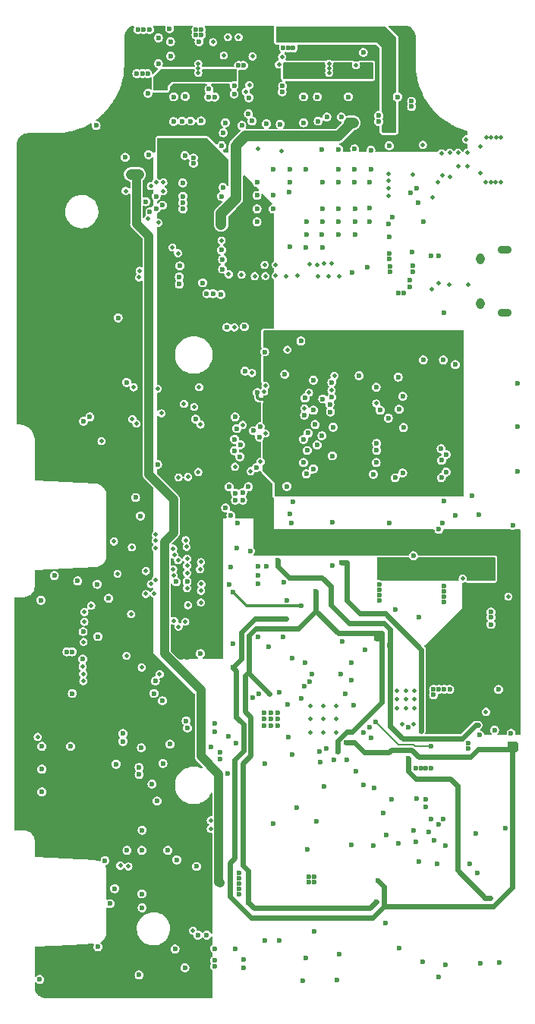
<source format=gbr>
%TF.GenerationSoftware,KiCad,Pcbnew,6.99.0-1.20221101gitf80c150.fc36*%
%TF.CreationDate,2022-11-16T22:40:19+00:00*%
%TF.ProjectId,bugg-main-r4,62756767-2d6d-4616-996e-2d72342e6b69,rev?*%
%TF.SameCoordinates,Original*%
%TF.FileFunction,Copper,L5,Inr*%
%TF.FilePolarity,Positive*%
%FSLAX46Y46*%
G04 Gerber Fmt 4.6, Leading zero omitted, Abs format (unit mm)*
G04 Created by KiCad (PCBNEW 6.99.0-1.20221101gitf80c150.fc36) date 2022-11-16 22:40:19*
%MOMM*%
%LPD*%
G01*
G04 APERTURE LIST*
%TA.AperFunction,ComponentPad*%
%ADD10C,0.500000*%
%TD*%
%TA.AperFunction,ComponentPad*%
%ADD11O,0.950000X1.250000*%
%TD*%
%TA.AperFunction,ComponentPad*%
%ADD12O,1.550000X0.890000*%
%TD*%
%TA.AperFunction,ComponentPad*%
%ADD13C,0.600000*%
%TD*%
%TA.AperFunction,ViaPad*%
%ADD14C,0.600000*%
%TD*%
%TA.AperFunction,ViaPad*%
%ADD15C,0.500000*%
%TD*%
%TA.AperFunction,Conductor*%
%ADD16C,0.600000*%
%TD*%
%TA.AperFunction,Conductor*%
%ADD17C,1.000000*%
%TD*%
%TA.AperFunction,Conductor*%
%ADD18C,1.200000*%
%TD*%
%TA.AperFunction,Conductor*%
%ADD19C,0.300000*%
%TD*%
%TA.AperFunction,Conductor*%
%ADD20C,0.200000*%
%TD*%
G04 APERTURE END LIST*
D10*
%TO.N,-15V*%
%TO.C,U18*%
X4467462Y-18075000D03*
X5917462Y-18075000D03*
X7367462Y-18075000D03*
X4467462Y-16625000D03*
X5917462Y-16625000D03*
X7367462Y-16625000D03*
X4467462Y-15175000D03*
X5917462Y-15175000D03*
X7367462Y-15175000D03*
%TD*%
D11*
%TO.N,GND*%
%TO.C,J15*%
X23499999Y29699999D03*
X23499999Y34699999D03*
D12*
X26199999Y28699999D03*
X26199999Y35699999D03*
%TD*%
D10*
%TO.N,GNDA*%
%TO.C,U28*%
X16125000Y-13425000D03*
X15150000Y-13425000D03*
X14175000Y-13425000D03*
X16125000Y-14400000D03*
X15150000Y-14400000D03*
X14175000Y-14400000D03*
X16125000Y-15375000D03*
X15150000Y-15375000D03*
X14175000Y-15375000D03*
%TD*%
D13*
%TO.N,-15V*%
%TO.C,U23*%
X875000Y-15875000D03*
X125000Y-15875000D03*
X-625000Y-15875000D03*
X875000Y-16625000D03*
X125000Y-16625000D03*
X-625000Y-16625000D03*
X875000Y-17375000D03*
X125000Y-17375000D03*
X-625000Y-17375000D03*
%TD*%
D14*
%TO.N,GNDA*%
X4900000Y-34750000D03*
X4350000Y-34750000D03*
X4350000Y-34200000D03*
X23150000Y-33750000D03*
X5200000Y-28000000D03*
X400000Y-28300000D03*
X3000000Y-26500000D03*
X12900000Y-39400000D03*
X7700000Y-42800000D03*
X4000000Y-43250000D03*
D15*
%TO.N,GND*%
X-1950000Y57300000D03*
X1350000Y57250000D03*
D14*
X-14250000Y-37650000D03*
X-10600000Y-42250000D03*
X-14600000Y-45150000D03*
%TO.N,+1V8*%
X13289077Y-8387876D03*
X24650000Y-6050000D03*
%TO.N,GNDA*%
X24650000Y-5250000D03*
X24650000Y-4650000D03*
X10578849Y-8870138D03*
X9100000Y-10300000D03*
X8100000Y-7950000D03*
%TO.N,+48V*%
X24000000Y-36550000D03*
D15*
%TO.N,/USB-OTG flashing interface/OTG_USB_DP*%
X18050000Y31300000D03*
X18800000Y32050000D03*
D14*
%TO.N,GNDA*%
X7100000Y-21150000D03*
X9600000Y-22400000D03*
%TO.N,/External Microphone Interface/PIP_EN*%
X10400000Y-23950000D03*
%TO.N,/External Microphone Interface/P48_EN*%
X13600000Y-25550000D03*
%TO.N,GNDA*%
X22100000Y-19300000D03*
X22100000Y-19900000D03*
X17350000Y-26400000D03*
%TO.N,/External Microphone Interface/P3V3_EN*%
X17350000Y-25550000D03*
%TO.N,GNDA*%
X20050000Y-13300000D03*
X25050000Y-17850000D03*
%TO.N,Net-(D1-K)*%
X-15950000Y-31250000D03*
X-14300000Y-36100000D03*
%TO.N,GND*%
X-13150000Y-23850000D03*
D15*
%TO.N,Net-(U7-UART1_TX)*%
X-600000Y34050000D03*
%TO.N,Net-(U7-UART1_RX)*%
X650000Y34050000D03*
D14*
%TO.N,GNDA*%
X23432951Y-43845022D03*
%TO.N,+3.3VADC*%
X-1400000Y19800000D03*
X19700000Y9750000D03*
X3650000Y21200000D03*
X14800000Y10050000D03*
X17100000Y19900000D03*
X7800000Y24300000D03*
X11650000Y15750000D03*
X14900000Y17300000D03*
X6950000Y10050000D03*
X11450000Y19250000D03*
X11450000Y17950000D03*
X11400000Y12700000D03*
X-475000Y11375000D03*
X14900000Y18600000D03*
X5050000Y12750000D03*
X153631Y25396369D03*
X7900000Y-11600000D03*
X850000Y8500000D03*
D15*
%TO.N,/SCL*%
X-7700000Y-3600000D03*
X-14550000Y33400000D03*
X-10900000Y36000000D03*
X-14900000Y16350000D03*
%TO.N,/SDA*%
X-15350000Y16850000D03*
X-14600000Y32650000D03*
X-15500000Y-4900000D03*
X-9150000Y-3900000D03*
X-18800000Y14400000D03*
X-10250000Y35350000D03*
%TO.N,/FSYNC*%
X-12750000Y3950000D03*
X11850000Y18600000D03*
X6850000Y20050000D03*
X-650000Y19900000D03*
X-9300000Y2600000D03*
X-12450000Y38750000D03*
X-12100000Y17500000D03*
%TO.N,/BCLK*%
X-13600000Y39200000D03*
X-12550000Y20250000D03*
X-1050000Y12100000D03*
X-500000Y20550000D03*
X-12900000Y-2600000D03*
X7200000Y21700000D03*
X-500000Y15250000D03*
%TO.N,/SDOUT*%
X-12750000Y2500000D03*
D14*
%TO.N,GND*%
X350000Y40300000D03*
X7647207Y46950000D03*
X9500000Y38900000D03*
D15*
X22100000Y31850000D03*
D14*
X-12450000Y59381420D03*
X-6850000Y52775000D03*
X6950000Y12750000D03*
X-13450000Y60300000D03*
X9500000Y40350000D03*
D15*
X19250000Y44050000D03*
X-1300000Y47000000D03*
D14*
X-14200000Y55403621D03*
D15*
X24700000Y48250000D03*
D14*
X4050000Y38900000D03*
X-6350000Y30850000D03*
X-11100000Y58950000D03*
X-10450000Y-1300000D03*
X3750000Y49900000D03*
X19400000Y28700000D03*
X1900000Y9350000D03*
D15*
X19150000Y46500000D03*
D14*
X-9700000Y41700000D03*
D15*
X6600000Y56000000D03*
D14*
X-3150000Y49600000D03*
X9950000Y21700000D03*
X-17850000Y-37200000D03*
X8750000Y52800000D03*
X5800000Y46950000D03*
X2175000Y42150000D03*
X15800000Y52300000D03*
X-7050000Y30850000D03*
X-13650000Y55400000D03*
X15850000Y35500000D03*
D15*
X-5150000Y57400000D03*
D14*
X7950000Y50550000D03*
X14300000Y30900000D03*
X1400000Y54000000D03*
X-8250000Y60300000D03*
D15*
X22050000Y45050000D03*
X24150000Y48250000D03*
X-8000000Y55500000D03*
X-4700000Y59450000D03*
D14*
X-12600000Y-25750000D03*
X-3450000Y-34350000D03*
X3750000Y52800000D03*
X14250000Y52800000D03*
X15800000Y51700000D03*
D15*
X-3500000Y59450000D03*
D14*
X7650000Y40350000D03*
D15*
X18100000Y41600000D03*
D14*
X-9700000Y40300000D03*
X-3450000Y-36150000D03*
X-4000000Y54050000D03*
X-21450000Y-1200000D03*
X-6200000Y-43550000D03*
D15*
X21000000Y45050000D03*
D14*
X8400000Y-13800000D03*
X-14300000Y-31250000D03*
X-3450000Y-35550000D03*
D15*
X20100000Y43850000D03*
D14*
X5850000Y36000000D03*
D15*
X-13850000Y-100000D03*
X21000000Y46550000D03*
D14*
X-10050000Y33950000D03*
X15700000Y42050000D03*
X12100000Y50050000D03*
X23300000Y6150000D03*
X15600000Y31600000D03*
D15*
X25800000Y48250000D03*
D14*
X-1450000Y43250000D03*
X15900000Y34000000D03*
X-5400000Y47350000D03*
X11150000Y38900000D03*
X27600000Y20800000D03*
X-6200000Y-42200000D03*
X-14100000Y60300000D03*
D15*
X-17000000Y-400000D03*
X-8000000Y56500000D03*
D14*
X-400000Y49800000D03*
D15*
X15950000Y44100000D03*
D14*
X-19200000Y-42000000D03*
D15*
X20050000Y46550000D03*
D14*
X5376400Y50086400D03*
X19400000Y7750000D03*
X-11100000Y57350000D03*
X-11200000Y60400000D03*
X-6175000Y52775000D03*
X-8200000Y-33050000D03*
X7650000Y44750000D03*
X15900000Y33300000D03*
X5850000Y38850000D03*
X13300000Y47350000D03*
X5800000Y37400000D03*
D15*
X20000000Y31850000D03*
X17050000Y47450000D03*
D14*
X6350000Y50550000D03*
D15*
X-6350000Y58900000D03*
D14*
X-6200000Y-44200000D03*
X5300000Y52800000D03*
D15*
X23450000Y47250000D03*
D14*
X-13550000Y46350000D03*
X9500000Y37400000D03*
D15*
X-2300000Y54100000D03*
D14*
X-7700000Y50100000D03*
X27600000Y16000000D03*
X5800000Y15000000D03*
X11250000Y46850000D03*
X15600000Y32350000D03*
X9450000Y43300000D03*
X-1450000Y38850000D03*
X-1450000Y41800000D03*
X-5450000Y30750000D03*
X-8250000Y59700000D03*
D15*
X-8000000Y56000000D03*
D14*
X-10750000Y52800000D03*
X-18400000Y-32400000D03*
X13400000Y33900000D03*
X-20100000Y17100000D03*
X-11150000Y-19400000D03*
X-9700000Y41000000D03*
X7650000Y37400000D03*
D15*
X22000000Y46550000D03*
D14*
X2200000Y43250000D03*
D15*
X-2700000Y53350000D03*
D14*
X-9450000Y52850000D03*
D15*
X25200000Y43300000D03*
D14*
X11150000Y43250000D03*
D15*
X21900000Y48050000D03*
D14*
X4000000Y44750000D03*
X11250000Y44750000D03*
X11150000Y40400000D03*
X13350000Y37150000D03*
X1500000Y58250000D03*
D15*
X-15400000Y2550000D03*
D14*
X2050000Y58250000D03*
X-4550000Y9300000D03*
D15*
X6600000Y56500000D03*
D14*
X2200000Y36050000D03*
D15*
X-4600000Y33000000D03*
D14*
X-9800000Y50086400D03*
X-18000000Y-3150000D03*
X-8850000Y50086400D03*
X-20850000Y-6850000D03*
X7650000Y38850000D03*
X-8550000Y45950000D03*
X350000Y44750000D03*
X-16150000Y46050000D03*
X9450000Y47000000D03*
X400000Y41800000D03*
D15*
X25250000Y48250000D03*
X18700000Y43300000D03*
D14*
X-3450000Y-34950000D03*
X-12450000Y56500000D03*
X-14600000Y-22000000D03*
X9450000Y44750000D03*
X13400000Y33250000D03*
X-7650000Y60300000D03*
X-7900000Y58950000D03*
D15*
X23450000Y44300000D03*
D14*
X-4000000Y53100000D03*
X13300000Y34750000D03*
X-19400000Y49600000D03*
X-7650000Y59700000D03*
X-5400000Y35700000D03*
D15*
X6600000Y55500000D03*
D14*
X9100000Y-12300000D03*
X12100000Y50700000D03*
X-4956400Y49900000D03*
X2600000Y58250000D03*
X-25700000Y-45650000D03*
X-25550000Y-3350000D03*
X-3450000Y-33750000D03*
X-4350000Y6100000D03*
X27600000Y11000000D03*
X20650000Y6100000D03*
X-10750000Y50050000D03*
X2250000Y6250000D03*
D15*
X24100000Y43300000D03*
X1250000Y46750000D03*
D14*
X-6800000Y53650000D03*
X5850000Y43300000D03*
X1350000Y53350000D03*
X-2400000Y50900000D03*
X-8550000Y45400000D03*
X7650000Y43300000D03*
D15*
X1000000Y56400000D03*
D14*
X-14750000Y60300000D03*
X2200000Y44750000D03*
X13300000Y35350000D03*
X-13600000Y53200000D03*
X-2000000Y50100000D03*
X-2350000Y52700000D03*
X-19200000Y-7400000D03*
X-1450000Y40300000D03*
D15*
X-16000000Y-9550000D03*
D14*
X10850000Y33800000D03*
X14900000Y30900000D03*
X5850000Y40300000D03*
D15*
X-20900000Y-10750000D03*
X25750000Y43300000D03*
D14*
X-7500000Y32050000D03*
D15*
X24650000Y43300000D03*
D14*
X-14850000Y55400000D03*
X4050000Y37400000D03*
X4000000Y36000000D03*
X-24050000Y-600000D03*
%TO.N,+3V3*%
X-22050000Y-13750000D03*
X-7750000Y-9300000D03*
X-22050000Y-9100000D03*
X-10400000Y-32300000D03*
X-9500000Y46250000D03*
X-14250000Y-29000000D03*
X-20800000Y16625000D03*
X-16950000Y28150000D03*
X-14450000Y6050000D03*
X-22650000Y-9100000D03*
X-2800000Y22200000D03*
X-19275000Y-1575000D03*
X-12000000Y-14550000D03*
%TO.N,/Power and input connector/Vin*%
X13700000Y50650000D03*
X1100000Y59150000D03*
X13350000Y50150000D03*
X1100000Y60250000D03*
X12550000Y60350000D03*
X1100000Y59700000D03*
X13350000Y49150000D03*
X13700000Y49650000D03*
X12550000Y59250000D03*
X12550000Y59800000D03*
D15*
%TO.N,/Modem/UIM_SIM_DET*%
X-5400000Y36750000D03*
X-3975000Y27075000D03*
D14*
%TO.N,/Modem/UIM_VCC*%
X-25450800Y-24739600D03*
X-5550000Y-20300000D03*
D15*
X13206594Y41793406D03*
D14*
X-9200000Y-17600000D03*
X-14600000Y-22800000D03*
%TO.N,/Modem/UIM_RESET_N*%
X-6600000Y-19700000D03*
X-25450800Y-22199600D03*
X-14350000Y-19800000D03*
D15*
X13200000Y44200000D03*
D14*
%TO.N,/Modem/UIM_CLK_R*%
X-16400000Y-19100000D03*
X-25450800Y-19659600D03*
%TO.N,/Power and input connector/IN_VIN*%
X-7300000Y-36250000D03*
X-7300000Y-33850000D03*
X-7300000Y-35050000D03*
X19700000Y48750000D03*
X-7300000Y-34450000D03*
X20300000Y49350000D03*
X20300000Y48750000D03*
X19700000Y49350000D03*
X-7300000Y-35650000D03*
X19100000Y49350000D03*
X19100000Y48750000D03*
%TO.N,/Power and input connector/VIN_DCDC_3V7*%
X10600000Y55100000D03*
X2450000Y56250000D03*
X1800000Y56250000D03*
X11150000Y55100000D03*
X10600000Y55700000D03*
X3100000Y56250000D03*
X11150000Y55700000D03*
D15*
%TO.N,/SD_DAT2*%
X-9400000Y3350000D03*
X-20830000Y-12370000D03*
%TO.N,/SD_DAT3*%
X-9250000Y-2000000D03*
X-20850000Y-11550000D03*
D14*
%TO.N,/SD_CMD*%
X-20900000Y-9900000D03*
D15*
X-13850000Y-2650000D03*
%TO.N,/SD_CLK*%
X-20800000Y-8000000D03*
D14*
X-9250000Y-1250000D03*
D15*
%TO.N,/SD_DAT0*%
X-13300000Y-1550000D03*
X-20700000Y-5750000D03*
%TO.N,/SD_DAT1*%
X-12750000Y-1050000D03*
X-20700000Y-4670000D03*
%TO.N,/SD_nDET*%
X-19950000Y-3950000D03*
X-7700000Y-2300000D03*
D14*
%TO.N,/LED driver\u002C LED board connections/LED3_B*%
X-12700000Y40350000D03*
%TO.N,VBUS*%
X-14950000Y43900000D03*
X18800000Y-45400000D03*
X-15250000Y44400000D03*
X-11050000Y8100000D03*
X-11400000Y-31250000D03*
X-15550000Y43900000D03*
X-5500000Y-34250000D03*
X-14650000Y44400000D03*
X18850000Y4550000D03*
X-5500000Y-33650000D03*
X-5500000Y-34850000D03*
X2550000Y7650000D03*
%TO.N,/USB_OTG_ID*%
X22550000Y8300000D03*
X19350000Y23450000D03*
X17100000Y23450000D03*
%TO.N,/Power and input connector/VIN_DCDC_5*%
X-4050000Y55600000D03*
X-4050000Y55000000D03*
X-11900000Y53850000D03*
X-12500000Y53850000D03*
X-4650000Y55600000D03*
X-4650000Y55000000D03*
X-12500000Y54450000D03*
X-11900000Y54450000D03*
D15*
%TO.N,/RXD*%
X-10200000Y-6300000D03*
X-6600000Y-28850000D03*
%TO.N,/TXD*%
X-10700000Y-5650000D03*
X-6600000Y-27900000D03*
D14*
%TO.N,/LED driver\u002C LED board connections/LED3_G*%
X-12000000Y40700000D03*
%TO.N,/nPWR_LED*%
X-13850000Y41100000D03*
X-17325000Y-35525000D03*
%TO.N,/LED driver\u002C LED board connections/LED2_B*%
X-12700000Y41700000D03*
D15*
%TO.N,/LED driver\u002C LED board connections/LED2_G*%
X-11900000Y42250000D03*
%TO.N,/LED driver\u002C LED board connections/LED2_R*%
X-13300000Y42850000D03*
%TO.N,/LED driver\u002C LED board connections/LED1_B*%
X-16100000Y42300000D03*
X-11900000Y43250000D03*
%TO.N,/LED driver\u002C LED board connections/LED1_G*%
X-12700000Y43250000D03*
D14*
%TO.N,/LED driver\u002C LED board connections/LED1_R*%
X-9750000Y43200000D03*
%TO.N,+5V*%
X17700000Y-16100000D03*
X27350000Y-5800000D03*
X26750000Y-6400000D03*
X2450000Y-9800000D03*
X17700000Y-17300000D03*
X-9100000Y14500000D03*
X10000000Y4000000D03*
X-8750000Y47350000D03*
X-3500000Y56300000D03*
X-9850000Y-8500000D03*
X-2950000Y56300000D03*
X-5200000Y48800000D03*
X26750000Y-5200000D03*
X27050000Y2300000D03*
X-9850000Y-9100000D03*
X-7650000Y47350000D03*
X27500000Y-13850000D03*
X-9250000Y-7900000D03*
X-9850000Y47350000D03*
X-11900000Y36600000D03*
X27650000Y2300000D03*
X-9850000Y-7900000D03*
X-10950000Y47350000D03*
X26750000Y-5800000D03*
X17700000Y-17900000D03*
X26450000Y2300000D03*
X18300000Y-17900000D03*
X27350000Y-6400000D03*
X17700000Y-16700000D03*
X-9850000Y-9700000D03*
X27350000Y-5200000D03*
X27050000Y1700000D03*
X-9250000Y-9100000D03*
X27650000Y1700000D03*
X-9300000Y47350000D03*
X18300000Y-17300000D03*
X26450000Y1700000D03*
X-9250000Y-8500000D03*
X22600000Y-13850000D03*
X-8200000Y47350000D03*
X-9250000Y-9700000D03*
X-10400000Y47350000D03*
%TO.N,/USB_UART_DN*%
X-8050000Y-40700000D03*
%TO.N,/USB_UART_DP*%
X-7050000Y-40700000D03*
D15*
%TO.N,/POWER_ON_N*%
X-7700000Y900000D03*
X-3050000Y16200000D03*
X-7750000Y16250000D03*
%TO.N,/RESET_IN_N*%
X-2150000Y11050000D03*
X-9150000Y10400000D03*
X-9250000Y1250000D03*
%TO.N,/BOOT_MODE*%
X-8000000Y10950000D03*
X-3900000Y11550000D03*
X-9250000Y-300000D03*
%TO.N,/WAKE*%
X-2000000Y22000000D03*
X1950000Y24600000D03*
D14*
%TO.N,GNDA*%
X16300000Y-22100000D03*
X-2950000Y-44350000D03*
X11300000Y-18700000D03*
X11600000Y-24250000D03*
X-3650000Y5250000D03*
X7500000Y-45700000D03*
X-2950000Y-43450000D03*
X19600000Y-30750000D03*
X26250000Y-28750000D03*
X19450000Y-1750000D03*
X23400000Y-18400000D03*
X1450000Y-7450000D03*
X-4550000Y-1600000D03*
X26900000Y-18200000D03*
X27100000Y5000000D03*
X22950000Y-29400000D03*
X9100000Y-30650000D03*
X16850000Y-22100000D03*
X8550000Y-21150000D03*
X3625000Y-45800000D03*
X25600000Y-43800000D03*
X1900000Y-3350000D03*
X12200000Y-1600000D03*
X2400000Y5250000D03*
X3900000Y-10350000D03*
X11550000Y-30700000D03*
X18250000Y-13300000D03*
X25500000Y-13300000D03*
X4900000Y-34200000D03*
X17950000Y-22100000D03*
X19450000Y-3550000D03*
X19450000Y-13300000D03*
X19450000Y-2950000D03*
X19250000Y5250000D03*
X6250000Y-19900000D03*
X18250000Y-13900000D03*
X17400000Y-22100000D03*
X-2200000Y2150000D03*
X1550000Y-1350000D03*
X19450000Y-2350000D03*
X-4650000Y-18550000D03*
X15400000Y-17550000D03*
X12650000Y-27050000D03*
X13300000Y5300000D03*
X-3850000Y-42250000D03*
X12200000Y-2800000D03*
X7000000Y5350000D03*
X-4150000Y-8200000D03*
X-4750000Y-22650000D03*
X18850000Y-13300000D03*
X14450000Y-42150000D03*
X12200000Y-2200000D03*
X6950000Y550000D03*
X16650000Y-5200000D03*
X12200000Y-3400000D03*
X-4400000Y350000D03*
%TO.N,/MIC_IN_P*%
X-550000Y-41300000D03*
D15*
%TO.N,/WAKE_ON_WWAN*%
X3850000Y18050000D03*
X-10650000Y1700000D03*
X-8450000Y18200000D03*
%TO.N,/TX_ON*%
X4350000Y19800000D03*
X-10800000Y2400000D03*
X-9600000Y18550000D03*
D14*
%TO.N,/Modem/1V8_TX_ON*%
X-5400000Y41700000D03*
X4850000Y21200000D03*
%TO.N,/Modem/1V8_WAKE_ON_WWAN*%
X5900000Y19100000D03*
X16336715Y42563286D03*
%TO.N,/Modem/1V8_WAKE*%
X3450000Y25550000D03*
D15*
X4400000Y34100000D03*
D14*
%TO.N,/Modem/1V8_BOOT_MODE*%
X5250000Y13950000D03*
X1150000Y49750000D03*
D15*
%TO.N,/Modem/1V8_RESET_IN_N*%
X5250000Y34050000D03*
D14*
X4850000Y11300000D03*
%TO.N,/Modem/1V8_POWER_ON_N*%
X4850000Y17850000D03*
X-5250000Y42700000D03*
D15*
%TO.N,/MODEM_USB_DN*%
X6050000Y34200000D03*
D14*
X18800000Y35050000D03*
D15*
%TO.N,/MODEM_USB_DP*%
X6850000Y34200000D03*
D14*
X18000000Y35050000D03*
%TO.N,Net-(D3-K)*%
X-9500000Y-44350000D03*
X1650000Y21850000D03*
X-16000000Y20950000D03*
%TO.N,+3V7*%
X9200000Y33200000D03*
X9350000Y49600000D03*
X10400000Y57750000D03*
X8750000Y49600000D03*
X8750000Y50200000D03*
X-5450000Y39100000D03*
X9350000Y50200000D03*
X-5450000Y40200000D03*
X-5450000Y38550000D03*
X-5450000Y39650000D03*
D15*
%TO.N,/Modem/UIM_CLK*%
X13200000Y42600000D03*
D14*
X-6150000Y-17100000D03*
%TO.N,/GLOBAL_EN_o*%
X-12800000Y-12350000D03*
X-15000000Y8100000D03*
D15*
%TO.N,/nRPIBOOT*%
X-14300000Y-10850000D03*
X-15200000Y20400000D03*
D14*
X20681118Y22932069D03*
D15*
%TO.N,/3V7_EN*%
X-10800000Y100000D03*
X9600000Y56300000D03*
%TO.N,/nPWR_LED_BUF*%
X-25900000Y-18600000D03*
X-15800000Y-33050000D03*
X-12300000Y-11600000D03*
D14*
%TO.N,/MIC_IN_N*%
X4900000Y-40300000D03*
X1050000Y-41300000D03*
%TO.N,Net-(Module1A-RUN_PG)*%
X-12950000Y-13750000D03*
%TO.N,Net-(U7-UART1_TX)*%
X-10109200Y32715200D03*
X-5283200Y34645600D03*
%TO.N,Net-(U7-UART1_RX)*%
X-10109200Y31902400D03*
X-5283200Y33578800D03*
%TO.N,Net-(U7-SYS_CLK)*%
X13200000Y38600000D03*
X17100000Y38900000D03*
%TO.N,Net-(U7-SLEEP_CLK)*%
X16500000Y41000000D03*
X13650000Y39400000D03*
%TO.N,/Modem/UIM_DATA*%
X-22250400Y-19659600D03*
D15*
X13200000Y43412246D03*
D14*
X-16400000Y-18200000D03*
X-6150000Y-18000000D03*
%TO.N,Net-(U18A-SOUT2)*%
X4150000Y-31150000D03*
X6050000Y-24150000D03*
%TO.N,Net-(U18A-SOUT1)*%
X5500000Y-20200000D03*
X5600000Y-21450000D03*
%TO.N,+15V*%
X7550000Y-20250000D03*
X-2450000Y-37050000D03*
X550000Y-6500000D03*
X12500000Y-7050000D03*
X5100000Y-2400000D03*
X11900000Y-7050000D03*
X-100000Y-13750000D03*
X11900000Y-7650000D03*
X11850000Y-37000000D03*
X12500000Y-7650000D03*
%TO.N,-15V*%
X-3950000Y-32100000D03*
X8500000Y-19250000D03*
X27400000Y-19350000D03*
X1800000Y-5450000D03*
X12050000Y-34600000D03*
X26800000Y-19950000D03*
X-3300000Y-16850000D03*
X-4150000Y-10850000D03*
X26800000Y-19350000D03*
X27400000Y-19950000D03*
%TO.N,Net-(U27-IN+)*%
X-400000Y400000D03*
X-1350000Y-550000D03*
%TO.N,Net-(U27-IN-)*%
X-3700000Y2500000D03*
X-1300000Y400000D03*
%TO.N,+1V8*%
X900000Y1150000D03*
X23200000Y-17300000D03*
%TO.N,+48V*%
X24600000Y-36550000D03*
X8000000Y850000D03*
X16900000Y-17900000D03*
X8600000Y850000D03*
X15450000Y-21000000D03*
%TO.N,+3.3VA*%
X17750000Y-29200000D03*
X17000000Y-43650000D03*
%TO.N,/Power and input connector/-15_O*%
X18000000Y-19600000D03*
X11750000Y-16900000D03*
%TO.N,Net-(C71-Pad2)*%
X-150000Y-8550000D03*
X-1300000Y-7450000D03*
X-1300000Y-1550000D03*
%TO.N,Net-(D14-A)*%
X-3750000Y-19300000D03*
X1000000Y-13650000D03*
%TO.N,/SDOUT_INT_MIC*%
X-12550000Y11800000D03*
X-13400000Y39950000D03*
%TO.N,+5VA*%
X3450000Y-4000000D03*
X-4150000Y-2450000D03*
%TO.N,/EXT_MIC_EN*%
X-600000Y24350000D03*
D15*
X-10250000Y1100000D03*
D14*
X-4800000Y27100000D03*
D15*
X26600000Y-2950000D03*
D14*
X-3050000Y8650000D03*
D15*
X14750000Y-17150000D03*
X16050000Y-17150000D03*
X-10200000Y10350000D03*
X21500000Y-950000D03*
X24100000Y-15800000D03*
%TO.N,/SPI_SCLK*%
X-7800000Y100000D03*
%TO.N,/SPI_nCS*%
X-10750000Y-600000D03*
%TO.N,/SPI_MOSI*%
X-7650000Y-1550000D03*
D14*
%TO.N,Net-(Q13-D)*%
X22250000Y-32750000D03*
X18650000Y-32750000D03*
%TO.N,Net-(Q14-D)*%
X16600000Y-32500000D03*
X18800000Y-28350000D03*
%TO.N,/External Microphone Interface/PIP_EN*%
X19300000Y-27750000D03*
X16400000Y-25450000D03*
X9300000Y-15050000D03*
%TO.N,/External Microphone Interface/P3V3_EN*%
X11150000Y-17500000D03*
%TO.N,/External Microphone Interface/P48_EN*%
X18000000Y-27800000D03*
X10400000Y-18100000D03*
X19600000Y-44000000D03*
X18350000Y-30100000D03*
%TO.N,Net-(Q20-D)*%
X14300000Y-30500000D03*
X12950000Y-29550000D03*
%TO.N,Net-(Q21-D)*%
X16050000Y-29000000D03*
X16300000Y-30300000D03*
%TO.N,Net-(U18A-IN1)*%
X2450000Y-20600000D03*
X2062500Y-18587500D03*
X-1275000Y-13775000D03*
%TO.N,Net-(U18A-IN2)*%
X1950000Y-14950000D03*
X-600000Y-21600000D03*
X-1950000Y-14250000D03*
%TO.N,/External Microphone Interface/CNV*%
X14300000Y21550000D03*
X13950000Y10300000D03*
X-2400000Y9300000D03*
%TO.N,/External Microphone Interface/SCK*%
X-1500000Y11450000D03*
X-3900000Y17100000D03*
%TO.N,/External Microphone Interface/AMP_MOSI*%
X-3050000Y7800000D03*
X4700000Y-11600000D03*
%TO.N,/External Microphone Interface/AMP_SCLK*%
X4450000Y-12400000D03*
X-3850000Y7800000D03*
%TO.N,/External Microphone Interface/AMP_nCS*%
X-3850000Y8600000D03*
X3850000Y-12950000D03*
%TO.N,/External Microphone Interface/Q0*%
X19116421Y10316421D03*
X-3350000Y12650000D03*
X11550000Y10700000D03*
X4050000Y10750000D03*
%TO.N,/External Microphone Interface/Q1*%
X-3975000Y13325000D03*
X11850000Y12000000D03*
X19650000Y10950000D03*
X3750000Y12000000D03*
%TO.N,/External Microphone Interface/Q2*%
X-3300000Y14000000D03*
X19150000Y12250000D03*
X11900000Y13350000D03*
X4150000Y13350000D03*
%TO.N,/External Microphone Interface/Q3*%
X3750000Y14600000D03*
X19650000Y12900000D03*
X-3950000Y14600000D03*
X11900000Y14150000D03*
%TO.N,/External Microphone Interface/Q4*%
X14900000Y15900000D03*
X7050000Y15950000D03*
X-1200000Y14850000D03*
X4250000Y15300000D03*
X-8300000Y16850000D03*
X5050000Y16250000D03*
%TO.N,/External Microphone Interface/CLK_H*%
X-1100000Y16000000D03*
X19100000Y13550000D03*
%TO.N,/External Microphone Interface/RST*%
X11850000Y20400000D03*
X13200000Y16950000D03*
X-1850000Y15550000D03*
%TO.N,/External Microphone Interface/!Qeq2*%
X6675000Y18475000D03*
X3900000Y19200000D03*
%TO.N,/External Microphone Interface/!Qeq10*%
X14400000Y17950000D03*
X14800000Y10850000D03*
%TO.N,/External Microphone Interface/Qeq2*%
X6900000Y20950000D03*
X6750000Y17650000D03*
X14800000Y19400000D03*
%TO.N,/External Microphone Interface/AMP_RST*%
X-3700000Y15800000D03*
X3467462Y-14282538D03*
X-4950000Y6950000D03*
X3850000Y17300000D03*
%TO.N,Net-(U19A-~{R})*%
X12300000Y17850000D03*
X6900000Y19300000D03*
D15*
%TO.N,/SHDNZ*%
X-9250000Y500000D03*
X-7900000Y20400000D03*
%TO.N,/LED_ACT*%
X-16700000Y-32950000D03*
X-17400000Y3200000D03*
X-12750000Y3300000D03*
%TO.N,/LED_USER*%
X-9450000Y-5750000D03*
X-8600000Y-40200000D03*
D14*
%TO.N,/Power and input connector/LT_VIN*%
X24700000Y-800000D03*
X12350000Y450000D03*
X24100000Y-200000D03*
X12350000Y1050000D03*
X12350000Y-150000D03*
X24700000Y-200000D03*
X12950000Y1050000D03*
X23500000Y-800000D03*
X23500000Y-200000D03*
X12950000Y-150000D03*
X12950000Y450000D03*
X24100000Y-800000D03*
%TO.N,/Power and input connector/LT_VOUT*%
X13950000Y-4400000D03*
X16000000Y1600000D03*
%TO.N,/Modem/UIM_DSW*%
X-5550000Y-21100000D03*
X-17170400Y-21640800D03*
X-11950000Y-21550000D03*
X-9350000Y-16800000D03*
X-2850000Y27150000D03*
D15*
%TO.N,/Modem/J1*%
X-3170000Y32950000D03*
%TO.N,/Modem/J2*%
X-1700000Y32800000D03*
%TO.N,/Modem/J3*%
X-510000Y32810000D03*
%TO.N,/Modem/J4*%
X650000Y32820000D03*
%TO.N,/Modem/J5*%
X1810000Y32800000D03*
%TO.N,/Modem/J6*%
X3100000Y32830000D03*
%TO.N,/Modem/J7*%
X5380000Y32800000D03*
%TO.N,/Modem/J8*%
X6550000Y32800000D03*
%TO.N,/Modem/J9*%
X7700000Y32800000D03*
%TD*%
D16*
%TO.N,+15V*%
X7550000Y-20250000D02*
X7550000Y-19050000D01*
X7550000Y-19050000D02*
X8550000Y-18050000D01*
X8550000Y-18050000D02*
X9150000Y-18050000D01*
X9150000Y-18050000D02*
X12500000Y-14700000D01*
X12500000Y-14700000D02*
X12500000Y-7650000D01*
D17*
%TO.N,VBUS*%
X-14900000Y44150000D02*
X-14900000Y38650000D01*
X-14900000Y38650000D02*
X-13500000Y37250000D01*
X-13500000Y37250000D02*
X-13500000Y10650000D01*
X-13500000Y10650000D02*
X-10750000Y7900000D01*
D16*
%TO.N,+48V*%
X24600000Y-36550000D02*
X24000000Y-36550000D01*
%TO.N,-15V*%
X27400000Y-19950000D02*
X23250000Y-19950000D01*
X10500000Y-20350000D02*
X9400000Y-19250000D01*
X23250000Y-19950000D02*
X22350000Y-20850000D01*
X15800000Y-20050000D02*
X13550000Y-20050000D01*
X22350000Y-20850000D02*
X16600000Y-20850000D01*
X16600000Y-20850000D02*
X15800000Y-20050000D01*
X13550000Y-20050000D02*
X13250000Y-20350000D01*
X13250000Y-20350000D02*
X10500000Y-20350000D01*
X9400000Y-19250000D02*
X8500000Y-19250000D01*
%TO.N,+1V8*%
X900000Y1150000D02*
X900000Y450000D01*
X900000Y450000D02*
X2150000Y-800000D01*
X12750000Y-5900000D02*
X13425000Y-6575000D01*
X2150000Y-800000D02*
X5800000Y-800000D01*
X5800000Y-800000D02*
X6800000Y-1800000D01*
X6800000Y-1800000D02*
X6800000Y-3900000D01*
X6800000Y-3900000D02*
X8800000Y-5900000D01*
X8800000Y-5900000D02*
X12750000Y-5900000D01*
X13425000Y-6575000D02*
X13425000Y-17425000D01*
X13425000Y-17425000D02*
X14800000Y-18800000D01*
X22950000Y-17300000D02*
X23200000Y-17300000D01*
X14800000Y-18800000D02*
X21450000Y-18800000D01*
X21450000Y-18800000D02*
X22950000Y-17300000D01*
D18*
%TO.N,+3V7*%
X8800000Y49900000D02*
X9300000Y49900000D01*
%TO.N,VBUS*%
X-14650000Y44150000D02*
X-15500000Y44150000D01*
%TO.N,+3V7*%
X8950000Y49900000D02*
X9000000Y49850000D01*
X-5450000Y38550000D02*
X-5450000Y39800000D01*
X-5450000Y39800000D02*
X-3800000Y41450000D01*
X-3800000Y41450000D02*
X-3800000Y47350000D01*
X-3800000Y47350000D02*
X-2750000Y48400000D01*
X-2750000Y48400000D02*
X7600000Y48400000D01*
X7600000Y48400000D02*
X8950000Y49750000D01*
D19*
%TO.N,+3.3VADC*%
X-1400000Y19800000D02*
X-1400000Y19250000D01*
X-1400000Y19250000D02*
X-1200000Y19050000D01*
X-1200000Y19050000D02*
X-450000Y19050000D01*
D16*
%TO.N,VBUS*%
X-10850000Y7900000D02*
X-11050000Y8100000D01*
X-10750000Y7900000D02*
X-10850000Y7900000D01*
D17*
X-11778248Y-9321752D02*
X-7700000Y-13400000D01*
X-7700000Y-13400000D02*
X-7700000Y-20750000D01*
X-7700000Y-20750000D02*
X-5700000Y-22750000D01*
X-10750000Y7900000D02*
X-10750000Y4200000D01*
X-10750000Y4200000D02*
X-11778248Y3171752D01*
X-11778248Y3171752D02*
X-11778248Y-9321752D01*
X-5700000Y-34750000D02*
X-5600000Y-34850000D01*
X-5700000Y-22750000D02*
X-5700000Y-34750000D01*
D16*
%TO.N,+15V*%
X-1800000Y-37700000D02*
X11150000Y-37700000D01*
X-2800000Y-15750000D02*
X-2150000Y-16400000D01*
X5100000Y-4550000D02*
X5100000Y-2400000D01*
X3150000Y-6500000D02*
X5100000Y-4550000D01*
X-2350000Y-11500000D02*
X-2350000Y-11350000D01*
X-2800000Y-11800000D02*
X-2800000Y-15750000D01*
X11150000Y-37700000D02*
X11850000Y-37000000D01*
X11900000Y-7650000D02*
X12500000Y-7650000D01*
X550000Y-6500000D02*
X-1600000Y-6500000D01*
X-1600000Y-6500000D02*
X-2350000Y-7250000D01*
X12500000Y-7650000D02*
X12500000Y-7050000D01*
X11900000Y-7050000D02*
X11900000Y-7650000D01*
X11900000Y-7050000D02*
X12500000Y-7050000D01*
X11900000Y-7050000D02*
X7600000Y-7050000D01*
X550000Y-6500000D02*
X3150000Y-6500000D01*
X-2350000Y-7250000D02*
X-2350000Y-11350000D01*
X-2350000Y-11350000D02*
X-2800000Y-11800000D01*
X-2450000Y-33550000D02*
X-2450000Y-37050000D01*
X-100000Y-13750000D02*
X-2350000Y-11500000D01*
X-3050000Y-32950000D02*
X-2450000Y-33550000D01*
X-3050000Y-21550000D02*
X-3050000Y-32950000D01*
X7600000Y-7050000D02*
X5100000Y-4550000D01*
X-2150000Y-20650000D02*
X-3050000Y-21550000D01*
X-2450000Y-37050000D02*
X-1800000Y-37700000D01*
X-2150000Y-16400000D02*
X-2150000Y-20650000D01*
%TO.N,-15V*%
X-1700000Y-5450000D02*
X-3200000Y-6950000D01*
X27050000Y-20100000D02*
X27200000Y-19950000D01*
X-3300000Y-16850000D02*
X-3750000Y-16400000D01*
X11450000Y-38800000D02*
X-2100000Y-38800000D01*
X24950000Y-37500000D02*
X27050000Y-35400000D01*
X-3950000Y-21150000D02*
X-2950000Y-20150000D01*
X-3200000Y-9900000D02*
X-4150000Y-10850000D01*
X1800000Y-5450000D02*
X-1700000Y-5450000D01*
X12750000Y-35300000D02*
X12050000Y-34600000D01*
X12750000Y-37500000D02*
X24950000Y-37500000D01*
X26800000Y-19950000D02*
X27400000Y-19950000D01*
X27400000Y-19350000D02*
X26800000Y-19350000D01*
X27400000Y-19950000D02*
X27400000Y-19350000D01*
X27050000Y-35400000D02*
X27050000Y-20100000D01*
X-4500000Y-36400000D02*
X-4500000Y-32650000D01*
X27200000Y-19950000D02*
X27400000Y-19950000D01*
X12750000Y-37500000D02*
X12750000Y-35300000D01*
X-3200000Y-6950000D02*
X-3200000Y-9900000D01*
X-3950000Y-32100000D02*
X-3950000Y-21150000D01*
X-4500000Y-32650000D02*
X-3950000Y-32100000D01*
X26800000Y-19350000D02*
X26800000Y-19950000D01*
X12750000Y-37500000D02*
X11450000Y-38800000D01*
X-3750000Y-16400000D02*
X-3750000Y-11250000D01*
X-2950000Y-20150000D02*
X-2950000Y-17200000D01*
X-2100000Y-38800000D02*
X-4500000Y-36400000D01*
X-2950000Y-17200000D02*
X-3300000Y-16850000D01*
X-3750000Y-11250000D02*
X-4150000Y-10850000D01*
%TO.N,+48V*%
X16900000Y-17900000D02*
X16900000Y-8850000D01*
X24000000Y-36550000D02*
X20900000Y-33450000D01*
X16250000Y-23250000D02*
X15450000Y-22450000D01*
X10050000Y-4800000D02*
X8600000Y-3350000D01*
X20900000Y-33450000D02*
X20900000Y-24050000D01*
X16900000Y-8850000D02*
X12850000Y-4800000D01*
X15450000Y-22450000D02*
X15450000Y-21000000D01*
X12850000Y-4800000D02*
X10050000Y-4800000D01*
X8000000Y850000D02*
X8600000Y850000D01*
X20900000Y-24050000D02*
X20100000Y-23250000D01*
X20100000Y-23250000D02*
X16250000Y-23250000D01*
X8600000Y-3350000D02*
X8600000Y850000D01*
D20*
%TO.N,/Power and input connector/-15_O*%
X16200000Y-19600000D02*
X16050000Y-19450000D01*
X18000000Y-19600000D02*
X16200000Y-19600000D01*
X16050000Y-19450000D02*
X14300000Y-19450000D01*
X14300000Y-19450000D02*
X11750000Y-16900000D01*
D19*
%TO.N,+5VA*%
X-2600000Y-4000000D02*
X-4150000Y-2450000D01*
X3450000Y-4000000D02*
X-2600000Y-4000000D01*
%TD*%
%TA.AperFunction,Conductor*%
%TO.N,/Power and input connector/Vin*%
G36*
X12865931Y60629998D02*
G01*
X12886905Y60613095D01*
X14063095Y59436905D01*
X14097121Y59374593D01*
X14100000Y59347810D01*
X14100000Y53417915D01*
X14079998Y53349794D01*
X14022219Y53301507D01*
X13972375Y53280861D01*
X13857379Y53192621D01*
X13769139Y53077625D01*
X13713670Y52943709D01*
X13694750Y52800000D01*
X13713670Y52656291D01*
X13769139Y52522375D01*
X13857379Y52407379D01*
X13972375Y52319139D01*
X14022219Y52298493D01*
X14077499Y52253946D01*
X14100000Y52182085D01*
X14100000Y48926000D01*
X14079998Y48857879D01*
X14026342Y48811386D01*
X13974000Y48800000D01*
X12626000Y48800000D01*
X12557879Y48820002D01*
X12511386Y48873658D01*
X12500000Y48926000D01*
X12500000Y49624224D01*
X12520002Y49692345D01*
X12526037Y49700928D01*
X12580861Y49772375D01*
X12636330Y49906291D01*
X12655250Y50050000D01*
X12636330Y50193709D01*
X12581210Y50326783D01*
X12573621Y50397372D01*
X12581210Y50423218D01*
X12604324Y50479021D01*
X12636330Y50556291D01*
X12655250Y50700000D01*
X12636330Y50843709D01*
X12580861Y50977625D01*
X12526036Y51049073D01*
X12500437Y51115293D01*
X12500000Y51125776D01*
X12500000Y58300000D01*
X11950000Y58850000D01*
X826000Y58850000D01*
X757879Y58870002D01*
X711386Y58923658D01*
X700000Y58976000D01*
X700000Y60524000D01*
X720002Y60592121D01*
X773658Y60638614D01*
X826000Y60650000D01*
X12797810Y60650000D01*
X12865931Y60629998D01*
G37*
%TD.AperFunction*%
%TD*%
%TA.AperFunction,Conductor*%
%TO.N,/Power and input connector/VIN_DCDC_5*%
G36*
X-8455019Y55881093D02*
G01*
X-8423158Y55842129D01*
X-8399865Y55791124D01*
X-8392891Y55730340D01*
X-8399866Y55708874D01*
X-8436697Y55628226D01*
X-8455133Y55500000D01*
X-8436697Y55371774D01*
X-8382882Y55253937D01*
X-8298049Y55156033D01*
X-8189069Y55085996D01*
X-8182279Y55084002D01*
X-8182276Y55084001D01*
X-8078839Y55053630D01*
X-8064772Y55049500D01*
X-7935228Y55049500D01*
X-7921161Y55053630D01*
X-7817724Y55084001D01*
X-7817721Y55084002D01*
X-7810931Y55085996D01*
X-7701951Y55156033D01*
X-7617118Y55253937D01*
X-7563303Y55371774D01*
X-7544867Y55500000D01*
X-7563303Y55628226D01*
X-7600134Y55708874D01*
X-7607109Y55769660D01*
X-7600137Y55791120D01*
X-7576842Y55842128D01*
X-7535471Y55887204D01*
X-7486790Y55900000D01*
X-3832410Y55900000D01*
X-3778888Y55884284D01*
X-3745476Y55862812D01*
X-3706746Y55815448D01*
X-3700000Y55779529D01*
X-3700000Y54615791D01*
X-3718907Y54557600D01*
X-3768407Y54521636D01*
X-3826891Y54520801D01*
X-3921248Y54548506D01*
X-3928039Y54550500D01*
X-4071961Y54550500D01*
X-4078752Y54548506D01*
X-4203260Y54511948D01*
X-4203263Y54511947D01*
X-4210053Y54509953D01*
X-4278888Y54465715D01*
X-4332410Y54450000D01*
X-10950000Y54450000D01*
X-11400000Y54000000D01*
X-11400000Y53599000D01*
X-11418907Y53540809D01*
X-11468407Y53504845D01*
X-11499000Y53500000D01*
X-12901000Y53500000D01*
X-12959191Y53518907D01*
X-12995155Y53568407D01*
X-13000000Y53599000D01*
X-13000000Y55008992D01*
X-12981093Y55067183D01*
X-12971004Y55078996D01*
X-12178996Y55871004D01*
X-12124479Y55898781D01*
X-12108992Y55900000D01*
X-8513210Y55900000D01*
X-8455019Y55881093D01*
G37*
%TD.AperFunction*%
%TD*%
%TA.AperFunction,Conductor*%
%TO.N,/Power and input connector/LT_VIN*%
G36*
X15512848Y1431093D02*
G01*
X15544710Y1392128D01*
X15574623Y1326627D01*
X15668872Y1217857D01*
X15729410Y1178952D01*
X15783990Y1143875D01*
X15783992Y1143874D01*
X15789947Y1140047D01*
X15796737Y1138053D01*
X15796740Y1138052D01*
X15919608Y1101975D01*
X15928039Y1099500D01*
X16071961Y1099500D01*
X16080392Y1101975D01*
X16203260Y1138052D01*
X16203263Y1138053D01*
X16210053Y1140047D01*
X16216008Y1143874D01*
X16216010Y1143875D01*
X16270591Y1178952D01*
X16331128Y1217857D01*
X16425377Y1326627D01*
X16455290Y1392127D01*
X16496662Y1437204D01*
X16545343Y1450000D01*
X25051000Y1450000D01*
X25109191Y1431093D01*
X25145155Y1381593D01*
X25150000Y1351000D01*
X25150000Y-1101000D01*
X25131093Y-1159191D01*
X25081593Y-1195155D01*
X25051000Y-1200000D01*
X22032139Y-1200000D01*
X21973948Y-1181093D01*
X21937984Y-1131593D01*
X21937223Y-1078302D01*
X21936697Y-1078226D01*
X21937175Y-1074904D01*
X21937175Y-1074902D01*
X21945137Y-1019528D01*
X21954125Y-957011D01*
X21955133Y-950000D01*
X21936697Y-821774D01*
X21882882Y-703937D01*
X21798049Y-606033D01*
X21689069Y-535996D01*
X21682279Y-534002D01*
X21682276Y-534001D01*
X21571563Y-501494D01*
X21564772Y-499500D01*
X21435228Y-499500D01*
X21428437Y-501494D01*
X21317724Y-534001D01*
X21317721Y-534002D01*
X21310931Y-535996D01*
X21201951Y-606033D01*
X21117118Y-703937D01*
X21063303Y-821774D01*
X21044867Y-950000D01*
X21045875Y-957011D01*
X21054864Y-1019528D01*
X21062804Y-1074755D01*
X21063303Y-1078226D01*
X21062702Y-1078312D01*
X21061103Y-1134270D01*
X21023740Y-1182723D01*
X20967861Y-1200000D01*
X12532410Y-1200000D01*
X12478888Y-1184285D01*
X12410053Y-1140047D01*
X12403263Y-1138053D01*
X12403260Y-1138052D01*
X12278752Y-1101494D01*
X12271961Y-1099500D01*
X12128039Y-1099500D01*
X12121248Y-1101494D01*
X12076891Y-1114518D01*
X12015730Y-1112770D01*
X11967278Y-1075407D01*
X11950000Y-1019528D01*
X11950000Y1351000D01*
X11968907Y1409191D01*
X12018407Y1445155D01*
X12049000Y1450000D01*
X15454657Y1450000D01*
X15512848Y1431093D01*
G37*
%TD.AperFunction*%
%TD*%
%TA.AperFunction,Conductor*%
%TO.N,/Power and input connector/IN_VIN*%
G36*
X-11686467Y60730593D02*
G01*
X-11650503Y60681093D01*
X-11650503Y60619907D01*
X-11654600Y60609384D01*
X-11685165Y60542457D01*
X-11705647Y60400000D01*
X-11685165Y60257543D01*
X-11625377Y60126627D01*
X-11620736Y60121271D01*
X-11538727Y60026627D01*
X-11531128Y60017857D01*
X-11503342Y60000000D01*
X-11416010Y59943875D01*
X-11416008Y59943874D01*
X-11410053Y59940047D01*
X-11403263Y59938053D01*
X-11403260Y59938052D01*
X-11280392Y59901975D01*
X-11271961Y59899500D01*
X-11128039Y59899500D01*
X-11119608Y59901975D01*
X-10996740Y59938052D01*
X-10996737Y59938053D01*
X-10989947Y59940047D01*
X-10983992Y59943874D01*
X-10983990Y59943875D01*
X-10896658Y60000000D01*
X-10868872Y60017857D01*
X-10861272Y60026627D01*
X-10779264Y60121271D01*
X-10774623Y60126627D01*
X-10714835Y60257543D01*
X-10694353Y60400000D01*
X-10714835Y60542457D01*
X-10745396Y60609376D01*
X-10752370Y60670160D01*
X-10722283Y60723437D01*
X-10666627Y60748855D01*
X-10655342Y60749500D01*
X-8739542Y60749500D01*
X-8681351Y60730593D01*
X-8645387Y60681093D01*
X-8645387Y60619907D01*
X-8664721Y60585671D01*
X-8675377Y60573373D01*
X-8735165Y60442457D01*
X-8755647Y60300000D01*
X-8735165Y60157543D01*
X-8681998Y60041124D01*
X-8675024Y59980340D01*
X-8681997Y59958878D01*
X-8735165Y59842457D01*
X-8755647Y59700000D01*
X-8735165Y59557543D01*
X-8675377Y59426627D01*
X-8670736Y59421271D01*
X-8588870Y59326792D01*
X-8581128Y59317857D01*
X-8569176Y59310176D01*
X-8466010Y59243875D01*
X-8466008Y59243874D01*
X-8460053Y59240047D01*
X-8453260Y59238052D01*
X-8453259Y59238052D01*
X-8444213Y59235396D01*
X-8393706Y59200862D01*
X-8373143Y59143235D01*
X-8380721Y59105839D01*
X-8380228Y59105694D01*
X-8381913Y59099954D01*
X-8382050Y59099279D01*
X-8382222Y59098902D01*
X-8385165Y59092457D01*
X-8405647Y58950000D01*
X-8385165Y58807543D01*
X-8325377Y58676627D01*
X-8320736Y58671271D01*
X-8237831Y58575593D01*
X-8231128Y58567857D01*
X-8212729Y58556033D01*
X-8116010Y58493875D01*
X-8116008Y58493874D01*
X-8110053Y58490047D01*
X-8103263Y58488053D01*
X-8103260Y58488052D01*
X-7988557Y58454373D01*
X-7971961Y58449500D01*
X-7828039Y58449500D01*
X-7811443Y58454373D01*
X-7696740Y58488052D01*
X-7696737Y58488053D01*
X-7689947Y58490047D01*
X-7683992Y58493874D01*
X-7683990Y58493875D01*
X-7587271Y58556033D01*
X-7568872Y58567857D01*
X-7562168Y58575593D01*
X-7479264Y58671271D01*
X-7474623Y58676627D01*
X-7414835Y58807543D01*
X-7401542Y58900000D01*
X-6805133Y58900000D01*
X-6786697Y58771774D01*
X-6732882Y58653937D01*
X-6728247Y58648588D01*
X-6654977Y58564029D01*
X-6648049Y58556033D01*
X-6642092Y58552205D01*
X-6545372Y58490047D01*
X-6539069Y58485996D01*
X-6532279Y58484002D01*
X-6532276Y58484001D01*
X-6467245Y58464907D01*
X-6414772Y58449500D01*
X-6285228Y58449500D01*
X-6232755Y58464907D01*
X-6167724Y58484001D01*
X-6167721Y58484002D01*
X-6160931Y58485996D01*
X-6154627Y58490047D01*
X-6057908Y58552205D01*
X-6051951Y58556033D01*
X-6045022Y58564029D01*
X-5971753Y58648588D01*
X-5967118Y58653937D01*
X-5913303Y58771774D01*
X-5894867Y58900000D01*
X-5913303Y59028226D01*
X-5967118Y59146063D01*
X-6051951Y59243967D01*
X-6160931Y59314004D01*
X-6167721Y59315998D01*
X-6167724Y59315999D01*
X-6271602Y59346499D01*
X-6285228Y59350500D01*
X-6414772Y59350500D01*
X-6428398Y59346499D01*
X-6532276Y59315999D01*
X-6532279Y59315998D01*
X-6539069Y59314004D01*
X-6648049Y59243967D01*
X-6732882Y59146063D01*
X-6786697Y59028226D01*
X-6805133Y58900000D01*
X-7401542Y58900000D01*
X-7394353Y58950000D01*
X-7414835Y59092457D01*
X-7437006Y59141005D01*
X-7443981Y59201790D01*
X-7413895Y59255067D01*
X-7400481Y59265410D01*
X-7318872Y59317857D01*
X-7311129Y59326792D01*
X-7229264Y59421271D01*
X-7224623Y59426627D01*
X-7213949Y59450000D01*
X-5155133Y59450000D01*
X-5136697Y59321774D01*
X-5082882Y59203937D01*
X-5078247Y59198588D01*
X-5005380Y59114494D01*
X-4998049Y59106033D01*
X-4889069Y59035996D01*
X-4882279Y59034002D01*
X-4882276Y59034001D01*
X-4782237Y59004628D01*
X-4764772Y58999500D01*
X-4635228Y58999500D01*
X-4617763Y59004628D01*
X-4517724Y59034001D01*
X-4517721Y59034002D01*
X-4510931Y59035996D01*
X-4401951Y59106033D01*
X-4394619Y59114494D01*
X-4321753Y59198588D01*
X-4317118Y59203937D01*
X-4263303Y59321774D01*
X-4244867Y59450000D01*
X-3955133Y59450000D01*
X-3936697Y59321774D01*
X-3882882Y59203937D01*
X-3878247Y59198588D01*
X-3805380Y59114494D01*
X-3798049Y59106033D01*
X-3689069Y59035996D01*
X-3682279Y59034002D01*
X-3682276Y59034001D01*
X-3582237Y59004628D01*
X-3564772Y58999500D01*
X-3435228Y58999500D01*
X-3417763Y59004628D01*
X-3317724Y59034001D01*
X-3317721Y59034002D01*
X-3310931Y59035996D01*
X-3201951Y59106033D01*
X-3194619Y59114494D01*
X-3121753Y59198588D01*
X-3117118Y59203937D01*
X-3063303Y59321774D01*
X-3044867Y59450000D01*
X-3063303Y59578226D01*
X-3117118Y59696063D01*
X-3201951Y59793967D01*
X-3277403Y59842457D01*
X-3304974Y59860176D01*
X-3304976Y59860177D01*
X-3310931Y59864004D01*
X-3317721Y59865998D01*
X-3317724Y59865999D01*
X-3428437Y59898506D01*
X-3435228Y59900500D01*
X-3564772Y59900500D01*
X-3571563Y59898506D01*
X-3682276Y59865999D01*
X-3682279Y59865998D01*
X-3689069Y59864004D01*
X-3695024Y59860177D01*
X-3695026Y59860176D01*
X-3722597Y59842457D01*
X-3798049Y59793967D01*
X-3882882Y59696063D01*
X-3936697Y59578226D01*
X-3955133Y59450000D01*
X-4244867Y59450000D01*
X-4263303Y59578226D01*
X-4317118Y59696063D01*
X-4401951Y59793967D01*
X-4477403Y59842457D01*
X-4504974Y59860176D01*
X-4504976Y59860177D01*
X-4510931Y59864004D01*
X-4517721Y59865998D01*
X-4517724Y59865999D01*
X-4628437Y59898506D01*
X-4635228Y59900500D01*
X-4764772Y59900500D01*
X-4771563Y59898506D01*
X-4882276Y59865999D01*
X-4882279Y59865998D01*
X-4889069Y59864004D01*
X-4895024Y59860177D01*
X-4895026Y59860176D01*
X-4922597Y59842457D01*
X-4998049Y59793967D01*
X-5082882Y59696063D01*
X-5136697Y59578226D01*
X-5155133Y59450000D01*
X-7213949Y59450000D01*
X-7164835Y59557543D01*
X-7144353Y59700000D01*
X-7164835Y59842457D01*
X-7218002Y59958876D01*
X-7224976Y60019660D01*
X-7218003Y60041122D01*
X-7164835Y60157543D01*
X-7144353Y60300000D01*
X-7164835Y60442457D01*
X-7224623Y60573373D01*
X-7235279Y60585671D01*
X-7259095Y60642031D01*
X-7245235Y60701625D01*
X-7198993Y60741692D01*
X-7160458Y60749500D01*
X367677Y60749500D01*
X425868Y60730593D01*
X461832Y60681093D01*
X462667Y60622610D01*
X458781Y60609374D01*
X454849Y60595982D01*
X444500Y60524000D01*
X444500Y58976000D01*
X450339Y58921691D01*
X461725Y58869349D01*
X468961Y58842972D01*
X518292Y58756341D01*
X564785Y58702685D01*
X566377Y58701149D01*
X591791Y58676627D01*
X597561Y58671059D01*
X685897Y58624851D01*
X754018Y58604849D01*
X826000Y58594500D01*
X953059Y58594500D01*
X1011250Y58575593D01*
X1047214Y58526093D01*
X1047214Y58464907D01*
X1043115Y58454382D01*
X1014835Y58392457D01*
X994353Y58250000D01*
X1014835Y58107543D01*
X1074623Y57976627D01*
X1079264Y57971271D01*
X1153634Y57885443D01*
X1168872Y57867857D01*
X1195880Y57850500D01*
X1201740Y57846734D01*
X1240472Y57799368D01*
X1243965Y57738282D01*
X1210885Y57686810D01*
X1176106Y57668460D01*
X1167727Y57666000D01*
X1167724Y57665998D01*
X1160931Y57664004D01*
X1154976Y57660177D01*
X1154974Y57660176D01*
X1106441Y57628986D01*
X1051951Y57593967D01*
X967118Y57496063D01*
X913303Y57378226D01*
X894867Y57250000D01*
X913303Y57121774D01*
X967118Y57003937D01*
X971756Y56998584D01*
X974520Y56994283D01*
X990072Y56935107D01*
X967872Y56878091D01*
X919125Y56845772D01*
X817724Y56815999D01*
X817721Y56815998D01*
X810931Y56814004D01*
X804976Y56810177D01*
X804974Y56810176D01*
X769243Y56787213D01*
X701951Y56743967D01*
X697317Y56738618D01*
X697316Y56738618D01*
X665919Y56702383D01*
X617118Y56646063D01*
X563303Y56528226D01*
X544867Y56400000D01*
X563303Y56271774D01*
X617118Y56153937D01*
X643744Y56123208D01*
X669335Y56093675D01*
X701951Y56056033D01*
X810931Y55985996D01*
X817721Y55984002D01*
X817724Y55984001D01*
X888344Y55963266D01*
X935228Y55949500D01*
X1064772Y55949500D01*
X1117609Y55965014D01*
X1178769Y55963266D01*
X1227222Y55925903D01*
X1244500Y55870024D01*
X1244500Y54849000D01*
X1247030Y54816856D01*
X1251875Y54786263D01*
X1254107Y54780874D01*
X1254108Y54780871D01*
X1286358Y54703010D01*
X1288592Y54697617D01*
X1324556Y54648117D01*
X1326014Y54646448D01*
X1326019Y54646442D01*
X1326105Y54646344D01*
X1326114Y54646324D01*
X1327400Y54644711D01*
X1326955Y54644356D01*
X1350145Y54590079D01*
X1336522Y54530430D01*
X1290439Y54490180D01*
X1279435Y54486229D01*
X1256972Y54479633D01*
X1196740Y54461948D01*
X1196737Y54461947D01*
X1189947Y54459953D01*
X1183992Y54456126D01*
X1183990Y54456125D01*
X1165072Y54443967D01*
X1068872Y54382143D01*
X1064236Y54376793D01*
X1064235Y54376792D01*
X1019078Y54324677D01*
X974623Y54273373D01*
X914835Y54142457D01*
X894353Y54000000D01*
X914835Y53857543D01*
X958751Y53761382D01*
X961816Y53754671D01*
X968790Y53693884D01*
X946581Y53648714D01*
X924623Y53623373D01*
X864835Y53492457D01*
X844353Y53350000D01*
X845361Y53342989D01*
X845500Y53342022D01*
X864835Y53207543D01*
X924623Y53076627D01*
X929264Y53071271D01*
X1003634Y52985443D01*
X1018872Y52967857D01*
X1034921Y52957543D01*
X1133990Y52893875D01*
X1133992Y52893874D01*
X1139947Y52890047D01*
X1146737Y52888053D01*
X1146740Y52888052D01*
X1269608Y52851975D01*
X1278039Y52849500D01*
X1421961Y52849500D01*
X1430392Y52851975D01*
X1553260Y52888052D01*
X1553263Y52888053D01*
X1560053Y52890047D01*
X1566008Y52893874D01*
X1566010Y52893875D01*
X1665079Y52957543D01*
X1681128Y52967857D01*
X1696367Y52985443D01*
X1770736Y53071271D01*
X1775377Y53076627D01*
X1835165Y53207543D01*
X1854500Y53342022D01*
X1854639Y53342989D01*
X1855647Y53350000D01*
X1835165Y53492457D01*
X1788184Y53595330D01*
X1781210Y53656116D01*
X1803419Y53701286D01*
X1820736Y53721271D01*
X1825377Y53726627D01*
X1885165Y53857543D01*
X1905647Y54000000D01*
X1885165Y54142457D01*
X1825377Y54273373D01*
X1732405Y54380669D01*
X1708587Y54437028D01*
X1722446Y54496624D01*
X1768687Y54536691D01*
X1807224Y54544500D01*
X11401000Y54544500D01*
X11433144Y54547030D01*
X11463737Y54551875D01*
X11469126Y54554107D01*
X11469129Y54554108D01*
X11546990Y54586358D01*
X11546992Y54586359D01*
X11552383Y54588592D01*
X11601883Y54624556D01*
X11629628Y54648797D01*
X11676536Y54727307D01*
X11695443Y54785498D01*
X11696478Y54792030D01*
X11704891Y54845152D01*
X11704891Y54845157D01*
X11705500Y54849000D01*
X11705500Y56551000D01*
X11702970Y56583144D01*
X11698125Y56613737D01*
X11689135Y56635443D01*
X11663642Y56696990D01*
X11663641Y56696992D01*
X11661408Y56702383D01*
X11625444Y56751883D01*
X11601203Y56779628D01*
X11522693Y56826536D01*
X11508145Y56831263D01*
X11468205Y56844240D01*
X11468203Y56844240D01*
X11464502Y56845443D01*
X11460658Y56846052D01*
X11460653Y56846053D01*
X11404848Y56854891D01*
X11404843Y56854891D01*
X11401000Y56855500D01*
X10089462Y56855500D01*
X10088812Y56855481D01*
X10088781Y56855481D01*
X10081867Y56855283D01*
X10077737Y56855165D01*
X10066451Y56854520D01*
X10061984Y56853414D01*
X10061985Y56853414D01*
X9997271Y56837389D01*
X9997268Y56837388D01*
X9992806Y56836283D01*
X9988626Y56834374D01*
X9988623Y56834373D01*
X9939168Y56811787D01*
X9939161Y56811783D01*
X9937150Y56810865D01*
X9905144Y56792618D01*
X9892501Y56778729D01*
X9865880Y56749484D01*
X9812726Y56719179D01*
X9764779Y56721136D01*
X9664772Y56750500D01*
X9535228Y56750500D01*
X9437585Y56721830D01*
X9376425Y56723578D01*
X9335824Y56752619D01*
X9334982Y56751883D01*
X9315870Y56773758D01*
X9315869Y56773759D01*
X9310741Y56779628D01*
X9232231Y56826536D01*
X9217683Y56831263D01*
X9177743Y56844240D01*
X9177741Y56844240D01*
X9174040Y56845443D01*
X9170196Y56846052D01*
X9170191Y56846053D01*
X9114386Y56854891D01*
X9114381Y56854891D01*
X9110538Y56855500D01*
X7147818Y56855500D01*
X7145015Y56855178D01*
X7145008Y56855178D01*
X7115601Y56851803D01*
X7101271Y56850159D01*
X7057590Y56840001D01*
X7052696Y56838618D01*
X7045514Y56836589D01*
X7045512Y56836588D01*
X7039042Y56834760D01*
X7033296Y56831263D01*
X7023265Y56825158D01*
X6963727Y56811056D01*
X6906965Y56834907D01*
X6902689Y56838612D01*
X6898049Y56843967D01*
X6892088Y56847798D01*
X6795026Y56910176D01*
X6795024Y56910177D01*
X6789069Y56914004D01*
X6782279Y56915998D01*
X6782276Y56915999D01*
X6671563Y56948506D01*
X6664772Y56950500D01*
X6535228Y56950500D01*
X6528437Y56948506D01*
X6417724Y56915999D01*
X6417721Y56915998D01*
X6410931Y56914004D01*
X6404976Y56910177D01*
X6404974Y56910176D01*
X6307912Y56847798D01*
X6301951Y56843967D01*
X6297313Y56838615D01*
X6292809Y56834712D01*
X6236448Y56810897D01*
X6184391Y56822889D01*
X6183708Y56821386D01*
X6178646Y56823686D01*
X6173875Y56826536D01*
X6159327Y56831263D01*
X6119387Y56844240D01*
X6119385Y56844240D01*
X6115684Y56845443D01*
X6111840Y56846052D01*
X6111835Y56846053D01*
X6056030Y56854891D01*
X6056025Y56854891D01*
X6052182Y56855500D01*
X1817594Y56855500D01*
X1759403Y56874407D01*
X1723439Y56923907D01*
X1723439Y56985093D01*
X1731757Y57002638D01*
X1732882Y57003937D01*
X1786697Y57121774D01*
X1805133Y57250000D01*
X1786697Y57378226D01*
X1732882Y57496063D01*
X1648049Y57593967D01*
X1640438Y57598858D01*
X1639400Y57600128D01*
X1636743Y57602430D01*
X1637141Y57602890D01*
X1601707Y57646222D01*
X1598213Y57707307D01*
X1631291Y57758780D01*
X1666069Y57777132D01*
X1689325Y57783961D01*
X1710053Y57790047D01*
X1716012Y57793877D01*
X1716015Y57793878D01*
X1721477Y57797388D01*
X1780653Y57812943D01*
X1828523Y57797388D01*
X1833985Y57793878D01*
X1833988Y57793877D01*
X1839947Y57790047D01*
X1978039Y57749500D01*
X2121961Y57749500D01*
X2260053Y57790047D01*
X2266012Y57793877D01*
X2266015Y57793878D01*
X2271477Y57797388D01*
X2330653Y57812943D01*
X2378523Y57797388D01*
X2383985Y57793878D01*
X2383988Y57793877D01*
X2389947Y57790047D01*
X2528039Y57749500D01*
X2671961Y57749500D01*
X2673664Y57750000D01*
X9894353Y57750000D01*
X9914835Y57607543D01*
X9974623Y57476627D01*
X10068872Y57367857D01*
X10129410Y57328952D01*
X10183990Y57293875D01*
X10183992Y57293874D01*
X10189947Y57290047D01*
X10196737Y57288053D01*
X10196740Y57288052D01*
X10319608Y57251975D01*
X10328039Y57249500D01*
X10471961Y57249500D01*
X10480392Y57251975D01*
X10603260Y57288052D01*
X10603263Y57288053D01*
X10610053Y57290047D01*
X10616008Y57293874D01*
X10616010Y57293875D01*
X10670590Y57328952D01*
X10731128Y57367857D01*
X10825377Y57476627D01*
X10885165Y57607543D01*
X10905647Y57750000D01*
X10885165Y57892457D01*
X10825377Y58023373D01*
X10813157Y58037476D01*
X10735765Y58126792D01*
X10735764Y58126793D01*
X10731128Y58132143D01*
X10634615Y58194168D01*
X10616010Y58206125D01*
X10616008Y58206126D01*
X10610053Y58209953D01*
X10603263Y58211947D01*
X10603260Y58211948D01*
X10478752Y58248506D01*
X10471961Y58250500D01*
X10328039Y58250500D01*
X10321248Y58248506D01*
X10196740Y58211948D01*
X10196737Y58211947D01*
X10189947Y58209953D01*
X10183992Y58206126D01*
X10183990Y58206125D01*
X10165385Y58194168D01*
X10068872Y58132143D01*
X10064236Y58126793D01*
X10064235Y58126792D01*
X9986843Y58037476D01*
X9974623Y58023373D01*
X9914835Y57892457D01*
X9894353Y57750000D01*
X2673664Y57750000D01*
X2680392Y57751975D01*
X2803260Y57788052D01*
X2803263Y57788053D01*
X2810053Y57790047D01*
X2816008Y57793874D01*
X2816010Y57793875D01*
X2904120Y57850500D01*
X2931128Y57867857D01*
X2946367Y57885443D01*
X3020736Y57971271D01*
X3025377Y57976627D01*
X3085165Y58107543D01*
X3105647Y58250000D01*
X3085165Y58392457D01*
X3056888Y58454375D01*
X3049913Y58515160D01*
X3079999Y58568437D01*
X3135655Y58593855D01*
X3146941Y58594500D01*
X11803160Y58594500D01*
X11861351Y58575593D01*
X11873164Y58565504D01*
X12215504Y58223164D01*
X12243281Y58168647D01*
X12244500Y58153160D01*
X12244500Y51299500D01*
X12225593Y51241309D01*
X12176093Y51205345D01*
X12145500Y51200500D01*
X12028039Y51200500D01*
X12021248Y51198506D01*
X11896740Y51161948D01*
X11896737Y51161947D01*
X11889947Y51159953D01*
X11883992Y51156126D01*
X11883990Y51156125D01*
X11829409Y51121048D01*
X11768872Y51082143D01*
X11764236Y51076793D01*
X11764235Y51076792D01*
X11686843Y50987476D01*
X11674623Y50973373D01*
X11614835Y50842457D01*
X11594353Y50700000D01*
X11595361Y50692989D01*
X11595957Y50688844D01*
X11614835Y50557543D01*
X11674623Y50426627D01*
X11675310Y50425834D01*
X11690156Y50369344D01*
X11675577Y50324474D01*
X11674623Y50323373D01*
X11614835Y50192457D01*
X11594353Y50050000D01*
X11595361Y50042989D01*
X11596093Y50037897D01*
X11614835Y49907543D01*
X11674623Y49776627D01*
X11679264Y49771271D01*
X11723045Y49720745D01*
X11768872Y49667857D01*
X11784921Y49657543D01*
X11883990Y49593875D01*
X11883992Y49593874D01*
X11889947Y49590047D01*
X11896737Y49588053D01*
X11896740Y49588052D01*
X11955500Y49570799D01*
X12028039Y49549500D01*
X12145500Y49549500D01*
X12203691Y49530593D01*
X12239655Y49481093D01*
X12244500Y49450500D01*
X12244500Y48926000D01*
X12250339Y48871691D01*
X12261725Y48819349D01*
X12268961Y48792972D01*
X12318292Y48706341D01*
X12364785Y48652685D01*
X12397561Y48621059D01*
X12403837Y48617776D01*
X12438775Y48599500D01*
X12485897Y48574851D01*
X12554018Y48554849D01*
X12626000Y48544500D01*
X13974000Y48544500D01*
X14028309Y48550339D01*
X14080651Y48561725D01*
X14081907Y48562069D01*
X14081917Y48562072D01*
X14101061Y48567324D01*
X14101062Y48567324D01*
X14107028Y48568961D01*
X14193659Y48618292D01*
X14247315Y48664785D01*
X14267170Y48685362D01*
X14274024Y48692465D01*
X14274025Y48692466D01*
X14278941Y48697561D01*
X14325149Y48785897D01*
X14345151Y48854018D01*
X14355500Y48926000D01*
X14355500Y51700000D01*
X15294353Y51700000D01*
X15314835Y51557543D01*
X15374623Y51426627D01*
X15468872Y51317857D01*
X15497436Y51299500D01*
X15583990Y51243875D01*
X15583992Y51243874D01*
X15589947Y51240047D01*
X15596737Y51238053D01*
X15596740Y51238052D01*
X15719608Y51201975D01*
X15728039Y51199500D01*
X15871961Y51199500D01*
X15880392Y51201975D01*
X16003260Y51238052D01*
X16003263Y51238053D01*
X16010053Y51240047D01*
X16016008Y51243874D01*
X16016010Y51243875D01*
X16102564Y51299500D01*
X16131128Y51317857D01*
X16225377Y51426627D01*
X16285165Y51557543D01*
X16305647Y51700000D01*
X16285165Y51842457D01*
X16231998Y51958876D01*
X16225024Y52019660D01*
X16231997Y52041122D01*
X16285165Y52157543D01*
X16305647Y52300000D01*
X16285165Y52442457D01*
X16225377Y52573373D01*
X16164287Y52643875D01*
X16135765Y52676792D01*
X16135764Y52676793D01*
X16131128Y52682143D01*
X16044132Y52738052D01*
X16016010Y52756125D01*
X16016008Y52756126D01*
X16010053Y52759953D01*
X16003263Y52761947D01*
X16003260Y52761948D01*
X15878752Y52798506D01*
X15871961Y52800500D01*
X15728039Y52800500D01*
X15721248Y52798506D01*
X15596740Y52761948D01*
X15596737Y52761947D01*
X15589947Y52759953D01*
X15583992Y52756126D01*
X15583990Y52756125D01*
X15555868Y52738052D01*
X15468872Y52682143D01*
X15464236Y52676793D01*
X15464235Y52676792D01*
X15435713Y52643875D01*
X15374623Y52573373D01*
X15314835Y52442457D01*
X15294353Y52300000D01*
X15314835Y52157543D01*
X15368002Y52041124D01*
X15374976Y51980340D01*
X15368003Y51958878D01*
X15314835Y51842457D01*
X15294353Y51700000D01*
X14355500Y51700000D01*
X14355500Y52182085D01*
X14352837Y52199500D01*
X14349961Y52218315D01*
X14359857Y52278695D01*
X14403353Y52321727D01*
X14419933Y52328267D01*
X14453260Y52338052D01*
X14453263Y52338053D01*
X14460053Y52340047D01*
X14466008Y52343874D01*
X14466010Y52343875D01*
X14553670Y52400211D01*
X14581128Y52417857D01*
X14588728Y52426627D01*
X14670736Y52521271D01*
X14675377Y52526627D01*
X14735165Y52657543D01*
X14755647Y52800000D01*
X14735165Y52942457D01*
X14675377Y53073373D01*
X14643312Y53110378D01*
X14585765Y53176792D01*
X14585764Y53176793D01*
X14581128Y53182143D01*
X14498954Y53234953D01*
X14466010Y53256125D01*
X14466008Y53256126D01*
X14460053Y53259953D01*
X14453263Y53261947D01*
X14453260Y53261948D01*
X14420253Y53271639D01*
X14369746Y53306174D01*
X14349184Y53363801D01*
X14350152Y53380718D01*
X14352014Y53393668D01*
X14355500Y53417915D01*
X14355500Y59347810D01*
X14354037Y59375117D01*
X14353360Y59381420D01*
X14351678Y59397064D01*
X14351678Y59397066D01*
X14351158Y59401900D01*
X14348637Y59409953D01*
X14322817Y59492410D01*
X14321366Y59497044D01*
X14287340Y59559356D01*
X14243761Y59617571D01*
X13280836Y60580496D01*
X13253059Y60635013D01*
X13262630Y60695445D01*
X13305895Y60738710D01*
X13350840Y60749500D01*
X14996109Y60749500D01*
X15003876Y60749195D01*
X15187696Y60734728D01*
X15203040Y60732298D01*
X15290791Y60711231D01*
X15378547Y60690163D01*
X15393313Y60685364D01*
X15444643Y60664103D01*
X15560066Y60616293D01*
X15573901Y60609244D01*
X15727808Y60514930D01*
X15740352Y60505816D01*
X15877606Y60388590D01*
X15888587Y60377609D01*
X16005816Y60240352D01*
X16014930Y60227808D01*
X16109242Y60073905D01*
X16116293Y60060066D01*
X16133030Y60019660D01*
X16183214Y59898506D01*
X16185363Y59893317D01*
X16190163Y59878547D01*
X16210469Y59793967D01*
X16232298Y59703040D01*
X16234728Y59687696D01*
X16249195Y59503876D01*
X16249500Y59496109D01*
X16249500Y56235235D01*
X16249615Y56233558D01*
X16249615Y56233549D01*
X16280671Y55779529D01*
X16285636Y55706939D01*
X16357741Y55182341D01*
X16358083Y55180693D01*
X16358085Y55180684D01*
X16414456Y54909412D01*
X16465477Y54663887D01*
X16465928Y54662277D01*
X16465932Y54662261D01*
X16607887Y54155615D01*
X16607892Y54155601D01*
X16608342Y54153993D01*
X16645301Y54050000D01*
X16784970Y53657011D01*
X16785671Y53655038D01*
X16996636Y53169347D01*
X17071076Y53025684D01*
X17239059Y52701494D01*
X17240255Y52699185D01*
X17241125Y52697754D01*
X17241128Y52697749D01*
X17482096Y52301494D01*
X17515390Y52246744D01*
X17820760Y51814134D01*
X17821830Y51812819D01*
X18136021Y51426627D01*
X18154940Y51403372D01*
X18516372Y51016372D01*
X18903372Y50654940D01*
X18904678Y50653878D01*
X18904682Y50653874D01*
X19111063Y50485971D01*
X19314134Y50320760D01*
X19746744Y50015390D01*
X19748167Y50014525D01*
X19748168Y50014524D01*
X20171631Y49757011D01*
X20199185Y49740255D01*
X20200666Y49739487D01*
X20200676Y49739482D01*
X20385189Y49643875D01*
X20669347Y49496636D01*
X21155038Y49285671D01*
X21156619Y49285109D01*
X21156632Y49285104D01*
X21468656Y49174211D01*
X21653993Y49108342D01*
X21655601Y49107892D01*
X21655615Y49107887D01*
X21786035Y49071346D01*
X21927712Y49031650D01*
X21978641Y48997745D01*
X22000000Y48936322D01*
X22000000Y48599500D01*
X21981093Y48541309D01*
X21931593Y48505345D01*
X21901000Y48500500D01*
X21835228Y48500500D01*
X21828437Y48498506D01*
X21717724Y48465999D01*
X21717721Y48465998D01*
X21710931Y48464004D01*
X21601951Y48393967D01*
X21597317Y48388618D01*
X21597316Y48388618D01*
X21587773Y48377605D01*
X21517118Y48296063D01*
X21463303Y48178226D01*
X21444867Y48050000D01*
X21463303Y47921774D01*
X21517118Y47803937D01*
X21521753Y47798588D01*
X21591661Y47717909D01*
X21601951Y47706033D01*
X21646866Y47677168D01*
X21701505Y47642054D01*
X21710931Y47635996D01*
X21717721Y47634002D01*
X21717724Y47634001D01*
X21797308Y47610634D01*
X21835228Y47599500D01*
X21901000Y47599500D01*
X21959191Y47580593D01*
X21995155Y47531093D01*
X22000000Y47500500D01*
X22000000Y47093629D01*
X21981093Y47035438D01*
X21928892Y46998640D01*
X21898180Y46989622D01*
X21817724Y46965999D01*
X21817721Y46965998D01*
X21810931Y46964004D01*
X21804976Y46960177D01*
X21804974Y46960176D01*
X21778231Y46942989D01*
X21701951Y46893967D01*
X21697317Y46888618D01*
X21697316Y46888618D01*
X21664287Y46850500D01*
X21617118Y46796063D01*
X21592880Y46742989D01*
X21590053Y46736799D01*
X21548681Y46691722D01*
X21488714Y46679571D01*
X21433058Y46704989D01*
X21409947Y46736799D01*
X21407120Y46742989D01*
X21382882Y46796063D01*
X21335713Y46850500D01*
X21302684Y46888618D01*
X21302683Y46888618D01*
X21298049Y46893967D01*
X21221769Y46942989D01*
X21195026Y46960176D01*
X21195024Y46960177D01*
X21189069Y46964004D01*
X21182279Y46965998D01*
X21182276Y46965999D01*
X21071563Y46998506D01*
X21064772Y47000500D01*
X20935228Y47000500D01*
X20928437Y46998506D01*
X20817724Y46965999D01*
X20817721Y46965998D01*
X20810931Y46964004D01*
X20804976Y46960177D01*
X20804974Y46960176D01*
X20778231Y46942989D01*
X20701951Y46893967D01*
X20697317Y46888618D01*
X20697316Y46888618D01*
X20664287Y46850500D01*
X20617118Y46796063D01*
X20614176Y46789622D01*
X20610351Y46783669D01*
X20608764Y46784689D01*
X20573684Y46746464D01*
X20513717Y46734312D01*
X20458060Y46759728D01*
X20440342Y46784114D01*
X20439649Y46783669D01*
X20435824Y46789622D01*
X20432882Y46796063D01*
X20385713Y46850500D01*
X20352684Y46888618D01*
X20352683Y46888618D01*
X20348049Y46893967D01*
X20271769Y46942989D01*
X20245026Y46960176D01*
X20245024Y46960177D01*
X20239069Y46964004D01*
X20232279Y46965998D01*
X20232276Y46965999D01*
X20121563Y46998506D01*
X20114772Y47000500D01*
X19985228Y47000500D01*
X19978437Y46998506D01*
X19867724Y46965999D01*
X19867721Y46965998D01*
X19860931Y46964004D01*
X19854976Y46960177D01*
X19854974Y46960176D01*
X19828231Y46942989D01*
X19751951Y46893967D01*
X19747317Y46888618D01*
X19747316Y46888618D01*
X19732721Y46871774D01*
X19667118Y46796063D01*
X19664175Y46789619D01*
X19663695Y46788872D01*
X19616330Y46750140D01*
X19555245Y46746645D01*
X19505590Y46777562D01*
X19452689Y46838614D01*
X19452682Y46838620D01*
X19448049Y46843967D01*
X19384711Y46884672D01*
X19345026Y46910176D01*
X19345024Y46910177D01*
X19339069Y46914004D01*
X19332279Y46915998D01*
X19332276Y46915999D01*
X19221563Y46948506D01*
X19214772Y46950500D01*
X19085228Y46950500D01*
X19078437Y46948506D01*
X18967724Y46915999D01*
X18967721Y46915998D01*
X18960931Y46914004D01*
X18954976Y46910177D01*
X18954974Y46910176D01*
X18915289Y46884672D01*
X18851951Y46843967D01*
X18847317Y46838618D01*
X18847316Y46838618D01*
X18810443Y46796063D01*
X18767118Y46746063D01*
X18747496Y46703096D01*
X18706126Y46658021D01*
X18657585Y46645225D01*
X17163866Y46643091D01*
X11839197Y46635485D01*
X11780980Y46654309D01*
X11744945Y46703758D01*
X11741064Y46748574D01*
X11742156Y46756165D01*
X11755647Y46850000D01*
X11754563Y46857543D01*
X11749339Y46893875D01*
X11735165Y46992457D01*
X11675377Y47123373D01*
X11638442Y47165999D01*
X11585765Y47226792D01*
X11585764Y47226793D01*
X11581128Y47232143D01*
X11508639Y47278729D01*
X11466010Y47306125D01*
X11466008Y47306126D01*
X11460053Y47309953D01*
X11453263Y47311947D01*
X11453260Y47311948D01*
X11328752Y47348506D01*
X11323664Y47350000D01*
X12794353Y47350000D01*
X12814835Y47207543D01*
X12874623Y47076627D01*
X12879264Y47071271D01*
X12953634Y46985443D01*
X12968872Y46967857D01*
X13029409Y46928952D01*
X13083990Y46893875D01*
X13083992Y46893874D01*
X13089947Y46890047D01*
X13096737Y46888053D01*
X13096740Y46888052D01*
X13219608Y46851975D01*
X13228039Y46849500D01*
X13371961Y46849500D01*
X13380392Y46851975D01*
X13503260Y46888052D01*
X13503263Y46888053D01*
X13510053Y46890047D01*
X13516008Y46893874D01*
X13516010Y46893875D01*
X13570591Y46928952D01*
X13631128Y46967857D01*
X13646367Y46985443D01*
X13720736Y47071271D01*
X13725377Y47076627D01*
X13785165Y47207543D01*
X13805647Y47350000D01*
X13791269Y47450000D01*
X16594867Y47450000D01*
X16613303Y47321774D01*
X16667118Y47203937D01*
X16671753Y47198588D01*
X16738799Y47121212D01*
X16751951Y47106033D01*
X16860931Y47035996D01*
X16867721Y47034002D01*
X16867724Y47034001D01*
X16959647Y47007011D01*
X16985228Y46999500D01*
X17114772Y46999500D01*
X17140353Y47007011D01*
X17232276Y47034001D01*
X17232279Y47034002D01*
X17239069Y47035996D01*
X17348049Y47106033D01*
X17361202Y47121212D01*
X17428247Y47198588D01*
X17432882Y47203937D01*
X17486697Y47321774D01*
X17505133Y47450000D01*
X17486697Y47578226D01*
X17432882Y47696063D01*
X17386953Y47749069D01*
X17352684Y47788618D01*
X17352683Y47788618D01*
X17348049Y47793967D01*
X17264672Y47847550D01*
X17245026Y47860176D01*
X17245024Y47860177D01*
X17239069Y47864004D01*
X17232279Y47865998D01*
X17232276Y47865999D01*
X17121563Y47898506D01*
X17114772Y47900500D01*
X16985228Y47900500D01*
X16978437Y47898506D01*
X16867724Y47865999D01*
X16867721Y47865998D01*
X16860931Y47864004D01*
X16854976Y47860177D01*
X16854974Y47860176D01*
X16835328Y47847550D01*
X16751951Y47793967D01*
X16747317Y47788618D01*
X16747316Y47788618D01*
X16713047Y47749069D01*
X16667118Y47696063D01*
X16613303Y47578226D01*
X16594867Y47450000D01*
X13791269Y47450000D01*
X13785165Y47492457D01*
X13725377Y47623373D01*
X13678764Y47677168D01*
X13635765Y47726792D01*
X13635764Y47726793D01*
X13631128Y47732143D01*
X13534928Y47793967D01*
X13516010Y47806125D01*
X13516008Y47806126D01*
X13510053Y47809953D01*
X13503263Y47811947D01*
X13503260Y47811948D01*
X13378752Y47848506D01*
X13371961Y47850500D01*
X13228039Y47850500D01*
X13221248Y47848506D01*
X13096740Y47811948D01*
X13096737Y47811947D01*
X13089947Y47809953D01*
X13083992Y47806126D01*
X13083990Y47806125D01*
X13065072Y47793967D01*
X12968872Y47732143D01*
X12964236Y47726793D01*
X12964235Y47726792D01*
X12921236Y47677168D01*
X12874623Y47623373D01*
X12814835Y47492457D01*
X12794353Y47350000D01*
X11323664Y47350000D01*
X11321961Y47350500D01*
X11178039Y47350500D01*
X11171248Y47348506D01*
X11046740Y47311948D01*
X11046737Y47311947D01*
X11039947Y47309953D01*
X11033992Y47306126D01*
X11033990Y47306125D01*
X10991361Y47278729D01*
X10918872Y47232143D01*
X10914236Y47226793D01*
X10914235Y47226792D01*
X10861558Y47165999D01*
X10824623Y47123373D01*
X10764835Y46992457D01*
X10750661Y46893875D01*
X10745438Y46857543D01*
X10744353Y46850000D01*
X10757845Y46756165D01*
X10759178Y46746891D01*
X10748745Y46686602D01*
X10704867Y46643960D01*
X10661327Y46633802D01*
X9986733Y46632839D01*
X9928516Y46651663D01*
X9892481Y46701112D01*
X9892394Y46762297D01*
X9896536Y46772958D01*
X9935165Y46857543D01*
X9954155Y46989622D01*
X9954639Y46992989D01*
X9955647Y47000000D01*
X9935165Y47142457D01*
X9875377Y47273373D01*
X9863157Y47287476D01*
X9785765Y47376792D01*
X9785764Y47376793D01*
X9781128Y47382143D01*
X9686450Y47442989D01*
X9666010Y47456125D01*
X9666008Y47456126D01*
X9660053Y47459953D01*
X9653263Y47461947D01*
X9653260Y47461948D01*
X9528752Y47498506D01*
X9521961Y47500500D01*
X9378039Y47500500D01*
X9371248Y47498506D01*
X9246740Y47461948D01*
X9246737Y47461947D01*
X9239947Y47459953D01*
X9233992Y47456126D01*
X9233990Y47456125D01*
X9213550Y47442989D01*
X9118872Y47382143D01*
X9114236Y47376793D01*
X9114235Y47376792D01*
X9036843Y47287476D01*
X9024623Y47273373D01*
X8964835Y47142457D01*
X8944353Y47000000D01*
X8945361Y46992989D01*
X8945845Y46989622D01*
X8964835Y46857543D01*
X8990612Y46801100D01*
X9004161Y46771432D01*
X9011136Y46710646D01*
X8981050Y46657369D01*
X8925394Y46631951D01*
X8914250Y46631306D01*
X8767738Y46631097D01*
X8205612Y46630294D01*
X8147395Y46649118D01*
X8111360Y46698567D01*
X8111273Y46759752D01*
X8115414Y46770410D01*
X8132372Y46807543D01*
X8152854Y46950000D01*
X8132372Y47092457D01*
X8072584Y47223373D01*
X8048288Y47251412D01*
X7982972Y47326792D01*
X7982971Y47326793D01*
X7978335Y47332143D01*
X7863220Y47406123D01*
X7863217Y47406125D01*
X7863215Y47406126D01*
X7857260Y47409953D01*
X7850470Y47411947D01*
X7850467Y47411948D01*
X7821413Y47420479D01*
X7792215Y47429052D01*
X7741709Y47463586D01*
X7721147Y47521213D01*
X7738385Y47579920D01*
X7787408Y47617485D01*
X7816714Y47627739D01*
X7827370Y47630809D01*
X7841355Y47634001D01*
X7860634Y47638401D01*
X7860637Y47638402D01*
X7866061Y47639640D01*
X7901813Y47656858D01*
X7912063Y47661104D01*
X7914804Y47662063D01*
X7949522Y47674211D01*
X7983121Y47695323D01*
X7992837Y47700693D01*
X8023580Y47715498D01*
X8028587Y47717909D01*
X8059618Y47742655D01*
X8068658Y47749069D01*
X8097550Y47767223D01*
X8097551Y47767224D01*
X8102262Y47770184D01*
X9417709Y49085631D01*
X9459845Y49110624D01*
X9460446Y49110800D01*
X9461680Y49111162D01*
X9468373Y49112513D01*
X9468314Y49112773D01*
X9473733Y49114010D01*
X9479255Y49114632D01*
X9484496Y49116466D01*
X9484501Y49116467D01*
X9506910Y49124308D01*
X9511714Y49125853D01*
X9543239Y49135110D01*
X9560053Y49140047D01*
X9566015Y49143878D01*
X9572300Y49146749D01*
X9580709Y49150132D01*
X9649522Y49174211D01*
X9727500Y49223208D01*
X9797553Y49267225D01*
X9797554Y49267226D01*
X9802262Y49270184D01*
X9929816Y49397738D01*
X10025789Y49550478D01*
X10038882Y49587894D01*
X10078259Y49700429D01*
X10085368Y49720745D01*
X10105565Y49900000D01*
X10085368Y50079255D01*
X10048211Y50185443D01*
X10027627Y50244270D01*
X10027626Y50244272D01*
X10025789Y50249522D01*
X9929816Y50402262D01*
X9802262Y50529816D01*
X9770140Y50550000D01*
X9656712Y50621271D01*
X9649522Y50625789D01*
X9580709Y50649868D01*
X9572300Y50653251D01*
X9566015Y50656122D01*
X9560053Y50659953D01*
X9529966Y50668788D01*
X9511714Y50674147D01*
X9506910Y50675692D01*
X9484501Y50683533D01*
X9484496Y50683534D01*
X9479255Y50685368D01*
X9473733Y50685990D01*
X9468314Y50687227D01*
X9468374Y50687491D01*
X9461661Y50688843D01*
X9421961Y50700500D01*
X8678039Y50700500D01*
X8638339Y50688843D01*
X8631626Y50687491D01*
X8631686Y50687227D01*
X8626267Y50685990D01*
X8620745Y50685368D01*
X8615504Y50683534D01*
X8615499Y50683533D01*
X8593090Y50675692D01*
X8588287Y50674148D01*
X8542953Y50660836D01*
X8481793Y50662582D01*
X8433339Y50699944D01*
X8425007Y50714699D01*
X8408385Y50751097D01*
X8375377Y50823373D01*
X8281128Y50932143D01*
X8208639Y50978729D01*
X8166010Y51006125D01*
X8166008Y51006126D01*
X8160053Y51009953D01*
X8153263Y51011947D01*
X8153260Y51011948D01*
X8028752Y51048506D01*
X8021961Y51050500D01*
X7878039Y51050500D01*
X7871248Y51048506D01*
X7746740Y51011948D01*
X7746737Y51011947D01*
X7739947Y51009953D01*
X7733992Y51006126D01*
X7733990Y51006125D01*
X7691361Y50978729D01*
X7618872Y50932143D01*
X7524623Y50823373D01*
X7464835Y50692457D01*
X7456297Y50633074D01*
X7445438Y50557543D01*
X7444353Y50550000D01*
X7464835Y50407543D01*
X7524623Y50276627D01*
X7529264Y50271271D01*
X7611130Y50176792D01*
X7618872Y50167857D01*
X7633563Y50158416D01*
X7733990Y50093875D01*
X7733992Y50093874D01*
X7739947Y50090047D01*
X7746737Y50088053D01*
X7746740Y50088052D01*
X7855476Y50056125D01*
X7878039Y50049500D01*
X7885117Y50049500D01*
X7892128Y50048492D01*
X7891654Y50045198D01*
X7936605Y50030593D01*
X7972569Y49981093D01*
X7972569Y49919907D01*
X7948418Y49880496D01*
X7297418Y49229496D01*
X7242901Y49201719D01*
X7227414Y49200500D01*
X1551878Y49200500D01*
X1493687Y49219407D01*
X1457723Y49268907D01*
X1457723Y49330093D01*
X1482166Y49366958D01*
X1481128Y49367857D01*
X1570736Y49471271D01*
X1575377Y49476627D01*
X1635165Y49607543D01*
X1654438Y49741591D01*
X1654639Y49742989D01*
X1655647Y49750000D01*
X1654563Y49757543D01*
X1643703Y49833074D01*
X1635165Y49892457D01*
X1631720Y49900000D01*
X3244353Y49900000D01*
X3245361Y49892989D01*
X3246093Y49887897D01*
X3264835Y49757543D01*
X3324623Y49626627D01*
X3329264Y49621271D01*
X3411273Y49526627D01*
X3418872Y49517857D01*
X3450687Y49497411D01*
X3533990Y49443875D01*
X3533992Y49443874D01*
X3539947Y49440047D01*
X3546737Y49438053D01*
X3546740Y49438052D01*
X3628557Y49414029D01*
X3678039Y49399500D01*
X3821961Y49399500D01*
X3871443Y49414029D01*
X3953260Y49438052D01*
X3953263Y49438053D01*
X3960053Y49440047D01*
X3966008Y49443874D01*
X3966010Y49443875D01*
X4049313Y49497411D01*
X4081128Y49517857D01*
X4088728Y49526627D01*
X4170736Y49621271D01*
X4175377Y49626627D01*
X4235165Y49757543D01*
X4253907Y49887897D01*
X4254639Y49892989D01*
X4255647Y49900000D01*
X4254563Y49907543D01*
X4249543Y49942457D01*
X4235165Y50042457D01*
X4215097Y50086400D01*
X4870753Y50086400D01*
X4891235Y49943943D01*
X4951023Y49813027D01*
X4955664Y49807671D01*
X5036805Y49714029D01*
X5045272Y49704257D01*
X5093585Y49673208D01*
X5160390Y49630275D01*
X5160392Y49630274D01*
X5166347Y49626447D01*
X5173137Y49624453D01*
X5173140Y49624452D01*
X5251330Y49601494D01*
X5304439Y49585900D01*
X5448361Y49585900D01*
X5501470Y49601494D01*
X5579660Y49624452D01*
X5579663Y49624453D01*
X5586453Y49626447D01*
X5592408Y49630274D01*
X5592410Y49630275D01*
X5659215Y49673208D01*
X5707528Y49704257D01*
X5715996Y49714029D01*
X5797136Y49807671D01*
X5801777Y49813027D01*
X5861565Y49943943D01*
X5882047Y50086400D01*
X5884582Y50086036D01*
X5899946Y50133323D01*
X5949446Y50169287D01*
X6010632Y50169287D01*
X6033562Y50158416D01*
X6133990Y50093875D01*
X6133992Y50093874D01*
X6139947Y50090047D01*
X6146737Y50088053D01*
X6146740Y50088052D01*
X6255476Y50056125D01*
X6278039Y50049500D01*
X6421961Y50049500D01*
X6444524Y50056125D01*
X6553260Y50088052D01*
X6553263Y50088053D01*
X6560053Y50090047D01*
X6566008Y50093874D01*
X6566010Y50093875D01*
X6666437Y50158416D01*
X6681128Y50167857D01*
X6688871Y50176792D01*
X6770736Y50271271D01*
X6775377Y50276627D01*
X6835165Y50407543D01*
X6855647Y50550000D01*
X6854563Y50557543D01*
X6843703Y50633074D01*
X6835165Y50692457D01*
X6775377Y50823373D01*
X6681128Y50932143D01*
X6608639Y50978729D01*
X6566010Y51006125D01*
X6566008Y51006126D01*
X6560053Y51009953D01*
X6553263Y51011947D01*
X6553260Y51011948D01*
X6428752Y51048506D01*
X6421961Y51050500D01*
X6278039Y51050500D01*
X6271248Y51048506D01*
X6146740Y51011948D01*
X6146737Y51011947D01*
X6139947Y51009953D01*
X6133992Y51006126D01*
X6133990Y51006125D01*
X6091361Y50978729D01*
X6018872Y50932143D01*
X5924623Y50823373D01*
X5864835Y50692457D01*
X5844353Y50550000D01*
X5841818Y50550364D01*
X5826454Y50503077D01*
X5776954Y50467113D01*
X5715768Y50467113D01*
X5692838Y50477984D01*
X5592410Y50542525D01*
X5592408Y50542526D01*
X5586453Y50546353D01*
X5579663Y50548347D01*
X5579660Y50548348D01*
X5455152Y50584906D01*
X5448361Y50586900D01*
X5304439Y50586900D01*
X5297648Y50584906D01*
X5173140Y50548348D01*
X5173137Y50548347D01*
X5166347Y50546353D01*
X5160392Y50542526D01*
X5160390Y50542525D01*
X5122006Y50517857D01*
X5045272Y50468543D01*
X5040638Y50463195D01*
X5040635Y50463192D01*
X4991246Y50406193D01*
X4951023Y50359773D01*
X4891235Y50228857D01*
X4870753Y50086400D01*
X4215097Y50086400D01*
X4175377Y50173373D01*
X4153255Y50198903D01*
X4085765Y50276792D01*
X4085764Y50276793D01*
X4081128Y50282143D01*
X3970365Y50353326D01*
X3966010Y50356125D01*
X3966008Y50356126D01*
X3960053Y50359953D01*
X3953263Y50361947D01*
X3953260Y50361948D01*
X3828752Y50398506D01*
X3821961Y50400500D01*
X3678039Y50400500D01*
X3671248Y50398506D01*
X3546740Y50361948D01*
X3546737Y50361947D01*
X3539947Y50359953D01*
X3533992Y50356126D01*
X3533990Y50356125D01*
X3529635Y50353326D01*
X3418872Y50282143D01*
X3414236Y50276793D01*
X3414235Y50276792D01*
X3346745Y50198903D01*
X3324623Y50173373D01*
X3264835Y50042457D01*
X3250457Y49942457D01*
X3245438Y49907543D01*
X3244353Y49900000D01*
X1631720Y49900000D01*
X1575377Y50023373D01*
X1551010Y50051494D01*
X1485765Y50126792D01*
X1485764Y50126793D01*
X1481128Y50132143D01*
X1408639Y50178729D01*
X1366010Y50206125D01*
X1366008Y50206126D01*
X1360053Y50209953D01*
X1353263Y50211947D01*
X1353260Y50211948D01*
X1228752Y50248506D01*
X1221961Y50250500D01*
X1078039Y50250500D01*
X1071248Y50248506D01*
X946740Y50211948D01*
X946737Y50211947D01*
X939947Y50209953D01*
X933992Y50206126D01*
X933990Y50206125D01*
X891361Y50178729D01*
X818872Y50132143D01*
X814236Y50126793D01*
X814235Y50126792D01*
X748990Y50051494D01*
X724623Y50023373D01*
X664835Y49892457D01*
X656297Y49833074D01*
X645438Y49757543D01*
X644353Y49750000D01*
X645361Y49742989D01*
X645562Y49741591D01*
X664835Y49607543D01*
X724623Y49476627D01*
X729264Y49471271D01*
X818872Y49367857D01*
X817544Y49366706D01*
X844550Y49321921D01*
X839312Y49260960D01*
X799243Y49214720D01*
X748122Y49200500D01*
X-69924Y49200500D01*
X-128115Y49219407D01*
X-164079Y49268907D01*
X-164079Y49330093D01*
X-123447Y49382784D01*
X-96352Y49400197D01*
X-68872Y49417857D01*
X-55132Y49433713D01*
X20736Y49521271D01*
X25377Y49526627D01*
X85165Y49657543D01*
X105647Y49800000D01*
X85165Y49942457D01*
X25377Y50073373D01*
X-20910Y50126792D01*
X-64235Y50176792D01*
X-64236Y50176793D01*
X-68872Y50182143D01*
X-130647Y50221843D01*
X-183990Y50256125D01*
X-183992Y50256126D01*
X-189947Y50259953D01*
X-196737Y50261947D01*
X-196740Y50261948D01*
X-321248Y50298506D01*
X-328039Y50300500D01*
X-471961Y50300500D01*
X-478752Y50298506D01*
X-603260Y50261948D01*
X-603263Y50261947D01*
X-610053Y50259953D01*
X-616008Y50256126D01*
X-616010Y50256125D01*
X-669353Y50221843D01*
X-731128Y50182143D01*
X-735764Y50176793D01*
X-735765Y50176792D01*
X-779090Y50126792D01*
X-825377Y50073373D01*
X-885165Y49942457D01*
X-905647Y49800000D01*
X-885165Y49657543D01*
X-825377Y49526627D01*
X-820736Y49521271D01*
X-744867Y49433713D01*
X-731128Y49417857D01*
X-703648Y49400197D01*
X-676553Y49382784D01*
X-637822Y49335418D01*
X-634328Y49274333D01*
X-667408Y49222860D01*
X-730076Y49200500D01*
X-2628177Y49200500D01*
X-2686368Y49219407D01*
X-2722332Y49268907D01*
X-2722332Y49330093D01*
X-2718234Y49340617D01*
X-2664835Y49457543D01*
X-2644353Y49600000D01*
X-2645437Y49607543D01*
X-2647869Y49624452D01*
X-2664835Y49742457D01*
X-2724623Y49873373D01*
X-2752478Y49905520D01*
X-2814235Y49976792D01*
X-2814236Y49976793D01*
X-2818872Y49982143D01*
X-2894262Y50030593D01*
X-2933990Y50056125D01*
X-2933992Y50056126D01*
X-2939947Y50059953D01*
X-2946737Y50061947D01*
X-2946740Y50061948D01*
X-3071248Y50098506D01*
X-3078039Y50100500D01*
X-3221961Y50100500D01*
X-3228752Y50098506D01*
X-3353260Y50061948D01*
X-3353263Y50061947D01*
X-3360053Y50059953D01*
X-3366008Y50056126D01*
X-3366010Y50056125D01*
X-3405738Y50030593D01*
X-3481128Y49982143D01*
X-3485764Y49976793D01*
X-3485765Y49976792D01*
X-3547522Y49905520D01*
X-3575377Y49873373D01*
X-3635165Y49742457D01*
X-3652131Y49624452D01*
X-3654562Y49607543D01*
X-3655647Y49600000D01*
X-3635165Y49457543D01*
X-3575377Y49326627D01*
X-3563157Y49312524D01*
X-3491213Y49229496D01*
X-3481128Y49217857D01*
X-3431512Y49185971D01*
X-3366010Y49143875D01*
X-3366008Y49143874D01*
X-3360053Y49140047D01*
X-3351619Y49137571D01*
X-3350440Y49136765D01*
X-3346817Y49135110D01*
X-3347103Y49134483D01*
X-3301112Y49103039D01*
X-3280547Y49045414D01*
X-3297781Y48986706D01*
X-3309502Y48972576D01*
X-4429816Y47852262D01*
X-4432776Y47847551D01*
X-4432777Y47847550D01*
X-4450931Y47818658D01*
X-4457345Y47809618D01*
X-4482091Y47778587D01*
X-4487563Y47767223D01*
X-4499307Y47742837D01*
X-4504677Y47733121D01*
X-4508654Y47726792D01*
X-4525789Y47699522D01*
X-4538896Y47662063D01*
X-4543142Y47651813D01*
X-4560360Y47616061D01*
X-4561598Y47610637D01*
X-4561599Y47610634D01*
X-4569190Y47577373D01*
X-4572262Y47566709D01*
X-4585368Y47529255D01*
X-4585990Y47523733D01*
X-4585992Y47523725D01*
X-4589812Y47489822D01*
X-4591671Y47478878D01*
X-4598148Y47450500D01*
X-4600500Y47440194D01*
X-4600500Y46710858D01*
X-4619407Y46652667D01*
X-4668907Y46616703D01*
X-4699359Y46611858D01*
X-4878528Y46611602D01*
X-5079546Y46611315D01*
X-5137763Y46630139D01*
X-5149691Y46640311D01*
X-5233894Y46724514D01*
X-5261671Y46779031D01*
X-5252100Y46839463D01*
X-5208835Y46882728D01*
X-5203131Y46884996D01*
X-5203183Y46885110D01*
X-5196740Y46888053D01*
X-5189947Y46890047D01*
X-5183992Y46893874D01*
X-5183990Y46893875D01*
X-5129409Y46928952D01*
X-5068872Y46967857D01*
X-5053633Y46985443D01*
X-4979264Y47071271D01*
X-4974623Y47076627D01*
X-4914835Y47207543D01*
X-4894353Y47350000D01*
X-4914835Y47492457D01*
X-4974623Y47623373D01*
X-5021236Y47677168D01*
X-5064235Y47726792D01*
X-5064236Y47726793D01*
X-5068872Y47732143D01*
X-5165072Y47793967D01*
X-5183990Y47806125D01*
X-5183992Y47806126D01*
X-5189947Y47809953D01*
X-5196737Y47811947D01*
X-5196740Y47811948D01*
X-5321248Y47848506D01*
X-5328039Y47850500D01*
X-5471961Y47850500D01*
X-5478752Y47848506D01*
X-5603260Y47811948D01*
X-5603263Y47811947D01*
X-5610053Y47809953D01*
X-5616008Y47806126D01*
X-5616010Y47806125D01*
X-5634928Y47793967D01*
X-5731128Y47732143D01*
X-5735764Y47726793D01*
X-5735765Y47726792D01*
X-5778764Y47677168D01*
X-5825377Y47623373D01*
X-5861582Y47544097D01*
X-5862510Y47542064D01*
X-5903882Y47496987D01*
X-5963849Y47484836D01*
X-6022567Y47513187D01*
X-6825694Y48316314D01*
X-6837544Y48327269D01*
X-6838294Y48327909D01*
X-6838308Y48327922D01*
X-6845653Y48334195D01*
X-6845656Y48334197D01*
X-6849357Y48337358D01*
X-6886177Y48357978D01*
X-6915068Y48374158D01*
X-6915071Y48374159D01*
X-6919315Y48376536D01*
X-6977506Y48395443D01*
X-6981350Y48396052D01*
X-6981355Y48396053D01*
X-7037160Y48404891D01*
X-7037165Y48404891D01*
X-7041008Y48405500D01*
X-12501000Y48405500D01*
X-12533144Y48402970D01*
X-12563737Y48398125D01*
X-12569126Y48395893D01*
X-12569129Y48395892D01*
X-12646990Y48363642D01*
X-12646992Y48363641D01*
X-12652383Y48361408D01*
X-12701883Y48325444D01*
X-12729628Y48301203D01*
X-12776536Y48222693D01*
X-12795443Y48164502D01*
X-12796052Y48160658D01*
X-12796053Y48160653D01*
X-12804891Y48104848D01*
X-12805500Y48101000D01*
X-12805500Y46699137D01*
X-12824407Y46640946D01*
X-12873907Y46604982D01*
X-12904358Y46600137D01*
X-12942632Y46600082D01*
X-13000000Y46600000D01*
X-13000000Y46594902D01*
X-13016197Y46589614D01*
X-13077382Y46589527D01*
X-13123080Y46624710D01*
X-13124623Y46623373D01*
X-13214235Y46726792D01*
X-13214236Y46726793D01*
X-13218872Y46732143D01*
X-13282394Y46772966D01*
X-13333990Y46806125D01*
X-13333992Y46806126D01*
X-13339947Y46809953D01*
X-13346737Y46811947D01*
X-13346740Y46811948D01*
X-13471248Y46848506D01*
X-13478039Y46850500D01*
X-13621961Y46850500D01*
X-13628752Y46848506D01*
X-13753260Y46811948D01*
X-13753263Y46811947D01*
X-13760053Y46809953D01*
X-13766008Y46806126D01*
X-13766010Y46806125D01*
X-13817606Y46772966D01*
X-13881128Y46732143D01*
X-13885764Y46726793D01*
X-13885765Y46726792D01*
X-13948571Y46654309D01*
X-13975377Y46623373D01*
X-14035165Y46492457D01*
X-14055647Y46350000D01*
X-14035165Y46207543D01*
X-13975377Y46076627D01*
X-13881128Y45967857D01*
X-13861153Y45955020D01*
X-13766010Y45893875D01*
X-13766008Y45893874D01*
X-13760053Y45890047D01*
X-13753263Y45888053D01*
X-13753260Y45888052D01*
X-13630392Y45851975D01*
X-13621961Y45849500D01*
X-13478039Y45849500D01*
X-13469608Y45851975D01*
X-13346740Y45888052D01*
X-13346737Y45888053D01*
X-13339947Y45890047D01*
X-13333992Y45893874D01*
X-13333990Y45893875D01*
X-13238847Y45955020D01*
X-13218872Y45967857D01*
X-13173820Y46019851D01*
X-13121423Y46051447D01*
X-13060462Y46046211D01*
X-13014221Y46006143D01*
X-13000000Y45955020D01*
X-13000000Y43628640D01*
X-13018907Y43570449D01*
X-13024181Y43563809D01*
X-13078245Y43501416D01*
X-13078249Y43501410D01*
X-13082882Y43496063D01*
X-13136697Y43378226D01*
X-13137702Y43371234D01*
X-13172236Y43320735D01*
X-13229863Y43300175D01*
X-13235150Y43300477D01*
X-13235228Y43300500D01*
X-13364772Y43300500D01*
X-13371563Y43298506D01*
X-13482276Y43265999D01*
X-13482279Y43265998D01*
X-13489069Y43264004D01*
X-13598049Y43193967D01*
X-13682882Y43096063D01*
X-13736697Y42978226D01*
X-13755133Y42850000D01*
X-13736697Y42721774D01*
X-13682882Y42603937D01*
X-13598049Y42506033D01*
X-13489069Y42435996D01*
X-13482279Y42434002D01*
X-13482276Y42434001D01*
X-13398816Y42409496D01*
X-13364772Y42399500D01*
X-13235228Y42399500D01*
X-13126890Y42431310D01*
X-13065731Y42429562D01*
X-13017278Y42392199D01*
X-13000000Y42336320D01*
X-13000000Y42152994D01*
X-13018907Y42094803D01*
X-13029661Y42083086D01*
X-13031128Y42082143D01*
X-13035764Y42076793D01*
X-13035766Y42076791D01*
X-13068105Y42039469D01*
X-13125377Y41973373D01*
X-13185165Y41842457D01*
X-13205647Y41700000D01*
X-13185165Y41557543D01*
X-13125377Y41426627D01*
X-13120736Y41421271D01*
X-13035766Y41323209D01*
X-13035764Y41323207D01*
X-13033254Y41320311D01*
X-13031128Y41317857D01*
X-13031553Y41317489D01*
X-13002572Y41269426D01*
X-13000000Y41247006D01*
X-13000000Y40802994D01*
X-13018907Y40744803D01*
X-13029661Y40733086D01*
X-13031128Y40732143D01*
X-13035764Y40726793D01*
X-13035766Y40726791D01*
X-13039703Y40722247D01*
X-13125377Y40623373D01*
X-13183318Y40496501D01*
X-13224690Y40451424D01*
X-13284657Y40439273D01*
X-13301261Y40442638D01*
X-13321245Y40448506D01*
X-13321251Y40448507D01*
X-13328039Y40450500D01*
X-13471961Y40450500D01*
X-13478752Y40448506D01*
X-13603260Y40411948D01*
X-13603263Y40411947D01*
X-13610053Y40409953D01*
X-13616008Y40406126D01*
X-13616010Y40406125D01*
X-13670590Y40371048D01*
X-13731128Y40332143D01*
X-13825377Y40223373D01*
X-13885165Y40092457D01*
X-13905647Y39950000D01*
X-13885165Y39807543D01*
X-13873565Y39782143D01*
X-13830665Y39688206D01*
X-13823690Y39627420D01*
X-13853776Y39574143D01*
X-13867192Y39563797D01*
X-13898049Y39543967D01*
X-13902683Y39538618D01*
X-13902684Y39538618D01*
X-13940466Y39495015D01*
X-13982882Y39446063D01*
X-14003918Y39400000D01*
X-14010447Y39385704D01*
X-14051819Y39340627D01*
X-14111786Y39328476D01*
X-14167442Y39353894D01*
X-14197528Y39407171D01*
X-14199500Y39426831D01*
X-14199500Y40550791D01*
X-14180593Y40608982D01*
X-14131093Y40644946D01*
X-14069907Y40644946D01*
X-14064246Y40642742D01*
X-14060053Y40640047D01*
X-14053263Y40638053D01*
X-14053260Y40638052D01*
X-13954254Y40608982D01*
X-13921961Y40599500D01*
X-13778039Y40599500D01*
X-13745746Y40608982D01*
X-13646740Y40638052D01*
X-13646737Y40638053D01*
X-13639947Y40640047D01*
X-13633992Y40643874D01*
X-13633990Y40643875D01*
X-13574444Y40682143D01*
X-13518872Y40717857D01*
X-13512097Y40725675D01*
X-13429264Y40821271D01*
X-13424623Y40826627D01*
X-13364835Y40957543D01*
X-13344353Y41100000D01*
X-13364835Y41242457D01*
X-13424623Y41373373D01*
X-13436843Y41387476D01*
X-13514235Y41476792D01*
X-13514236Y41476793D01*
X-13518872Y41482143D01*
X-13620478Y41547441D01*
X-13633990Y41556125D01*
X-13633992Y41556126D01*
X-13639947Y41559953D01*
X-13646737Y41561947D01*
X-13646740Y41561948D01*
X-13771248Y41598506D01*
X-13778039Y41600500D01*
X-13921961Y41600500D01*
X-13928752Y41598506D01*
X-14053260Y41561948D01*
X-14053263Y41561947D01*
X-14060053Y41559953D01*
X-14061712Y41558887D01*
X-14120161Y41552181D01*
X-14173438Y41582268D01*
X-14198855Y41637925D01*
X-14199500Y41649209D01*
X-14199500Y43432944D01*
X-14180593Y43491135D01*
X-14156620Y43513547D01*
X-14156791Y43513761D01*
X-14154067Y43515934D01*
X-14153174Y43516768D01*
X-14152448Y43517224D01*
X-14152445Y43517227D01*
X-14147738Y43520184D01*
X-14020184Y43647738D01*
X-13924211Y43800478D01*
X-13922235Y43806123D01*
X-13881768Y43921774D01*
X-13864632Y43970745D01*
X-13844435Y44150000D01*
X-13864632Y44329255D01*
X-13924211Y44499522D01*
X-14020184Y44652262D01*
X-14147738Y44779816D01*
X-14300478Y44875789D01*
X-14305728Y44877626D01*
X-14305730Y44877627D01*
X-14431896Y44921774D01*
X-14470745Y44935368D01*
X-14514957Y44940349D01*
X-14602300Y44950191D01*
X-14602307Y44950191D01*
X-14605046Y44950500D01*
X-15544954Y44950500D01*
X-15547693Y44950191D01*
X-15547700Y44950191D01*
X-15635043Y44940349D01*
X-15679255Y44935368D01*
X-15718104Y44921774D01*
X-15844270Y44877627D01*
X-15844272Y44877626D01*
X-15849522Y44875789D01*
X-16002262Y44779816D01*
X-16129816Y44652262D01*
X-16225789Y44499522D01*
X-16285368Y44329255D01*
X-16305565Y44150000D01*
X-16285368Y43970745D01*
X-16268232Y43921774D01*
X-16227764Y43806123D01*
X-16225789Y43800478D01*
X-16129816Y43647738D01*
X-16002262Y43520184D01*
X-15997554Y43517226D01*
X-15997553Y43517225D01*
X-15995498Y43515934D01*
X-15849522Y43424211D01*
X-15844272Y43422374D01*
X-15844270Y43422373D01*
X-15684503Y43366468D01*
X-15684500Y43366467D01*
X-15679255Y43364632D01*
X-15676580Y43364331D01*
X-15624947Y43333484D01*
X-15600899Y43277223D01*
X-15600500Y43268346D01*
X-15600500Y42676910D01*
X-15619407Y42618719D01*
X-15668907Y42582755D01*
X-15730093Y42582755D01*
X-15774319Y42612079D01*
X-15797311Y42638614D01*
X-15797318Y42638620D01*
X-15801951Y42643967D01*
X-15856441Y42678985D01*
X-15904974Y42710176D01*
X-15904976Y42710177D01*
X-15910931Y42714004D01*
X-15917721Y42715998D01*
X-15917724Y42715999D01*
X-16028437Y42748506D01*
X-16035228Y42750500D01*
X-16164772Y42750500D01*
X-16171563Y42748506D01*
X-16282276Y42715999D01*
X-16282279Y42715998D01*
X-16289069Y42714004D01*
X-16295024Y42710177D01*
X-16295026Y42710176D01*
X-16343559Y42678985D01*
X-16398049Y42643967D01*
X-16482882Y42546063D01*
X-16536697Y42428226D01*
X-16555133Y42300000D01*
X-16554125Y42292989D01*
X-16553683Y42289913D01*
X-16536697Y42171774D01*
X-16482882Y42053937D01*
X-16398049Y41956033D01*
X-16289069Y41885996D01*
X-16282279Y41884002D01*
X-16282276Y41884001D01*
X-16178839Y41853630D01*
X-16164772Y41849500D01*
X-16035228Y41849500D01*
X-16021161Y41853630D01*
X-15917724Y41884001D01*
X-15917721Y41884002D01*
X-15910931Y41885996D01*
X-15801951Y41956033D01*
X-15797316Y41961382D01*
X-15797311Y41961386D01*
X-15774319Y41987921D01*
X-15721923Y42019517D01*
X-15660962Y42014281D01*
X-15614722Y41974214D01*
X-15600500Y41923090D01*
X-15600500Y38674155D01*
X-15600681Y38668177D01*
X-15604358Y38607394D01*
X-15603279Y38601508D01*
X-15603279Y38601502D01*
X-15593379Y38547481D01*
X-15592479Y38541569D01*
X-15585862Y38487072D01*
X-15585140Y38481128D01*
X-15583018Y38475531D01*
X-15583017Y38475529D01*
X-15580744Y38469536D01*
X-15575933Y38452279D01*
X-15574775Y38445958D01*
X-15574774Y38445954D01*
X-15573695Y38440068D01*
X-15571237Y38434607D01*
X-15548701Y38384534D01*
X-15546412Y38379009D01*
X-15524818Y38322070D01*
X-15517770Y38311859D01*
X-15508971Y38296260D01*
X-15503878Y38284943D01*
X-15466323Y38237008D01*
X-15462779Y38232191D01*
X-15456045Y38222435D01*
X-15428183Y38182071D01*
X-15392013Y38150027D01*
X-15382610Y38141697D01*
X-15378255Y38137598D01*
X-14229496Y36988839D01*
X-14201719Y36934322D01*
X-14200500Y36918835D01*
X-14200500Y33892206D01*
X-14219407Y33834015D01*
X-14268907Y33798051D01*
X-14330093Y33798051D01*
X-14353022Y33808921D01*
X-14360931Y33814004D01*
X-14367721Y33815998D01*
X-14367724Y33815999D01*
X-14478437Y33848506D01*
X-14485228Y33850500D01*
X-14614772Y33850500D01*
X-14621563Y33848506D01*
X-14732276Y33815999D01*
X-14732279Y33815998D01*
X-14739069Y33814004D01*
X-14745024Y33810177D01*
X-14745026Y33810176D01*
X-14793559Y33778986D01*
X-14848049Y33743967D01*
X-14852683Y33738618D01*
X-14852684Y33738618D01*
X-14885713Y33700500D01*
X-14932882Y33646063D01*
X-14986697Y33528226D01*
X-15005133Y33400000D01*
X-15004125Y33392989D01*
X-15003324Y33387421D01*
X-14986697Y33271774D01*
X-14932882Y33153937D01*
X-14928249Y33148590D01*
X-14928245Y33148584D01*
X-14902335Y33118682D01*
X-14878518Y33062323D01*
X-14892377Y33002728D01*
X-14902335Y32989022D01*
X-14978245Y32901416D01*
X-14978249Y32901410D01*
X-14982882Y32896063D01*
X-15036697Y32778226D01*
X-15055133Y32650000D01*
X-15036697Y32521774D01*
X-14982882Y32403937D01*
X-14898049Y32306033D01*
X-14892092Y32302205D01*
X-14832650Y32264004D01*
X-14789069Y32235996D01*
X-14782279Y32234002D01*
X-14782276Y32234001D01*
X-14717882Y32215094D01*
X-14664772Y32199500D01*
X-14535228Y32199500D01*
X-14482118Y32215094D01*
X-14417724Y32234001D01*
X-14417721Y32234002D01*
X-14410931Y32235996D01*
X-14367349Y32264004D01*
X-14353023Y32273211D01*
X-14293848Y32288766D01*
X-14236832Y32266567D01*
X-14203752Y32215094D01*
X-14200500Y32189927D01*
X-14200500Y10674155D01*
X-14200681Y10668177D01*
X-14204358Y10607394D01*
X-14203279Y10601508D01*
X-14203279Y10601502D01*
X-14193379Y10547481D01*
X-14192479Y10541569D01*
X-14185140Y10481128D01*
X-14183018Y10475531D01*
X-14183017Y10475529D01*
X-14180744Y10469536D01*
X-14175933Y10452279D01*
X-14174775Y10445958D01*
X-14174774Y10445954D01*
X-14173695Y10440068D01*
X-14171237Y10434607D01*
X-14148701Y10384534D01*
X-14146412Y10379009D01*
X-14124818Y10322070D01*
X-14117770Y10311859D01*
X-14108971Y10296260D01*
X-14103878Y10284943D01*
X-14100186Y10280231D01*
X-14066323Y10237008D01*
X-14062779Y10232191D01*
X-14028183Y10182071D01*
X-13982806Y10141871D01*
X-13982610Y10141697D01*
X-13978255Y10137598D01*
X-13028996Y9188339D01*
X-13001219Y9133822D01*
X-13000000Y9118335D01*
X-13000000Y4378904D01*
X-13018907Y4320713D01*
X-13037428Y4303221D01*
X-13036743Y4302430D01*
X-13042092Y4297795D01*
X-13048049Y4293967D01*
X-13132882Y4196063D01*
X-13186697Y4078226D01*
X-13205133Y3950000D01*
X-13186697Y3821774D01*
X-13132882Y3703937D01*
X-13128249Y3698590D01*
X-13128245Y3698584D01*
X-13120660Y3689831D01*
X-13096842Y3633472D01*
X-13110700Y3573877D01*
X-13120660Y3560169D01*
X-13128245Y3551416D01*
X-13128249Y3551410D01*
X-13132882Y3546063D01*
X-13186697Y3428226D01*
X-13205133Y3300000D01*
X-13186697Y3171774D01*
X-13132882Y3053937D01*
X-13128250Y3048592D01*
X-13128248Y3048588D01*
X-13055672Y2964831D01*
X-13031855Y2908471D01*
X-13045714Y2848876D01*
X-13055672Y2835169D01*
X-13128248Y2751412D01*
X-13128250Y2751408D01*
X-13132882Y2746063D01*
X-13186697Y2628226D01*
X-13205133Y2500000D01*
X-13186697Y2371774D01*
X-13132882Y2253937D01*
X-13048049Y2156033D01*
X-13042092Y2152205D01*
X-13036743Y2147570D01*
X-13038371Y2145691D01*
X-13006745Y2107012D01*
X-13000000Y2071096D01*
X-13000000Y-621096D01*
X-13018907Y-679287D01*
X-13037428Y-696779D01*
X-13036743Y-697570D01*
X-13042092Y-702205D01*
X-13048049Y-706033D01*
X-13052683Y-711382D01*
X-13052684Y-711382D01*
X-13090466Y-754985D01*
X-13132882Y-803937D01*
X-13186697Y-921774D01*
X-13189888Y-943967D01*
X-13200042Y-1014589D01*
X-13227038Y-1069497D01*
X-13281153Y-1098050D01*
X-13298034Y-1099500D01*
X-13364772Y-1099500D01*
X-13371563Y-1101494D01*
X-13482276Y-1134001D01*
X-13482279Y-1134002D01*
X-13489069Y-1135996D01*
X-13495024Y-1139823D01*
X-13495026Y-1139824D01*
X-13522597Y-1157543D01*
X-13598049Y-1206033D01*
X-13602683Y-1211382D01*
X-13602684Y-1211382D01*
X-13625870Y-1238141D01*
X-13682882Y-1303937D01*
X-13736697Y-1421774D01*
X-13755133Y-1550000D01*
X-13736697Y-1678226D01*
X-13682882Y-1796063D01*
X-13598049Y-1893967D01*
X-13592092Y-1897795D01*
X-13508071Y-1951792D01*
X-13489069Y-1964004D01*
X-13482279Y-1965998D01*
X-13482276Y-1965999D01*
X-13427292Y-1982143D01*
X-13364772Y-2000500D01*
X-13235228Y-2000500D01*
X-13126890Y-1968690D01*
X-13065731Y-1970438D01*
X-13017278Y-2007801D01*
X-13000000Y-2063680D01*
X-13000000Y-2085733D01*
X-13018907Y-2143924D01*
X-13071109Y-2180723D01*
X-13089069Y-2185996D01*
X-13095024Y-2189823D01*
X-13095026Y-2189824D01*
X-13122597Y-2207543D01*
X-13198049Y-2256033D01*
X-13282882Y-2353937D01*
X-13291673Y-2373187D01*
X-13297946Y-2386923D01*
X-13339318Y-2432000D01*
X-13399285Y-2444151D01*
X-13454941Y-2418733D01*
X-13466789Y-2404657D01*
X-13467118Y-2403937D01*
X-13551951Y-2306033D01*
X-13606441Y-2271014D01*
X-13654974Y-2239824D01*
X-13654976Y-2239823D01*
X-13660931Y-2235996D01*
X-13667721Y-2234002D01*
X-13667724Y-2234001D01*
X-13778437Y-2201494D01*
X-13785228Y-2199500D01*
X-13914772Y-2199500D01*
X-13921563Y-2201494D01*
X-14032276Y-2234001D01*
X-14032279Y-2234002D01*
X-14039069Y-2235996D01*
X-14045024Y-2239823D01*
X-14045026Y-2239824D01*
X-14093559Y-2271014D01*
X-14148049Y-2306033D01*
X-14232882Y-2403937D01*
X-14286697Y-2521774D01*
X-14305133Y-2650000D01*
X-14304125Y-2657011D01*
X-14303324Y-2662579D01*
X-14286697Y-2778226D01*
X-14232882Y-2896063D01*
X-14148049Y-2993967D01*
X-14039069Y-3064004D01*
X-14032279Y-3065998D01*
X-14032276Y-3065999D01*
X-13942165Y-3092457D01*
X-13914772Y-3100500D01*
X-13785228Y-3100500D01*
X-13757835Y-3092457D01*
X-13667724Y-3065999D01*
X-13667721Y-3065998D01*
X-13660931Y-3064004D01*
X-13551951Y-2993967D01*
X-13467118Y-2896063D01*
X-13452053Y-2863076D01*
X-13410682Y-2818000D01*
X-13350715Y-2805849D01*
X-13295059Y-2831267D01*
X-13283211Y-2845343D01*
X-13282882Y-2846063D01*
X-13198049Y-2943967D01*
X-13157046Y-2970318D01*
X-13111029Y-2999891D01*
X-13089069Y-3014004D01*
X-13071109Y-3019277D01*
X-13020603Y-3053811D01*
X-13000000Y-3114267D01*
X-13000000Y-9200000D01*
X-8429496Y-13770504D01*
X-8401719Y-13825021D01*
X-8400500Y-13840508D01*
X-8400500Y-20725845D01*
X-8400681Y-20731823D01*
X-8404358Y-20792606D01*
X-8403279Y-20798492D01*
X-8403279Y-20798498D01*
X-8393379Y-20852519D01*
X-8392479Y-20858431D01*
X-8386016Y-20911658D01*
X-8385140Y-20918872D01*
X-8383018Y-20924469D01*
X-8383017Y-20924471D01*
X-8380744Y-20930464D01*
X-8375933Y-20947721D01*
X-8374775Y-20954042D01*
X-8374774Y-20954046D01*
X-8373695Y-20959932D01*
X-8360141Y-20990047D01*
X-8348701Y-21015466D01*
X-8346412Y-21020991D01*
X-8324818Y-21077930D01*
X-8317770Y-21088141D01*
X-8308971Y-21103740D01*
X-8303878Y-21115057D01*
X-8284101Y-21140300D01*
X-8266323Y-21162992D01*
X-8262779Y-21167809D01*
X-8228183Y-21217929D01*
X-8186531Y-21254829D01*
X-8182610Y-21258303D01*
X-8178255Y-21262402D01*
X-7512475Y-21928182D01*
X-7484698Y-21982699D01*
X-7494269Y-22043131D01*
X-7537534Y-22086396D01*
X-7597966Y-22095967D01*
X-7628026Y-22086087D01*
X-7658207Y-22070448D01*
X-7658212Y-22070446D01*
X-7661203Y-22068896D01*
X-7694272Y-22057143D01*
X-7928780Y-21973799D01*
X-7931968Y-21972666D01*
X-8038637Y-21950500D01*
X-8209996Y-21914891D01*
X-8210003Y-21914890D01*
X-8213314Y-21914202D01*
X-8307989Y-21907726D01*
X-8426562Y-21899615D01*
X-8426572Y-21899615D01*
X-8428248Y-21899500D01*
X-8571752Y-21899500D01*
X-8573428Y-21899615D01*
X-8573438Y-21899615D01*
X-8692011Y-21907726D01*
X-8786686Y-21914202D01*
X-8789997Y-21914890D01*
X-8790004Y-21914891D01*
X-8961363Y-21950500D01*
X-9068032Y-21972666D01*
X-9071220Y-21973799D01*
X-9305727Y-22057143D01*
X-9338797Y-22068896D01*
X-9341788Y-22070446D01*
X-9341793Y-22070448D01*
X-9398825Y-22100000D01*
X-9593936Y-22201099D01*
X-9828698Y-22366811D01*
X-9831163Y-22369113D01*
X-9831164Y-22369114D01*
X-9860153Y-22396188D01*
X-10038708Y-22562947D01*
X-10040836Y-22565563D01*
X-10040840Y-22565567D01*
X-10202956Y-22764835D01*
X-10220055Y-22785853D01*
X-10221810Y-22788739D01*
X-10221815Y-22788746D01*
X-10367601Y-23028480D01*
X-10369361Y-23031375D01*
X-10483844Y-23294942D01*
X-10484756Y-23298197D01*
X-10538509Y-23490047D01*
X-10561371Y-23571642D01*
X-10600500Y-23856322D01*
X-10600500Y-24143678D01*
X-10561371Y-24428358D01*
X-10560462Y-24431603D01*
X-10560461Y-24431607D01*
X-10534749Y-24523373D01*
X-10483844Y-24705058D01*
X-10369361Y-24968625D01*
X-10367604Y-24971514D01*
X-10367601Y-24971520D01*
X-10221815Y-25211254D01*
X-10221810Y-25211261D01*
X-10220055Y-25214147D01*
X-10217922Y-25216769D01*
X-10217919Y-25216773D01*
X-10062716Y-25407543D01*
X-10038708Y-25437053D01*
X-9828698Y-25633189D01*
X-9593936Y-25798901D01*
X-9546707Y-25823373D01*
X-9341793Y-25929552D01*
X-9341788Y-25929554D01*
X-9338797Y-25931104D01*
X-9068032Y-26027334D01*
X-9064715Y-26028023D01*
X-9064716Y-26028023D01*
X-8790004Y-26085109D01*
X-8789997Y-26085110D01*
X-8786686Y-26085798D01*
X-8703552Y-26091485D01*
X-8573438Y-26100385D01*
X-8573428Y-26100385D01*
X-8571752Y-26100500D01*
X-8428248Y-26100500D01*
X-8426572Y-26100385D01*
X-8426562Y-26100385D01*
X-8296448Y-26091485D01*
X-8213314Y-26085798D01*
X-8210003Y-26085110D01*
X-8209996Y-26085109D01*
X-7935284Y-26028023D01*
X-7935285Y-26028023D01*
X-7931968Y-26027334D01*
X-7661203Y-25931104D01*
X-7658212Y-25929554D01*
X-7658207Y-25929552D01*
X-7453293Y-25823373D01*
X-7406064Y-25798901D01*
X-7171302Y-25633189D01*
X-6961292Y-25437053D01*
X-6937283Y-25407543D01*
X-6782081Y-25216773D01*
X-6782078Y-25216769D01*
X-6779945Y-25214147D01*
X-6778190Y-25211261D01*
X-6778185Y-25211254D01*
X-6632399Y-24971520D01*
X-6632396Y-24971514D01*
X-6630639Y-24968625D01*
X-6590304Y-24875764D01*
X-6549779Y-24829924D01*
X-6490049Y-24816658D01*
X-6433929Y-24841034D01*
X-6402855Y-24893742D01*
X-6400500Y-24915206D01*
X-6400500Y-27356811D01*
X-6419407Y-27415002D01*
X-6468907Y-27450966D01*
X-6521313Y-27451714D01*
X-6521426Y-27452502D01*
X-6526400Y-27451787D01*
X-6527390Y-27451801D01*
X-6528434Y-27451494D01*
X-6528440Y-27451493D01*
X-6535228Y-27449500D01*
X-6664772Y-27449500D01*
X-6671563Y-27451494D01*
X-6782276Y-27484001D01*
X-6782279Y-27484002D01*
X-6789069Y-27485996D01*
X-6898049Y-27556033D01*
X-6982882Y-27653937D01*
X-7036697Y-27771774D01*
X-7037705Y-27778788D01*
X-7054048Y-27892457D01*
X-7055133Y-27900000D01*
X-7036697Y-28028226D01*
X-6982882Y-28146063D01*
X-6898049Y-28243967D01*
X-6892092Y-28247795D01*
X-6823750Y-28291716D01*
X-6785018Y-28339082D01*
X-6781525Y-28400168D01*
X-6814605Y-28451640D01*
X-6823750Y-28458284D01*
X-6898049Y-28506033D01*
X-6982882Y-28603937D01*
X-7036697Y-28721774D01*
X-7055133Y-28850000D01*
X-7054125Y-28857011D01*
X-7053324Y-28862579D01*
X-7036697Y-28978226D01*
X-6982882Y-29096063D01*
X-6898049Y-29193967D01*
X-6789069Y-29264004D01*
X-6782279Y-29265998D01*
X-6782276Y-29265999D01*
X-6687281Y-29293891D01*
X-6664772Y-29300500D01*
X-6535228Y-29300500D01*
X-6528440Y-29298507D01*
X-6528434Y-29298506D01*
X-6527390Y-29298199D01*
X-6526482Y-29298225D01*
X-6521426Y-29297498D01*
X-6521300Y-29298373D01*
X-6466229Y-29299947D01*
X-6417777Y-29337311D01*
X-6400500Y-29393189D01*
X-6400500Y-34725845D01*
X-6400681Y-34731823D01*
X-6404358Y-34792606D01*
X-6403279Y-34798493D01*
X-6403279Y-34798495D01*
X-6401622Y-34807535D01*
X-6400000Y-34825381D01*
X-6400000Y-40463388D01*
X-6418907Y-40521579D01*
X-6468407Y-40557543D01*
X-6529593Y-40557543D01*
X-6579093Y-40521579D01*
X-6589053Y-40504514D01*
X-6603567Y-40472733D01*
X-6624623Y-40426627D01*
X-6663400Y-40381876D01*
X-6714235Y-40323208D01*
X-6714238Y-40323205D01*
X-6718872Y-40317857D01*
X-6779409Y-40278952D01*
X-6833990Y-40243875D01*
X-6833992Y-40243874D01*
X-6839947Y-40240047D01*
X-6846737Y-40238053D01*
X-6846740Y-40238052D01*
X-6971248Y-40201494D01*
X-6978039Y-40199500D01*
X-7121961Y-40199500D01*
X-7128752Y-40201494D01*
X-7253260Y-40238052D01*
X-7253263Y-40238053D01*
X-7260053Y-40240047D01*
X-7266008Y-40243874D01*
X-7266010Y-40243875D01*
X-7320590Y-40278952D01*
X-7381128Y-40317857D01*
X-7475182Y-40426402D01*
X-7527576Y-40457997D01*
X-7588537Y-40452761D01*
X-7624817Y-40426403D01*
X-7718872Y-40317857D01*
X-7779409Y-40278952D01*
X-7833990Y-40243875D01*
X-7833992Y-40243874D01*
X-7839947Y-40240047D01*
X-7846737Y-40238053D01*
X-7846740Y-40238052D01*
X-7971248Y-40201494D01*
X-7978039Y-40199500D01*
X-8059155Y-40199500D01*
X-8117346Y-40180593D01*
X-8153310Y-40131093D01*
X-8157147Y-40114589D01*
X-8162295Y-40078788D01*
X-8163303Y-40071774D01*
X-8217118Y-39953937D01*
X-8301951Y-39856033D01*
X-8393704Y-39797067D01*
X-8404974Y-39789824D01*
X-8404976Y-39789823D01*
X-8410931Y-39785996D01*
X-8417721Y-39784002D01*
X-8417724Y-39784001D01*
X-8528437Y-39751494D01*
X-8535228Y-39749500D01*
X-8664772Y-39749500D01*
X-8671563Y-39751494D01*
X-8782276Y-39784001D01*
X-8782279Y-39784002D01*
X-8789069Y-39785996D01*
X-8795024Y-39789823D01*
X-8795026Y-39789824D01*
X-8806296Y-39797067D01*
X-8898049Y-39856033D01*
X-8982882Y-39953937D01*
X-9036697Y-40071774D01*
X-9055133Y-40200000D01*
X-9036697Y-40328226D01*
X-8982882Y-40446063D01*
X-8978247Y-40451412D01*
X-8916004Y-40523245D01*
X-8898049Y-40543967D01*
X-8892092Y-40547795D01*
X-8807089Y-40602423D01*
X-8789069Y-40614004D01*
X-8782279Y-40615998D01*
X-8782276Y-40615999D01*
X-8678839Y-40646370D01*
X-8664772Y-40650500D01*
X-8648548Y-40650500D01*
X-8590357Y-40669407D01*
X-8554393Y-40718907D01*
X-8550556Y-40735411D01*
X-8535165Y-40842457D01*
X-8475377Y-40973373D01*
X-8470736Y-40978729D01*
X-8385994Y-41076527D01*
X-8381128Y-41082143D01*
X-8339233Y-41109067D01*
X-8266010Y-41156125D01*
X-8266008Y-41156126D01*
X-8260053Y-41159953D01*
X-8253263Y-41161947D01*
X-8253260Y-41161948D01*
X-8168344Y-41186881D01*
X-8121961Y-41200500D01*
X-7978039Y-41200500D01*
X-7931656Y-41186881D01*
X-7846740Y-41161948D01*
X-7846737Y-41161947D01*
X-7839947Y-41159953D01*
X-7833992Y-41156126D01*
X-7833990Y-41156125D01*
X-7760767Y-41109067D01*
X-7718872Y-41082143D01*
X-7624818Y-40973598D01*
X-7572424Y-40942003D01*
X-7511463Y-40947239D01*
X-7475183Y-40973597D01*
X-7381128Y-41082143D01*
X-7339233Y-41109067D01*
X-7266010Y-41156125D01*
X-7266008Y-41156126D01*
X-7260053Y-41159953D01*
X-7253263Y-41161947D01*
X-7253260Y-41161948D01*
X-7168344Y-41186881D01*
X-7121961Y-41200500D01*
X-6978039Y-41200500D01*
X-6931656Y-41186881D01*
X-6846740Y-41161948D01*
X-6846737Y-41161947D01*
X-6839947Y-41159953D01*
X-6833992Y-41156126D01*
X-6833990Y-41156125D01*
X-6760767Y-41109067D01*
X-6718872Y-41082143D01*
X-6714005Y-41076527D01*
X-6629264Y-40978729D01*
X-6624623Y-40973373D01*
X-6589053Y-40895486D01*
X-6547681Y-40850408D01*
X-6487715Y-40838257D01*
X-6432059Y-40863675D01*
X-6401972Y-40916952D01*
X-6400000Y-40936612D01*
X-6400000Y-41679529D01*
X-6418907Y-41737720D01*
X-6445476Y-41762812D01*
X-6531128Y-41817857D01*
X-6535764Y-41823207D01*
X-6535765Y-41823208D01*
X-6574453Y-41867857D01*
X-6625377Y-41926627D01*
X-6685165Y-42057543D01*
X-6705647Y-42200000D01*
X-6685165Y-42342457D01*
X-6625377Y-42473373D01*
X-6620736Y-42478729D01*
X-6587638Y-42516926D01*
X-6531128Y-42582143D01*
X-6445476Y-42637188D01*
X-6406746Y-42684553D01*
X-6400000Y-42720471D01*
X-6400000Y-43029529D01*
X-6418907Y-43087720D01*
X-6445476Y-43112812D01*
X-6531128Y-43167857D01*
X-6535764Y-43173207D01*
X-6535765Y-43173208D01*
X-6543507Y-43182143D01*
X-6625377Y-43276627D01*
X-6685165Y-43407543D01*
X-6705647Y-43550000D01*
X-6685165Y-43692457D01*
X-6625377Y-43823373D01*
X-6624690Y-43824166D01*
X-6609844Y-43880656D01*
X-6624423Y-43925526D01*
X-6625377Y-43926627D01*
X-6685165Y-44057543D01*
X-6705647Y-44200000D01*
X-6704639Y-44207011D01*
X-6703907Y-44212103D01*
X-6685165Y-44342457D01*
X-6625377Y-44473373D01*
X-6531128Y-44582143D01*
X-6445476Y-44637188D01*
X-6406746Y-44684553D01*
X-6400000Y-44720471D01*
X-6400000Y-47650500D01*
X-6418907Y-47708691D01*
X-6468407Y-47744655D01*
X-6499000Y-47749500D01*
X-24996107Y-47749500D01*
X-25003875Y-47749195D01*
X-25187697Y-47734727D01*
X-25203040Y-47732297D01*
X-25378542Y-47690163D01*
X-25393316Y-47685362D01*
X-25560062Y-47616294D01*
X-25573900Y-47609243D01*
X-25727791Y-47514938D01*
X-25740359Y-47505808D01*
X-25772411Y-47478434D01*
X-25877609Y-47388587D01*
X-25888587Y-47377609D01*
X-26005808Y-47240359D01*
X-26014938Y-47227792D01*
X-26109241Y-47073905D01*
X-26116294Y-47060062D01*
X-26185362Y-46893316D01*
X-26190163Y-46878542D01*
X-26232297Y-46703040D01*
X-26234727Y-46687697D01*
X-26249195Y-46503875D01*
X-26249500Y-46496107D01*
X-26249500Y-46045557D01*
X-26230593Y-45987366D01*
X-26181093Y-45951402D01*
X-26119907Y-45951402D01*
X-26075680Y-45980726D01*
X-26031128Y-46032143D01*
X-26010255Y-46045557D01*
X-25916010Y-46106125D01*
X-25916008Y-46106126D01*
X-25910053Y-46109953D01*
X-25903263Y-46111947D01*
X-25903260Y-46111948D01*
X-25780392Y-46148025D01*
X-25771961Y-46150500D01*
X-25628039Y-46150500D01*
X-25619608Y-46148025D01*
X-25496740Y-46111948D01*
X-25496737Y-46111947D01*
X-25489947Y-46109953D01*
X-25483992Y-46106126D01*
X-25483990Y-46106125D01*
X-25389745Y-46045557D01*
X-25368872Y-46032143D01*
X-25274623Y-45923373D01*
X-25214835Y-45792457D01*
X-25196093Y-45662103D01*
X-25195361Y-45657011D01*
X-25194353Y-45650000D01*
X-25214835Y-45507543D01*
X-25274623Y-45376627D01*
X-25301478Y-45345634D01*
X-25364235Y-45273208D01*
X-25364236Y-45273207D01*
X-25368872Y-45267857D01*
X-25429409Y-45228952D01*
X-25483990Y-45193875D01*
X-25483992Y-45193874D01*
X-25489947Y-45190047D01*
X-25496737Y-45188053D01*
X-25496740Y-45188052D01*
X-25621248Y-45151494D01*
X-25626336Y-45150000D01*
X-15105647Y-45150000D01*
X-15085165Y-45292457D01*
X-15025377Y-45423373D01*
X-15020736Y-45428729D01*
X-14946366Y-45514557D01*
X-14931128Y-45532143D01*
X-14915079Y-45542457D01*
X-14816010Y-45606125D01*
X-14816008Y-45606126D01*
X-14810053Y-45609953D01*
X-14803263Y-45611947D01*
X-14803260Y-45611948D01*
X-14680392Y-45648025D01*
X-14671961Y-45650500D01*
X-14528039Y-45650500D01*
X-14519608Y-45648025D01*
X-14396740Y-45611948D01*
X-14396737Y-45611947D01*
X-14389947Y-45609953D01*
X-14383992Y-45606126D01*
X-14383990Y-45606125D01*
X-14284921Y-45542457D01*
X-14268872Y-45532143D01*
X-14253633Y-45514557D01*
X-14179264Y-45428729D01*
X-14174623Y-45423373D01*
X-14114835Y-45292457D01*
X-14094353Y-45150000D01*
X-14114835Y-45007543D01*
X-14174623Y-44876627D01*
X-14268872Y-44767857D01*
X-14342606Y-44720471D01*
X-14383990Y-44693875D01*
X-14383992Y-44693874D01*
X-14389947Y-44690047D01*
X-14396737Y-44688053D01*
X-14396740Y-44688052D01*
X-14521248Y-44651494D01*
X-14528039Y-44649500D01*
X-14671961Y-44649500D01*
X-14678752Y-44651494D01*
X-14803260Y-44688052D01*
X-14803263Y-44688053D01*
X-14810053Y-44690047D01*
X-14816008Y-44693874D01*
X-14816010Y-44693875D01*
X-14857394Y-44720471D01*
X-14931128Y-44767857D01*
X-15025377Y-44876627D01*
X-15085165Y-45007543D01*
X-15105647Y-45150000D01*
X-25626336Y-45150000D01*
X-25628039Y-45149500D01*
X-25771961Y-45149500D01*
X-25778752Y-45151494D01*
X-25903260Y-45188052D01*
X-25903263Y-45188053D01*
X-25910053Y-45190047D01*
X-25916008Y-45193874D01*
X-25916010Y-45193875D01*
X-25970591Y-45228952D01*
X-26031128Y-45267857D01*
X-26035764Y-45273207D01*
X-26035765Y-45273208D01*
X-26075681Y-45319274D01*
X-26128077Y-45350870D01*
X-26189038Y-45345634D01*
X-26235279Y-45305566D01*
X-26249500Y-45254443D01*
X-26249500Y-44350000D01*
X-10005647Y-44350000D01*
X-9985165Y-44492457D01*
X-9925377Y-44623373D01*
X-9920736Y-44628729D01*
X-9893680Y-44659953D01*
X-9831128Y-44732143D01*
X-9781512Y-44764029D01*
X-9716010Y-44806125D01*
X-9716008Y-44806126D01*
X-9710053Y-44809953D01*
X-9703263Y-44811947D01*
X-9703260Y-44811948D01*
X-9580392Y-44848025D01*
X-9571961Y-44850500D01*
X-9428039Y-44850500D01*
X-9419608Y-44848025D01*
X-9296740Y-44811948D01*
X-9296737Y-44811947D01*
X-9289947Y-44809953D01*
X-9283992Y-44806126D01*
X-9283990Y-44806125D01*
X-9218488Y-44764029D01*
X-9168872Y-44732143D01*
X-9106319Y-44659953D01*
X-9079264Y-44628729D01*
X-9074623Y-44623373D01*
X-9014835Y-44492457D01*
X-8994353Y-44350000D01*
X-8995437Y-44342457D01*
X-9013827Y-44214557D01*
X-9014835Y-44207543D01*
X-9074623Y-44076627D01*
X-9168872Y-43967857D01*
X-9238091Y-43923373D01*
X-9283990Y-43893875D01*
X-9283992Y-43893874D01*
X-9289947Y-43890047D01*
X-9296737Y-43888053D01*
X-9296740Y-43888052D01*
X-9421248Y-43851494D01*
X-9428039Y-43849500D01*
X-9571961Y-43849500D01*
X-9578752Y-43851494D01*
X-9703260Y-43888052D01*
X-9703263Y-43888053D01*
X-9710053Y-43890047D01*
X-9716008Y-43893874D01*
X-9716010Y-43893875D01*
X-9761909Y-43923373D01*
X-9831128Y-43967857D01*
X-9925377Y-44076627D01*
X-9985165Y-44207543D01*
X-9986173Y-44214557D01*
X-10004562Y-44342457D01*
X-10005647Y-44350000D01*
X-26249500Y-44350000D01*
X-26249500Y-42081644D01*
X-26230593Y-42023453D01*
X-26181093Y-41987489D01*
X-26155687Y-41982780D01*
X-22229451Y-41776780D01*
X-19747994Y-41646584D01*
X-19688893Y-41662416D01*
X-19650385Y-41709964D01*
X-19647179Y-41771065D01*
X-19652752Y-41786568D01*
X-19685165Y-41857543D01*
X-19705647Y-42000000D01*
X-19704639Y-42007011D01*
X-19703907Y-42012103D01*
X-19685165Y-42142457D01*
X-19625377Y-42273373D01*
X-19620736Y-42278729D01*
X-19559930Y-42348903D01*
X-19531128Y-42382143D01*
X-19515079Y-42392457D01*
X-19416010Y-42456125D01*
X-19416008Y-42456126D01*
X-19410053Y-42459953D01*
X-19403263Y-42461947D01*
X-19403260Y-42461948D01*
X-19280392Y-42498025D01*
X-19271961Y-42500500D01*
X-19128039Y-42500500D01*
X-19119608Y-42498025D01*
X-18996740Y-42461948D01*
X-18996737Y-42461947D01*
X-18989947Y-42459953D01*
X-18983992Y-42456126D01*
X-18983990Y-42456125D01*
X-18884921Y-42392457D01*
X-18868872Y-42382143D01*
X-18840069Y-42348903D01*
X-18779264Y-42278729D01*
X-18774623Y-42273373D01*
X-18763949Y-42250000D01*
X-11105647Y-42250000D01*
X-11085165Y-42392457D01*
X-11025377Y-42523373D01*
X-10931128Y-42632143D01*
X-10923279Y-42637187D01*
X-10816010Y-42706125D01*
X-10816008Y-42706126D01*
X-10810053Y-42709953D01*
X-10803263Y-42711947D01*
X-10803260Y-42711948D01*
X-10680392Y-42748025D01*
X-10671961Y-42750500D01*
X-10528039Y-42750500D01*
X-10519608Y-42748025D01*
X-10396740Y-42711948D01*
X-10396737Y-42711947D01*
X-10389947Y-42709953D01*
X-10383992Y-42706126D01*
X-10383990Y-42706125D01*
X-10276721Y-42637187D01*
X-10268872Y-42632143D01*
X-10174623Y-42523373D01*
X-10114835Y-42392457D01*
X-10094353Y-42250000D01*
X-10114835Y-42107543D01*
X-10174623Y-41976627D01*
X-10186843Y-41962524D01*
X-10264235Y-41873208D01*
X-10264236Y-41873207D01*
X-10268872Y-41867857D01*
X-10357250Y-41811060D01*
X-10383990Y-41793875D01*
X-10383992Y-41793874D01*
X-10389947Y-41790047D01*
X-10396737Y-41788053D01*
X-10396740Y-41788052D01*
X-10521248Y-41751494D01*
X-10528039Y-41749500D01*
X-10671961Y-41749500D01*
X-10678752Y-41751494D01*
X-10803260Y-41788052D01*
X-10803263Y-41788053D01*
X-10810053Y-41790047D01*
X-10816008Y-41793874D01*
X-10816010Y-41793875D01*
X-10842750Y-41811060D01*
X-10931128Y-41867857D01*
X-10935764Y-41873207D01*
X-10935765Y-41873208D01*
X-11013157Y-41962524D01*
X-11025377Y-41976627D01*
X-11085165Y-42107543D01*
X-11105647Y-42250000D01*
X-18763949Y-42250000D01*
X-18714835Y-42142457D01*
X-18696093Y-42012103D01*
X-18695361Y-42007011D01*
X-18694353Y-42000000D01*
X-18714835Y-41857543D01*
X-18774623Y-41726627D01*
X-18798128Y-41699500D01*
X-18864234Y-41623209D01*
X-18864236Y-41623207D01*
X-18868872Y-41617857D01*
X-18873573Y-41614836D01*
X-18904815Y-41563030D01*
X-18899580Y-41502069D01*
X-18860809Y-41456622D01*
X-18751602Y-41388457D01*
X-18751600Y-41388455D01*
X-18748057Y-41386244D01*
X-18651049Y-41300000D01*
X-18593138Y-41248514D01*
X-18590020Y-41245742D01*
X-18457820Y-41080699D01*
X-18427812Y-41026627D01*
X-18357236Y-40899451D01*
X-18357235Y-40899450D01*
X-18355210Y-40895800D01*
X-18296558Y-40728892D01*
X-18286488Y-40700236D01*
X-18286488Y-40700234D01*
X-18285104Y-40696297D01*
X-18249494Y-40487855D01*
X-18249496Y-40442457D01*
X-18249500Y-40382177D01*
X-18249500Y-40382124D01*
X-18249479Y-40338122D01*
X-18249479Y-40337954D01*
X-18249498Y-40337901D01*
X-18249500Y-40337881D01*
X-18249500Y-40067765D01*
X-14854212Y-40067765D01*
X-14824586Y-40337018D01*
X-14794327Y-40452761D01*
X-14776335Y-40521579D01*
X-14756072Y-40599088D01*
X-14754656Y-40602420D01*
X-14754655Y-40602423D01*
X-14652651Y-40842457D01*
X-14650130Y-40848390D01*
X-14509018Y-41079610D01*
X-14335745Y-41287820D01*
X-14333051Y-41290234D01*
X-14333047Y-41290238D01*
X-14233666Y-41379283D01*
X-14134002Y-41468582D01*
X-13908090Y-41618044D01*
X-13775896Y-41680014D01*
X-13666099Y-41731485D01*
X-13666096Y-41731486D01*
X-13662824Y-41733020D01*
X-13659363Y-41734061D01*
X-13659361Y-41734062D01*
X-13608047Y-41749500D01*
X-13403431Y-41811060D01*
X-13320886Y-41823208D01*
X-13139021Y-41849973D01*
X-13139019Y-41849973D01*
X-13135439Y-41850500D01*
X-12932369Y-41850500D01*
X-12729844Y-41835677D01*
X-12726327Y-41834894D01*
X-12726323Y-41834893D01*
X-12468970Y-41777565D01*
X-12468967Y-41777564D01*
X-12465447Y-41776780D01*
X-12212442Y-41680014D01*
X-11976223Y-41547441D01*
X-11761823Y-41381888D01*
X-11759311Y-41379283D01*
X-11576325Y-41189486D01*
X-11576322Y-41189482D01*
X-11573814Y-41186881D01*
X-11416201Y-40966579D01*
X-11292344Y-40725675D01*
X-11230353Y-40543967D01*
X-11206051Y-40472733D01*
X-11206049Y-40472727D01*
X-11204882Y-40469305D01*
X-11155681Y-40202933D01*
X-11149238Y-40026627D01*
X-11145920Y-39935851D01*
X-11145920Y-39935849D01*
X-11145788Y-39932235D01*
X-11175414Y-39662982D01*
X-11243928Y-39400912D01*
X-11284958Y-39304359D01*
X-11348453Y-39154944D01*
X-11348454Y-39154942D01*
X-11349870Y-39151610D01*
X-11490982Y-38920390D01*
X-11664255Y-38712180D01*
X-11666949Y-38709766D01*
X-11666953Y-38709762D01*
X-11774645Y-38613271D01*
X-11865998Y-38531418D01*
X-12091910Y-38381956D01*
X-12256754Y-38304680D01*
X-12333901Y-38268515D01*
X-12333904Y-38268514D01*
X-12337176Y-38266980D01*
X-12596569Y-38188940D01*
X-12730565Y-38169220D01*
X-12860979Y-38150027D01*
X-12860981Y-38150027D01*
X-12864561Y-38149500D01*
X-13067631Y-38149500D01*
X-13270156Y-38164323D01*
X-13273673Y-38165106D01*
X-13273677Y-38165107D01*
X-13531030Y-38222435D01*
X-13531033Y-38222436D01*
X-13534553Y-38223220D01*
X-13787558Y-38319986D01*
X-14023777Y-38452559D01*
X-14238177Y-38618112D01*
X-14240685Y-38620714D01*
X-14240689Y-38620717D01*
X-14423675Y-38810514D01*
X-14423678Y-38810518D01*
X-14426186Y-38813119D01*
X-14583799Y-39033421D01*
X-14707656Y-39274325D01*
X-14795118Y-39530695D01*
X-14844319Y-39797067D01*
X-14854212Y-40067765D01*
X-18249500Y-40067765D01*
X-18249500Y-37719507D01*
X-18230593Y-37661316D01*
X-18181093Y-37625352D01*
X-18119907Y-37625352D01*
X-18096982Y-37636220D01*
X-18060053Y-37659953D01*
X-18053263Y-37661947D01*
X-18053260Y-37661948D01*
X-17930392Y-37698025D01*
X-17921961Y-37700500D01*
X-17778039Y-37700500D01*
X-17769608Y-37698025D01*
X-17646740Y-37661948D01*
X-17646737Y-37661947D01*
X-17639947Y-37659953D01*
X-17633992Y-37656126D01*
X-17633990Y-37656125D01*
X-17624459Y-37650000D01*
X-14755647Y-37650000D01*
X-14735165Y-37792457D01*
X-14675377Y-37923373D01*
X-14670736Y-37928729D01*
X-14621834Y-37985165D01*
X-14581128Y-38032143D01*
X-14520590Y-38071048D01*
X-14466010Y-38106125D01*
X-14466008Y-38106126D01*
X-14460053Y-38109953D01*
X-14453263Y-38111947D01*
X-14453260Y-38111948D01*
X-14344793Y-38143796D01*
X-14321961Y-38150500D01*
X-14178039Y-38150500D01*
X-14155207Y-38143796D01*
X-14046740Y-38111948D01*
X-14046737Y-38111947D01*
X-14039947Y-38109953D01*
X-14033992Y-38106126D01*
X-14033990Y-38106125D01*
X-13979410Y-38071048D01*
X-13918872Y-38032143D01*
X-13878165Y-37985165D01*
X-13829264Y-37928729D01*
X-13824623Y-37923373D01*
X-13764835Y-37792457D01*
X-13744353Y-37650000D01*
X-13764835Y-37507543D01*
X-13824623Y-37376627D01*
X-13860309Y-37335443D01*
X-13914235Y-37273208D01*
X-13914236Y-37273207D01*
X-13918872Y-37267857D01*
X-14013550Y-37207011D01*
X-14033990Y-37193875D01*
X-14033992Y-37193874D01*
X-14039947Y-37190047D01*
X-14046737Y-37188053D01*
X-14046740Y-37188052D01*
X-14171248Y-37151494D01*
X-14178039Y-37149500D01*
X-14321961Y-37149500D01*
X-14328752Y-37151494D01*
X-14453260Y-37188052D01*
X-14453263Y-37188053D01*
X-14460053Y-37190047D01*
X-14466008Y-37193874D01*
X-14466010Y-37193875D01*
X-14486450Y-37207011D01*
X-14581128Y-37267857D01*
X-14585764Y-37273207D01*
X-14585765Y-37273208D01*
X-14639691Y-37335443D01*
X-14675377Y-37376627D01*
X-14735165Y-37507543D01*
X-14755647Y-37650000D01*
X-17624459Y-37650000D01*
X-17579409Y-37621048D01*
X-17518872Y-37582143D01*
X-17424623Y-37473373D01*
X-17364835Y-37342457D01*
X-17344353Y-37200000D01*
X-17345437Y-37192457D01*
X-17348021Y-37174488D01*
X-17364835Y-37057543D01*
X-17424623Y-36926627D01*
X-17450500Y-36896763D01*
X-17514235Y-36823208D01*
X-17514236Y-36823207D01*
X-17518872Y-36817857D01*
X-17603022Y-36763777D01*
X-17633990Y-36743875D01*
X-17633992Y-36743874D01*
X-17639947Y-36740047D01*
X-17646737Y-36738053D01*
X-17646740Y-36738052D01*
X-17771248Y-36701494D01*
X-17778039Y-36699500D01*
X-17921961Y-36699500D01*
X-17928752Y-36701494D01*
X-18053260Y-36738052D01*
X-18053263Y-36738053D01*
X-18060053Y-36740047D01*
X-18096979Y-36763778D01*
X-18156151Y-36779332D01*
X-18213168Y-36757133D01*
X-18246247Y-36705661D01*
X-18249500Y-36680493D01*
X-18249500Y-36100000D01*
X-14805647Y-36100000D01*
X-14785165Y-36242457D01*
X-14725377Y-36373373D01*
X-14720736Y-36378729D01*
X-14655913Y-36453539D01*
X-14631128Y-36482143D01*
X-14610123Y-36495642D01*
X-14516010Y-36556125D01*
X-14516008Y-36556126D01*
X-14510053Y-36559953D01*
X-14503263Y-36561947D01*
X-14503260Y-36561948D01*
X-14389981Y-36595209D01*
X-14371961Y-36600500D01*
X-14228039Y-36600500D01*
X-14210019Y-36595209D01*
X-14096740Y-36561948D01*
X-14096737Y-36561947D01*
X-14089947Y-36559953D01*
X-14083992Y-36556126D01*
X-14083990Y-36556125D01*
X-13989877Y-36495642D01*
X-13968872Y-36482143D01*
X-13944086Y-36453539D01*
X-13879264Y-36378729D01*
X-13874623Y-36373373D01*
X-13814835Y-36242457D01*
X-13794353Y-36100000D01*
X-13814835Y-35957543D01*
X-13874623Y-35826627D01*
X-13968872Y-35717857D01*
X-14058210Y-35660443D01*
X-14083990Y-35643875D01*
X-14083992Y-35643874D01*
X-14089947Y-35640047D01*
X-14096737Y-35638053D01*
X-14096740Y-35638052D01*
X-14221248Y-35601494D01*
X-14228039Y-35599500D01*
X-14371961Y-35599500D01*
X-14378752Y-35601494D01*
X-14503260Y-35638052D01*
X-14503263Y-35638053D01*
X-14510053Y-35640047D01*
X-14516008Y-35643874D01*
X-14516010Y-35643875D01*
X-14541790Y-35660443D01*
X-14631128Y-35717857D01*
X-14725377Y-35826627D01*
X-14785165Y-35957543D01*
X-14805647Y-36100000D01*
X-18249500Y-36100000D01*
X-18249500Y-35525000D01*
X-17830647Y-35525000D01*
X-17810165Y-35667457D01*
X-17750377Y-35798373D01*
X-17656128Y-35907143D01*
X-17595591Y-35946048D01*
X-17541010Y-35981125D01*
X-17541008Y-35981126D01*
X-17535053Y-35984953D01*
X-17528263Y-35986947D01*
X-17528260Y-35986948D01*
X-17458118Y-36007543D01*
X-17396961Y-36025500D01*
X-17253039Y-36025500D01*
X-17191882Y-36007543D01*
X-17121740Y-35986948D01*
X-17121737Y-35986947D01*
X-17114947Y-35984953D01*
X-17108992Y-35981126D01*
X-17108990Y-35981125D01*
X-17054409Y-35946048D01*
X-16993872Y-35907143D01*
X-16899623Y-35798373D01*
X-16839835Y-35667457D01*
X-16819353Y-35525000D01*
X-16839835Y-35382543D01*
X-16899623Y-35251627D01*
X-16950842Y-35192517D01*
X-16989235Y-35148208D01*
X-16989236Y-35148207D01*
X-16993872Y-35142857D01*
X-17072296Y-35092457D01*
X-17108990Y-35068875D01*
X-17108992Y-35068874D01*
X-17114947Y-35065047D01*
X-17121737Y-35063053D01*
X-17121740Y-35063052D01*
X-17246248Y-35026494D01*
X-17253039Y-35024500D01*
X-17396961Y-35024500D01*
X-17403752Y-35026494D01*
X-17528260Y-35063052D01*
X-17528263Y-35063053D01*
X-17535053Y-35065047D01*
X-17541008Y-35068874D01*
X-17541010Y-35068875D01*
X-17577704Y-35092457D01*
X-17656128Y-35142857D01*
X-17660764Y-35148207D01*
X-17660765Y-35148208D01*
X-17699158Y-35192517D01*
X-17750377Y-35251627D01*
X-17810165Y-35382543D01*
X-17830647Y-35525000D01*
X-18249500Y-35525000D01*
X-18249500Y-33662120D01*
X-18249498Y-33662100D01*
X-18249479Y-33662047D01*
X-18249500Y-33617877D01*
X-18249500Y-33602773D01*
X-18249497Y-33557483D01*
X-18249494Y-33516337D01*
X-18249494Y-33512146D01*
X-18285105Y-33303703D01*
X-18286488Y-33299769D01*
X-18286489Y-33299763D01*
X-18353825Y-33108142D01*
X-18355210Y-33104200D01*
X-18388719Y-33043818D01*
X-18400423Y-32983762D01*
X-18384699Y-32950000D01*
X-17155133Y-32950000D01*
X-17136697Y-33078226D01*
X-17082882Y-33196063D01*
X-16998049Y-33293967D01*
X-16962324Y-33316926D01*
X-16897871Y-33358347D01*
X-16889069Y-33364004D01*
X-16882279Y-33365998D01*
X-16882276Y-33365999D01*
X-16787022Y-33393967D01*
X-16764772Y-33400500D01*
X-16635228Y-33400500D01*
X-16612978Y-33393967D01*
X-16517724Y-33365999D01*
X-16517721Y-33365998D01*
X-16510931Y-33364004D01*
X-16502128Y-33358347D01*
X-16437676Y-33316926D01*
X-16401951Y-33293967D01*
X-16359998Y-33245550D01*
X-16307602Y-33213954D01*
X-16246641Y-33219189D01*
X-16200400Y-33259257D01*
X-16195128Y-33269248D01*
X-16182882Y-33296063D01*
X-16098049Y-33393967D01*
X-15989069Y-33464004D01*
X-15982279Y-33465998D01*
X-15982276Y-33465999D01*
X-15878839Y-33496370D01*
X-15864772Y-33500500D01*
X-15735228Y-33500500D01*
X-15721161Y-33496370D01*
X-15617724Y-33465999D01*
X-15617721Y-33465998D01*
X-15610931Y-33464004D01*
X-15501951Y-33393967D01*
X-15417118Y-33296063D01*
X-15363303Y-33178226D01*
X-15344867Y-33050000D01*
X-8705647Y-33050000D01*
X-8685165Y-33192457D01*
X-8625377Y-33323373D01*
X-8620736Y-33328729D01*
X-8560274Y-33398506D01*
X-8531128Y-33432143D01*
X-8487508Y-33460176D01*
X-8416010Y-33506125D01*
X-8416008Y-33506126D01*
X-8410053Y-33509953D01*
X-8403263Y-33511947D01*
X-8403260Y-33511948D01*
X-8334555Y-33532121D01*
X-8271961Y-33550500D01*
X-8128039Y-33550500D01*
X-8065445Y-33532121D01*
X-7996740Y-33511948D01*
X-7996737Y-33511947D01*
X-7989947Y-33509953D01*
X-7983992Y-33506126D01*
X-7983990Y-33506125D01*
X-7912492Y-33460176D01*
X-7868872Y-33432143D01*
X-7839725Y-33398506D01*
X-7779264Y-33328729D01*
X-7774623Y-33323373D01*
X-7714835Y-33192457D01*
X-7694353Y-33050000D01*
X-7714835Y-32907543D01*
X-7774623Y-32776627D01*
X-7831157Y-32711383D01*
X-7864235Y-32673208D01*
X-7864236Y-32673207D01*
X-7868872Y-32667857D01*
X-7956749Y-32611382D01*
X-7983990Y-32593875D01*
X-7983992Y-32593874D01*
X-7989947Y-32590047D01*
X-7996737Y-32588053D01*
X-7996740Y-32588052D01*
X-8121248Y-32551494D01*
X-8128039Y-32549500D01*
X-8271961Y-32549500D01*
X-8278752Y-32551494D01*
X-8403260Y-32588052D01*
X-8403263Y-32588053D01*
X-8410053Y-32590047D01*
X-8416008Y-32593874D01*
X-8416010Y-32593875D01*
X-8443251Y-32611382D01*
X-8531128Y-32667857D01*
X-8535764Y-32673207D01*
X-8535765Y-32673208D01*
X-8568843Y-32711383D01*
X-8625377Y-32776627D01*
X-8685165Y-32907543D01*
X-8705647Y-33050000D01*
X-15344867Y-33050000D01*
X-15363303Y-32921774D01*
X-15417118Y-32803937D01*
X-15501951Y-32706033D01*
X-15610931Y-32635996D01*
X-15617721Y-32634002D01*
X-15617724Y-32634001D01*
X-15728437Y-32601494D01*
X-15735228Y-32599500D01*
X-15864772Y-32599500D01*
X-15871563Y-32601494D01*
X-15982276Y-32634001D01*
X-15982279Y-32634002D01*
X-15989069Y-32635996D01*
X-16098049Y-32706033D01*
X-16136146Y-32750000D01*
X-16140002Y-32754450D01*
X-16192398Y-32786046D01*
X-16253359Y-32780811D01*
X-16299600Y-32740743D01*
X-16304875Y-32730746D01*
X-16317118Y-32703937D01*
X-16401951Y-32606033D01*
X-16462803Y-32566926D01*
X-16504974Y-32539824D01*
X-16504976Y-32539823D01*
X-16510931Y-32535996D01*
X-16517721Y-32534002D01*
X-16517724Y-32534001D01*
X-16627405Y-32501797D01*
X-16635228Y-32499500D01*
X-16764772Y-32499500D01*
X-16772595Y-32501797D01*
X-16882276Y-32534001D01*
X-16882279Y-32534002D01*
X-16889069Y-32535996D01*
X-16895024Y-32539823D01*
X-16895026Y-32539824D01*
X-16937197Y-32566926D01*
X-16998049Y-32606033D01*
X-17082882Y-32703937D01*
X-17136697Y-32821774D01*
X-17155133Y-32950000D01*
X-18384699Y-32950000D01*
X-18374592Y-32928297D01*
X-18327161Y-32903489D01*
X-18328039Y-32900500D01*
X-18196740Y-32861948D01*
X-18196737Y-32861947D01*
X-18189947Y-32859953D01*
X-18183992Y-32856126D01*
X-18183990Y-32856125D01*
X-18094461Y-32798588D01*
X-18068872Y-32782143D01*
X-18061272Y-32773373D01*
X-17979264Y-32678729D01*
X-17974623Y-32673373D01*
X-17914835Y-32542457D01*
X-17894353Y-32400000D01*
X-17908731Y-32300000D01*
X-10905647Y-32300000D01*
X-10885165Y-32442457D01*
X-10825377Y-32573373D01*
X-10820736Y-32578729D01*
X-10738727Y-32673373D01*
X-10731128Y-32682143D01*
X-10670590Y-32721048D01*
X-10616010Y-32756125D01*
X-10616008Y-32756126D01*
X-10610053Y-32759953D01*
X-10603263Y-32761947D01*
X-10603260Y-32761948D01*
X-10480392Y-32798025D01*
X-10471961Y-32800500D01*
X-10328039Y-32800500D01*
X-10319608Y-32798025D01*
X-10196740Y-32761948D01*
X-10196737Y-32761947D01*
X-10189947Y-32759953D01*
X-10183992Y-32756126D01*
X-10183990Y-32756125D01*
X-10129410Y-32721048D01*
X-10068872Y-32682143D01*
X-10061272Y-32673373D01*
X-9979264Y-32578729D01*
X-9974623Y-32573373D01*
X-9914835Y-32442457D01*
X-9894353Y-32300000D01*
X-9914835Y-32157543D01*
X-9974623Y-32026627D01*
X-10001776Y-31995290D01*
X-10064235Y-31923208D01*
X-10064236Y-31923207D01*
X-10068872Y-31917857D01*
X-10129409Y-31878952D01*
X-10183990Y-31843875D01*
X-10183992Y-31843874D01*
X-10189947Y-31840047D01*
X-10196737Y-31838053D01*
X-10196740Y-31838052D01*
X-10321248Y-31801494D01*
X-10328039Y-31799500D01*
X-10471961Y-31799500D01*
X-10478752Y-31801494D01*
X-10603260Y-31838052D01*
X-10603263Y-31838053D01*
X-10610053Y-31840047D01*
X-10616008Y-31843874D01*
X-10616010Y-31843875D01*
X-10670591Y-31878952D01*
X-10731128Y-31917857D01*
X-10735764Y-31923207D01*
X-10735765Y-31923208D01*
X-10798224Y-31995290D01*
X-10825377Y-32026627D01*
X-10885165Y-32157543D01*
X-10905647Y-32300000D01*
X-17908731Y-32300000D01*
X-17914835Y-32257543D01*
X-17974623Y-32126627D01*
X-18055686Y-32033074D01*
X-18064235Y-32023208D01*
X-18064236Y-32023207D01*
X-18068872Y-32017857D01*
X-18183838Y-31943973D01*
X-18183990Y-31943875D01*
X-18183992Y-31943874D01*
X-18189947Y-31940047D01*
X-18196737Y-31938053D01*
X-18196740Y-31938052D01*
X-18321248Y-31901494D01*
X-18328039Y-31899500D01*
X-18471961Y-31899500D01*
X-18478752Y-31901494D01*
X-18603260Y-31938052D01*
X-18603263Y-31938053D01*
X-18610053Y-31940047D01*
X-18616008Y-31943874D01*
X-18616010Y-31943875D01*
X-18616162Y-31943973D01*
X-18731128Y-32017857D01*
X-18735764Y-32023207D01*
X-18735765Y-32023208D01*
X-18744314Y-32033074D01*
X-18825377Y-32126627D01*
X-18885165Y-32257543D01*
X-18902607Y-32378857D01*
X-18929603Y-32433765D01*
X-18983717Y-32462318D01*
X-19038171Y-32456361D01*
X-19123082Y-32421528D01*
X-19127157Y-32420614D01*
X-19127161Y-32420613D01*
X-19325330Y-32376177D01*
X-19325334Y-32376176D01*
X-19329421Y-32375260D01*
X-19333602Y-32375045D01*
X-19333604Y-32375045D01*
X-19434978Y-32369839D01*
X-19435087Y-32369833D01*
X-26155687Y-32017220D01*
X-26212807Y-31995290D01*
X-26246128Y-31943973D01*
X-26249500Y-31918356D01*
X-26249500Y-31250000D01*
X-16455647Y-31250000D01*
X-16435165Y-31392457D01*
X-16375377Y-31523373D01*
X-16281128Y-31632143D01*
X-16252564Y-31650500D01*
X-16166010Y-31706125D01*
X-16166008Y-31706126D01*
X-16160053Y-31709953D01*
X-16153263Y-31711947D01*
X-16153260Y-31711948D01*
X-16030392Y-31748025D01*
X-16021961Y-31750500D01*
X-15878039Y-31750500D01*
X-15869608Y-31748025D01*
X-15746740Y-31711948D01*
X-15746737Y-31711947D01*
X-15739947Y-31709953D01*
X-15733992Y-31706126D01*
X-15733990Y-31706125D01*
X-15647436Y-31650500D01*
X-15618872Y-31632143D01*
X-15524623Y-31523373D01*
X-15464835Y-31392457D01*
X-15444353Y-31250000D01*
X-14805647Y-31250000D01*
X-14785165Y-31392457D01*
X-14725377Y-31523373D01*
X-14631128Y-31632143D01*
X-14602564Y-31650500D01*
X-14516010Y-31706125D01*
X-14516008Y-31706126D01*
X-14510053Y-31709953D01*
X-14503263Y-31711947D01*
X-14503260Y-31711948D01*
X-14380392Y-31748025D01*
X-14371961Y-31750500D01*
X-14228039Y-31750500D01*
X-14219608Y-31748025D01*
X-14096740Y-31711948D01*
X-14096737Y-31711947D01*
X-14089947Y-31709953D01*
X-14083992Y-31706126D01*
X-14083990Y-31706125D01*
X-13997436Y-31650500D01*
X-13968872Y-31632143D01*
X-13874623Y-31523373D01*
X-13814835Y-31392457D01*
X-13794353Y-31250000D01*
X-11905647Y-31250000D01*
X-11885165Y-31392457D01*
X-11825377Y-31523373D01*
X-11731128Y-31632143D01*
X-11702564Y-31650500D01*
X-11616010Y-31706125D01*
X-11616008Y-31706126D01*
X-11610053Y-31709953D01*
X-11603263Y-31711947D01*
X-11603260Y-31711948D01*
X-11480392Y-31748025D01*
X-11471961Y-31750500D01*
X-11328039Y-31750500D01*
X-11319608Y-31748025D01*
X-11196740Y-31711948D01*
X-11196737Y-31711947D01*
X-11189947Y-31709953D01*
X-11183992Y-31706126D01*
X-11183990Y-31706125D01*
X-11097436Y-31650500D01*
X-11068872Y-31632143D01*
X-10974623Y-31523373D01*
X-10914835Y-31392457D01*
X-10894353Y-31250000D01*
X-10914835Y-31107543D01*
X-10974623Y-30976627D01*
X-11056493Y-30882143D01*
X-11064235Y-30873208D01*
X-11064236Y-30873207D01*
X-11068872Y-30867857D01*
X-11129409Y-30828952D01*
X-11183990Y-30793875D01*
X-11183992Y-30793874D01*
X-11189947Y-30790047D01*
X-11196737Y-30788053D01*
X-11196740Y-30788052D01*
X-11321248Y-30751494D01*
X-11328039Y-30749500D01*
X-11471961Y-30749500D01*
X-11478752Y-30751494D01*
X-11603260Y-30788052D01*
X-11603263Y-30788053D01*
X-11610053Y-30790047D01*
X-11616008Y-30793874D01*
X-11616010Y-30793875D01*
X-11670591Y-30828952D01*
X-11731128Y-30867857D01*
X-11735764Y-30873207D01*
X-11735765Y-30873208D01*
X-11743507Y-30882143D01*
X-11825377Y-30976627D01*
X-11885165Y-31107543D01*
X-11905647Y-31250000D01*
X-13794353Y-31250000D01*
X-13814835Y-31107543D01*
X-13874623Y-30976627D01*
X-13956493Y-30882143D01*
X-13964235Y-30873208D01*
X-13964236Y-30873207D01*
X-13968872Y-30867857D01*
X-14029409Y-30828952D01*
X-14083990Y-30793875D01*
X-14083992Y-30793874D01*
X-14089947Y-30790047D01*
X-14096737Y-30788053D01*
X-14096740Y-30788052D01*
X-14221248Y-30751494D01*
X-14228039Y-30749500D01*
X-14371961Y-30749500D01*
X-14378752Y-30751494D01*
X-14503260Y-30788052D01*
X-14503263Y-30788053D01*
X-14510053Y-30790047D01*
X-14516008Y-30793874D01*
X-14516010Y-30793875D01*
X-14570591Y-30828952D01*
X-14631128Y-30867857D01*
X-14635764Y-30873207D01*
X-14635765Y-30873208D01*
X-14643507Y-30882143D01*
X-14725377Y-30976627D01*
X-14785165Y-31107543D01*
X-14805647Y-31250000D01*
X-15444353Y-31250000D01*
X-15464835Y-31107543D01*
X-15524623Y-30976627D01*
X-15606493Y-30882143D01*
X-15614235Y-30873208D01*
X-15614236Y-30873207D01*
X-15618872Y-30867857D01*
X-15679409Y-30828952D01*
X-15733990Y-30793875D01*
X-15733992Y-30793874D01*
X-15739947Y-30790047D01*
X-15746737Y-30788053D01*
X-15746740Y-30788052D01*
X-15871248Y-30751494D01*
X-15878039Y-30749500D01*
X-16021961Y-30749500D01*
X-16028752Y-30751494D01*
X-16153260Y-30788052D01*
X-16153263Y-30788053D01*
X-16160053Y-30790047D01*
X-16166008Y-30793874D01*
X-16166010Y-30793875D01*
X-16220591Y-30828952D01*
X-16281128Y-30867857D01*
X-16285764Y-30873207D01*
X-16285765Y-30873208D01*
X-16293507Y-30882143D01*
X-16375377Y-30976627D01*
X-16435165Y-31107543D01*
X-16455647Y-31250000D01*
X-26249500Y-31250000D01*
X-26249500Y-30151584D01*
X-26280291Y-29957174D01*
X-26320442Y-29833600D01*
X-26339914Y-29773673D01*
X-26339915Y-29773672D01*
X-26341116Y-29769974D01*
X-26342880Y-29766512D01*
X-26342882Y-29766507D01*
X-26428710Y-29598061D01*
X-26430476Y-29594595D01*
X-26488377Y-29514901D01*
X-26543891Y-29438493D01*
X-26543893Y-29438490D01*
X-26546172Y-29435354D01*
X-26685354Y-29296172D01*
X-26688490Y-29293893D01*
X-26688493Y-29293891D01*
X-26820758Y-29197795D01*
X-26844595Y-29180476D01*
X-26869361Y-29167857D01*
X-27016507Y-29092882D01*
X-27016512Y-29092880D01*
X-27019974Y-29091116D01*
X-27024572Y-29089622D01*
X-27203474Y-29031493D01*
X-27203476Y-29031492D01*
X-27207174Y-29030291D01*
X-27304379Y-29014896D01*
X-27397738Y-29000109D01*
X-27397740Y-29000109D01*
X-27398428Y-29000000D01*
X-14755647Y-29000000D01*
X-14735165Y-29142457D01*
X-14675377Y-29273373D01*
X-14581128Y-29382143D01*
X-14563940Y-29393189D01*
X-14466010Y-29456125D01*
X-14466008Y-29456126D01*
X-14460053Y-29459953D01*
X-14453263Y-29461947D01*
X-14453260Y-29461948D01*
X-14371460Y-29485966D01*
X-14321961Y-29500500D01*
X-14178039Y-29500500D01*
X-14128540Y-29485966D01*
X-14046740Y-29461948D01*
X-14046737Y-29461947D01*
X-14039947Y-29459953D01*
X-14033992Y-29456126D01*
X-14033990Y-29456125D01*
X-13936060Y-29393189D01*
X-13918872Y-29382143D01*
X-13824623Y-29273373D01*
X-13764835Y-29142457D01*
X-13744353Y-29000000D01*
X-13764835Y-28857543D01*
X-13824623Y-28726627D01*
X-13918872Y-28617857D01*
X-13988091Y-28573373D01*
X-14033990Y-28543875D01*
X-14033992Y-28543874D01*
X-14039947Y-28540047D01*
X-14046737Y-28538053D01*
X-14046740Y-28538052D01*
X-14171248Y-28501494D01*
X-14178039Y-28499500D01*
X-14321961Y-28499500D01*
X-14328752Y-28501494D01*
X-14453260Y-28538052D01*
X-14453263Y-28538053D01*
X-14460053Y-28540047D01*
X-14466008Y-28543874D01*
X-14466010Y-28543875D01*
X-14511909Y-28573373D01*
X-14581128Y-28617857D01*
X-14675377Y-28726627D01*
X-14735165Y-28857543D01*
X-14755647Y-29000000D01*
X-27398428Y-29000000D01*
X-27401584Y-28999500D01*
X-28450500Y-28999500D01*
X-28508691Y-28980593D01*
X-28544655Y-28931093D01*
X-28549500Y-28900500D01*
X-28549500Y-25750000D01*
X-13105647Y-25750000D01*
X-13085165Y-25892457D01*
X-13025377Y-26023373D01*
X-13020736Y-26028729D01*
X-12958646Y-26100385D01*
X-12931128Y-26132143D01*
X-12870591Y-26171048D01*
X-12816010Y-26206125D01*
X-12816008Y-26206126D01*
X-12810053Y-26209953D01*
X-12803263Y-26211947D01*
X-12803260Y-26211948D01*
X-12680392Y-26248025D01*
X-12671961Y-26250500D01*
X-12528039Y-26250500D01*
X-12519608Y-26248025D01*
X-12396740Y-26211948D01*
X-12396737Y-26211947D01*
X-12389947Y-26209953D01*
X-12383992Y-26206126D01*
X-12383990Y-26206125D01*
X-12329409Y-26171048D01*
X-12268872Y-26132143D01*
X-12241353Y-26100385D01*
X-12179264Y-26028729D01*
X-12174623Y-26023373D01*
X-12114835Y-25892457D01*
X-12094353Y-25750000D01*
X-12114835Y-25607543D01*
X-12174623Y-25476627D01*
X-12268872Y-25367857D01*
X-12329410Y-25328952D01*
X-12383990Y-25293875D01*
X-12383992Y-25293874D01*
X-12389947Y-25290047D01*
X-12396737Y-25288053D01*
X-12396740Y-25288052D01*
X-12521248Y-25251494D01*
X-12528039Y-25249500D01*
X-12671961Y-25249500D01*
X-12678752Y-25251494D01*
X-12803260Y-25288052D01*
X-12803263Y-25288053D01*
X-12810053Y-25290047D01*
X-12816008Y-25293874D01*
X-12816010Y-25293875D01*
X-12870590Y-25328952D01*
X-12931128Y-25367857D01*
X-13025377Y-25476627D01*
X-13085165Y-25607543D01*
X-13105647Y-25750000D01*
X-28549500Y-25750000D01*
X-28549500Y-24739600D01*
X-25956447Y-24739600D01*
X-25935965Y-24882057D01*
X-25876177Y-25012973D01*
X-25871536Y-25018329D01*
X-25844526Y-25049500D01*
X-25781928Y-25121743D01*
X-25721390Y-25160648D01*
X-25666810Y-25195725D01*
X-25666808Y-25195726D01*
X-25660853Y-25199553D01*
X-25654063Y-25201547D01*
X-25654060Y-25201548D01*
X-25531192Y-25237625D01*
X-25522761Y-25240100D01*
X-25378839Y-25240100D01*
X-25370408Y-25237625D01*
X-25247540Y-25201548D01*
X-25247537Y-25201547D01*
X-25240747Y-25199553D01*
X-25234792Y-25195726D01*
X-25234790Y-25195725D01*
X-25180210Y-25160648D01*
X-25119672Y-25121743D01*
X-25057073Y-25049500D01*
X-25030064Y-25018329D01*
X-25025423Y-25012973D01*
X-24965635Y-24882057D01*
X-24945153Y-24739600D01*
X-24965635Y-24597143D01*
X-25025423Y-24466227D01*
X-25074184Y-24409953D01*
X-25115035Y-24362808D01*
X-25115036Y-24362807D01*
X-25119672Y-24357457D01*
X-25180209Y-24318552D01*
X-25234790Y-24283475D01*
X-25234792Y-24283474D01*
X-25240747Y-24279647D01*
X-25247537Y-24277653D01*
X-25247540Y-24277652D01*
X-25372048Y-24241094D01*
X-25378839Y-24239100D01*
X-25522761Y-24239100D01*
X-25529552Y-24241094D01*
X-25654060Y-24277652D01*
X-25654063Y-24277653D01*
X-25660853Y-24279647D01*
X-25666808Y-24283474D01*
X-25666810Y-24283475D01*
X-25721391Y-24318552D01*
X-25781928Y-24357457D01*
X-25786564Y-24362807D01*
X-25786565Y-24362808D01*
X-25827416Y-24409953D01*
X-25876177Y-24466227D01*
X-25935965Y-24597143D01*
X-25956447Y-24739600D01*
X-28549500Y-24739600D01*
X-28549500Y-23850000D01*
X-13655647Y-23850000D01*
X-13635165Y-23992457D01*
X-13575377Y-24123373D01*
X-13570736Y-24128729D01*
X-13488727Y-24223373D01*
X-13481128Y-24232143D01*
X-13467200Y-24241094D01*
X-13366010Y-24306125D01*
X-13366008Y-24306126D01*
X-13360053Y-24309953D01*
X-13353263Y-24311947D01*
X-13353260Y-24311948D01*
X-13230392Y-24348025D01*
X-13221961Y-24350500D01*
X-13078039Y-24350500D01*
X-13069608Y-24348025D01*
X-12946740Y-24311948D01*
X-12946737Y-24311947D01*
X-12939947Y-24309953D01*
X-12933992Y-24306126D01*
X-12933990Y-24306125D01*
X-12832800Y-24241094D01*
X-12818872Y-24232143D01*
X-12811272Y-24223373D01*
X-12729264Y-24128729D01*
X-12724623Y-24123373D01*
X-12664835Y-23992457D01*
X-12644353Y-23850000D01*
X-12664835Y-23707543D01*
X-12724623Y-23576627D01*
X-12818872Y-23467857D01*
X-12879409Y-23428952D01*
X-12933990Y-23393875D01*
X-12933992Y-23393874D01*
X-12939947Y-23390047D01*
X-12946737Y-23388053D01*
X-12946740Y-23388052D01*
X-13071248Y-23351494D01*
X-13078039Y-23349500D01*
X-13221961Y-23349500D01*
X-13228752Y-23351494D01*
X-13353260Y-23388052D01*
X-13353263Y-23388053D01*
X-13360053Y-23390047D01*
X-13366008Y-23393874D01*
X-13366010Y-23393875D01*
X-13420591Y-23428952D01*
X-13481128Y-23467857D01*
X-13575377Y-23576627D01*
X-13635165Y-23707543D01*
X-13655647Y-23850000D01*
X-28549500Y-23850000D01*
X-28549500Y-22800000D01*
X-15105647Y-22800000D01*
X-15085165Y-22942457D01*
X-15025377Y-23073373D01*
X-15020736Y-23078729D01*
X-14993680Y-23109953D01*
X-14931128Y-23182143D01*
X-14870591Y-23221048D01*
X-14816010Y-23256125D01*
X-14816008Y-23256126D01*
X-14810053Y-23259953D01*
X-14803263Y-23261947D01*
X-14803260Y-23261948D01*
X-14701451Y-23291841D01*
X-14671961Y-23300500D01*
X-14528039Y-23300500D01*
X-14498549Y-23291841D01*
X-14396740Y-23261948D01*
X-14396737Y-23261947D01*
X-14389947Y-23259953D01*
X-14383992Y-23256126D01*
X-14383990Y-23256125D01*
X-14329409Y-23221048D01*
X-14268872Y-23182143D01*
X-14206319Y-23109953D01*
X-14179264Y-23078729D01*
X-14174623Y-23073373D01*
X-14114835Y-22942457D01*
X-14094353Y-22800000D01*
X-14114835Y-22657543D01*
X-14174623Y-22526627D01*
X-14228171Y-22464829D01*
X-14251987Y-22408471D01*
X-14238128Y-22348876D01*
X-14228175Y-22335175D01*
X-14174623Y-22273373D01*
X-14114835Y-22142457D01*
X-14094353Y-22000000D01*
X-14114835Y-21857543D01*
X-14174623Y-21726627D01*
X-14268872Y-21617857D01*
X-14329410Y-21578952D01*
X-14374459Y-21550000D01*
X-12455647Y-21550000D01*
X-12435165Y-21692457D01*
X-12375377Y-21823373D01*
X-12370736Y-21828729D01*
X-12286254Y-21926227D01*
X-12281128Y-21932143D01*
X-12268829Y-21940047D01*
X-12166010Y-22006125D01*
X-12166008Y-22006126D01*
X-12160053Y-22009953D01*
X-12153263Y-22011947D01*
X-12153260Y-22011948D01*
X-12047058Y-22043131D01*
X-12021961Y-22050500D01*
X-11878039Y-22050500D01*
X-11852942Y-22043131D01*
X-11746740Y-22011948D01*
X-11746737Y-22011947D01*
X-11739947Y-22009953D01*
X-11733992Y-22006126D01*
X-11733990Y-22006125D01*
X-11631171Y-21940047D01*
X-11618872Y-21932143D01*
X-11613745Y-21926227D01*
X-11529264Y-21828729D01*
X-11524623Y-21823373D01*
X-11464835Y-21692457D01*
X-11444353Y-21550000D01*
X-11464835Y-21407543D01*
X-11524623Y-21276627D01*
X-11604299Y-21184675D01*
X-11614235Y-21173208D01*
X-11614236Y-21173207D01*
X-11618872Y-21167857D01*
X-11679409Y-21128952D01*
X-11733990Y-21093875D01*
X-11733992Y-21093874D01*
X-11739947Y-21090047D01*
X-11746737Y-21088053D01*
X-11746740Y-21088052D01*
X-11871248Y-21051494D01*
X-11878039Y-21049500D01*
X-12021961Y-21049500D01*
X-12028752Y-21051494D01*
X-12153260Y-21088052D01*
X-12153263Y-21088053D01*
X-12160053Y-21090047D01*
X-12166008Y-21093874D01*
X-12166010Y-21093875D01*
X-12220590Y-21128952D01*
X-12281128Y-21167857D01*
X-12285764Y-21173207D01*
X-12285765Y-21173208D01*
X-12295701Y-21184675D01*
X-12375377Y-21276627D01*
X-12435165Y-21407543D01*
X-12455647Y-21550000D01*
X-14374459Y-21550000D01*
X-14383990Y-21543875D01*
X-14383992Y-21543874D01*
X-14389947Y-21540047D01*
X-14396737Y-21538053D01*
X-14396740Y-21538052D01*
X-14521248Y-21501494D01*
X-14528039Y-21499500D01*
X-14671961Y-21499500D01*
X-14678752Y-21501494D01*
X-14803260Y-21538052D01*
X-14803263Y-21538053D01*
X-14810053Y-21540047D01*
X-14816008Y-21543874D01*
X-14816010Y-21543875D01*
X-14870590Y-21578952D01*
X-14931128Y-21617857D01*
X-15025377Y-21726627D01*
X-15085165Y-21857543D01*
X-15105647Y-22000000D01*
X-15085165Y-22142457D01*
X-15025377Y-22273373D01*
X-14971829Y-22335171D01*
X-14948013Y-22391529D01*
X-14961872Y-22451124D01*
X-14971825Y-22464825D01*
X-15025377Y-22526627D01*
X-15085165Y-22657543D01*
X-15105647Y-22800000D01*
X-28549500Y-22800000D01*
X-28549500Y-22199600D01*
X-25956447Y-22199600D01*
X-25935965Y-22342057D01*
X-25876177Y-22472973D01*
X-25871536Y-22478329D01*
X-25788214Y-22574488D01*
X-25781928Y-22581743D01*
X-25752741Y-22600500D01*
X-25666810Y-22655725D01*
X-25666808Y-22655726D01*
X-25660853Y-22659553D01*
X-25654063Y-22661547D01*
X-25654060Y-22661548D01*
X-25549220Y-22692331D01*
X-25522761Y-22700100D01*
X-25378839Y-22700100D01*
X-25352380Y-22692331D01*
X-25247540Y-22661548D01*
X-25247537Y-22661547D01*
X-25240747Y-22659553D01*
X-25234792Y-22655726D01*
X-25234790Y-22655725D01*
X-25148859Y-22600500D01*
X-25119672Y-22581743D01*
X-25113385Y-22574488D01*
X-25030064Y-22478329D01*
X-25025423Y-22472973D01*
X-24965635Y-22342057D01*
X-24945153Y-22199600D01*
X-24965635Y-22057143D01*
X-25025423Y-21926227D01*
X-25078860Y-21864557D01*
X-25115035Y-21822808D01*
X-25115036Y-21822807D01*
X-25119672Y-21817457D01*
X-25183802Y-21776243D01*
X-25234790Y-21743475D01*
X-25234792Y-21743474D01*
X-25240747Y-21739647D01*
X-25247537Y-21737653D01*
X-25247540Y-21737652D01*
X-25372048Y-21701094D01*
X-25378839Y-21699100D01*
X-25522761Y-21699100D01*
X-25529552Y-21701094D01*
X-25654060Y-21737652D01*
X-25654063Y-21737653D01*
X-25660853Y-21739647D01*
X-25666808Y-21743474D01*
X-25666810Y-21743475D01*
X-25717798Y-21776243D01*
X-25781928Y-21817457D01*
X-25786564Y-21822807D01*
X-25786565Y-21822808D01*
X-25822740Y-21864557D01*
X-25876177Y-21926227D01*
X-25935965Y-22057143D01*
X-25956447Y-22199600D01*
X-28549500Y-22199600D01*
X-28549500Y-21640800D01*
X-17676047Y-21640800D01*
X-17655565Y-21783257D01*
X-17595777Y-21914173D01*
X-17591136Y-21919529D01*
X-17536399Y-21982699D01*
X-17501528Y-22022943D01*
X-17470115Y-22043131D01*
X-17386410Y-22096925D01*
X-17386408Y-22096926D01*
X-17380453Y-22100753D01*
X-17373663Y-22102747D01*
X-17373660Y-22102748D01*
X-17262308Y-22135443D01*
X-17242361Y-22141300D01*
X-17098439Y-22141300D01*
X-17078492Y-22135443D01*
X-16967140Y-22102748D01*
X-16967137Y-22102747D01*
X-16960347Y-22100753D01*
X-16954392Y-22096926D01*
X-16954390Y-22096925D01*
X-16870685Y-22043131D01*
X-16839272Y-22022943D01*
X-16804400Y-21982699D01*
X-16749664Y-21919529D01*
X-16745023Y-21914173D01*
X-16685235Y-21783257D01*
X-16664753Y-21640800D01*
X-16685235Y-21498343D01*
X-16745023Y-21367427D01*
X-16809984Y-21292457D01*
X-16834635Y-21264008D01*
X-16834636Y-21264007D01*
X-16839272Y-21258657D01*
X-16910322Y-21212996D01*
X-16954390Y-21184675D01*
X-16954392Y-21184674D01*
X-16960347Y-21180847D01*
X-16967137Y-21178853D01*
X-16967140Y-21178852D01*
X-17091648Y-21142294D01*
X-17098439Y-21140300D01*
X-17242361Y-21140300D01*
X-17249152Y-21142294D01*
X-17373660Y-21178852D01*
X-17373663Y-21178853D01*
X-17380453Y-21180847D01*
X-17386408Y-21184674D01*
X-17386410Y-21184675D01*
X-17430478Y-21212996D01*
X-17501528Y-21258657D01*
X-17506164Y-21264007D01*
X-17506165Y-21264008D01*
X-17530816Y-21292457D01*
X-17595777Y-21367427D01*
X-17655565Y-21498343D01*
X-17676047Y-21640800D01*
X-28549500Y-21640800D01*
X-28549500Y-19659600D01*
X-25956447Y-19659600D01*
X-25935965Y-19802057D01*
X-25876177Y-19932973D01*
X-25871536Y-19938329D01*
X-25815293Y-20003237D01*
X-25781928Y-20041743D01*
X-25742742Y-20066926D01*
X-25666810Y-20115725D01*
X-25666808Y-20115726D01*
X-25660853Y-20119553D01*
X-25654063Y-20121547D01*
X-25654060Y-20121548D01*
X-25536295Y-20156126D01*
X-25522761Y-20160100D01*
X-25378839Y-20160100D01*
X-25365305Y-20156126D01*
X-25247540Y-20121548D01*
X-25247537Y-20121547D01*
X-25240747Y-20119553D01*
X-25234792Y-20115726D01*
X-25234790Y-20115725D01*
X-25158858Y-20066926D01*
X-25119672Y-20041743D01*
X-25086306Y-20003237D01*
X-25030064Y-19938329D01*
X-25025423Y-19932973D01*
X-24965635Y-19802057D01*
X-24945153Y-19659600D01*
X-22756047Y-19659600D01*
X-22735565Y-19802057D01*
X-22675777Y-19932973D01*
X-22671136Y-19938329D01*
X-22614893Y-20003237D01*
X-22581528Y-20041743D01*
X-22542342Y-20066926D01*
X-22466410Y-20115725D01*
X-22466408Y-20115726D01*
X-22460453Y-20119553D01*
X-22453663Y-20121547D01*
X-22453660Y-20121548D01*
X-22335895Y-20156126D01*
X-22322361Y-20160100D01*
X-22178439Y-20160100D01*
X-22164905Y-20156126D01*
X-22047140Y-20121548D01*
X-22047137Y-20121547D01*
X-22040347Y-20119553D01*
X-22034392Y-20115726D01*
X-22034390Y-20115725D01*
X-21958458Y-20066926D01*
X-21919272Y-20041743D01*
X-21885906Y-20003237D01*
X-21829664Y-19938329D01*
X-21825023Y-19932973D01*
X-21765235Y-19802057D01*
X-21764939Y-19800000D01*
X-14855647Y-19800000D01*
X-14835165Y-19942457D01*
X-14775377Y-20073373D01*
X-14770736Y-20078729D01*
X-14688727Y-20173373D01*
X-14681128Y-20182143D01*
X-14653342Y-20200000D01*
X-14566010Y-20256125D01*
X-14566008Y-20256126D01*
X-14560053Y-20259953D01*
X-14553263Y-20261947D01*
X-14553260Y-20261948D01*
X-14430392Y-20298025D01*
X-14421961Y-20300500D01*
X-14278039Y-20300500D01*
X-14269608Y-20298025D01*
X-14146740Y-20261948D01*
X-14146737Y-20261947D01*
X-14139947Y-20259953D01*
X-14133992Y-20256126D01*
X-14133990Y-20256125D01*
X-14046658Y-20200000D01*
X-14018872Y-20182143D01*
X-14011272Y-20173373D01*
X-13929264Y-20078729D01*
X-13924623Y-20073373D01*
X-13864835Y-19942457D01*
X-13844353Y-19800000D01*
X-13864835Y-19657543D01*
X-13924623Y-19526627D01*
X-13999644Y-19440047D01*
X-14014235Y-19423208D01*
X-14014236Y-19423207D01*
X-14018872Y-19417857D01*
X-14046658Y-19400000D01*
X-11655647Y-19400000D01*
X-11635165Y-19542457D01*
X-11575377Y-19673373D01*
X-11570736Y-19678729D01*
X-11488396Y-19773755D01*
X-11481128Y-19782143D01*
X-11440111Y-19808503D01*
X-11366010Y-19856125D01*
X-11366008Y-19856126D01*
X-11360053Y-19859953D01*
X-11353263Y-19861947D01*
X-11353260Y-19861948D01*
X-11263746Y-19888231D01*
X-11221961Y-19900500D01*
X-11078039Y-19900500D01*
X-11036254Y-19888231D01*
X-10946740Y-19861948D01*
X-10946737Y-19861947D01*
X-10939947Y-19859953D01*
X-10933992Y-19856126D01*
X-10933990Y-19856125D01*
X-10859889Y-19808503D01*
X-10818872Y-19782143D01*
X-10811603Y-19773755D01*
X-10729264Y-19678729D01*
X-10724623Y-19673373D01*
X-10664835Y-19542457D01*
X-10644353Y-19400000D01*
X-10664835Y-19257543D01*
X-10724623Y-19126627D01*
X-10790587Y-19050500D01*
X-10814235Y-19023208D01*
X-10814236Y-19023207D01*
X-10818872Y-19017857D01*
X-10888091Y-18973373D01*
X-10933990Y-18943875D01*
X-10933992Y-18943874D01*
X-10939947Y-18940047D01*
X-10946737Y-18938053D01*
X-10946740Y-18938052D01*
X-11071248Y-18901494D01*
X-11078039Y-18899500D01*
X-11221961Y-18899500D01*
X-11228752Y-18901494D01*
X-11353260Y-18938052D01*
X-11353263Y-18938053D01*
X-11360053Y-18940047D01*
X-11366008Y-18943874D01*
X-11366010Y-18943875D01*
X-11411909Y-18973373D01*
X-11481128Y-19017857D01*
X-11485764Y-19023207D01*
X-11485765Y-19023208D01*
X-11509413Y-19050500D01*
X-11575377Y-19126627D01*
X-11635165Y-19257543D01*
X-11655647Y-19400000D01*
X-14046658Y-19400000D01*
X-14098122Y-19366926D01*
X-14133990Y-19343875D01*
X-14133992Y-19343874D01*
X-14139947Y-19340047D01*
X-14146737Y-19338053D01*
X-14146740Y-19338052D01*
X-14271248Y-19301494D01*
X-14278039Y-19299500D01*
X-14421961Y-19299500D01*
X-14428752Y-19301494D01*
X-14553260Y-19338052D01*
X-14553263Y-19338053D01*
X-14560053Y-19340047D01*
X-14566008Y-19343874D01*
X-14566010Y-19343875D01*
X-14601878Y-19366926D01*
X-14681128Y-19417857D01*
X-14685764Y-19423207D01*
X-14685765Y-19423208D01*
X-14700356Y-19440047D01*
X-14775377Y-19526627D01*
X-14835165Y-19657543D01*
X-14855647Y-19800000D01*
X-21764939Y-19800000D01*
X-21744753Y-19659600D01*
X-21765235Y-19517143D01*
X-21825023Y-19386227D01*
X-21865038Y-19340047D01*
X-21914635Y-19282808D01*
X-21914636Y-19282807D01*
X-21919272Y-19277457D01*
X-22030989Y-19205661D01*
X-22034390Y-19203475D01*
X-22034392Y-19203474D01*
X-22040347Y-19199647D01*
X-22047137Y-19197653D01*
X-22047140Y-19197652D01*
X-22171648Y-19161094D01*
X-22178439Y-19159100D01*
X-22322361Y-19159100D01*
X-22329152Y-19161094D01*
X-22453660Y-19197652D01*
X-22453663Y-19197653D01*
X-22460453Y-19199647D01*
X-22466408Y-19203474D01*
X-22466410Y-19203475D01*
X-22469811Y-19205661D01*
X-22581528Y-19277457D01*
X-22586164Y-19282807D01*
X-22586165Y-19282808D01*
X-22635762Y-19340047D01*
X-22675777Y-19386227D01*
X-22735565Y-19517143D01*
X-22756047Y-19659600D01*
X-24945153Y-19659600D01*
X-24965635Y-19517143D01*
X-25025423Y-19386227D01*
X-25065438Y-19340047D01*
X-25115035Y-19282808D01*
X-25115036Y-19282807D01*
X-25119672Y-19277457D01*
X-25231389Y-19205661D01*
X-25234790Y-19203475D01*
X-25234792Y-19203474D01*
X-25240747Y-19199647D01*
X-25247537Y-19197653D01*
X-25247540Y-19197652D01*
X-25372048Y-19161094D01*
X-25378839Y-19159100D01*
X-25522761Y-19159100D01*
X-25624269Y-19188905D01*
X-25649922Y-19188172D01*
X-25666100Y-19203019D01*
X-25781928Y-19277457D01*
X-25786564Y-19282807D01*
X-25786565Y-19282808D01*
X-25836162Y-19340047D01*
X-25876177Y-19386227D01*
X-25935965Y-19517143D01*
X-25956447Y-19659600D01*
X-28549500Y-19659600D01*
X-28549500Y-19100000D01*
X-16905647Y-19100000D01*
X-16885165Y-19242457D01*
X-16825377Y-19373373D01*
X-16820736Y-19378729D01*
X-16736175Y-19476318D01*
X-16731128Y-19482143D01*
X-16693688Y-19506204D01*
X-16616010Y-19556125D01*
X-16616008Y-19556126D01*
X-16610053Y-19559953D01*
X-16603263Y-19561947D01*
X-16603260Y-19561948D01*
X-16480392Y-19598025D01*
X-16471961Y-19600500D01*
X-16328039Y-19600500D01*
X-16319608Y-19598025D01*
X-16196740Y-19561948D01*
X-16196737Y-19561947D01*
X-16189947Y-19559953D01*
X-16183992Y-19556126D01*
X-16183990Y-19556125D01*
X-16106312Y-19506204D01*
X-16068872Y-19482143D01*
X-16063824Y-19476318D01*
X-15979264Y-19378729D01*
X-15974623Y-19373373D01*
X-15914835Y-19242457D01*
X-15894353Y-19100000D01*
X-15914835Y-18957543D01*
X-15974623Y-18826627D01*
X-16068872Y-18717857D01*
X-16067363Y-18716550D01*
X-16093973Y-18672421D01*
X-16088735Y-18611460D01*
X-16067990Y-18582907D01*
X-16068872Y-18582143D01*
X-15998738Y-18501203D01*
X-15974623Y-18473373D01*
X-15914835Y-18342457D01*
X-15894353Y-18200000D01*
X-15914835Y-18057543D01*
X-15974623Y-17926627D01*
X-15997695Y-17900000D01*
X-16064235Y-17823208D01*
X-16064236Y-17823207D01*
X-16068872Y-17817857D01*
X-16149148Y-17766267D01*
X-16183990Y-17743875D01*
X-16183992Y-17743874D01*
X-16189947Y-17740047D01*
X-16196737Y-17738053D01*
X-16196740Y-17738052D01*
X-16321248Y-17701494D01*
X-16328039Y-17699500D01*
X-16471961Y-17699500D01*
X-16478752Y-17701494D01*
X-16603260Y-17738052D01*
X-16603263Y-17738053D01*
X-16610053Y-17740047D01*
X-16616008Y-17743874D01*
X-16616010Y-17743875D01*
X-16650852Y-17766267D01*
X-16731128Y-17817857D01*
X-16735764Y-17823207D01*
X-16735765Y-17823208D01*
X-16802305Y-17900000D01*
X-16825377Y-17926627D01*
X-16885165Y-18057543D01*
X-16905647Y-18200000D01*
X-16885165Y-18342457D01*
X-16825377Y-18473373D01*
X-16801262Y-18501203D01*
X-16731128Y-18582143D01*
X-16732637Y-18583450D01*
X-16706027Y-18627579D01*
X-16711265Y-18688540D01*
X-16732010Y-18717093D01*
X-16731128Y-18717857D01*
X-16825377Y-18826627D01*
X-16885165Y-18957543D01*
X-16905647Y-19100000D01*
X-28549500Y-19100000D01*
X-28549500Y-18600000D01*
X-26355133Y-18600000D01*
X-26336697Y-18728226D01*
X-26282882Y-18846063D01*
X-26270049Y-18860873D01*
X-26206561Y-18934143D01*
X-26198049Y-18943967D01*
X-26192092Y-18947795D01*
X-26095372Y-19009953D01*
X-26089069Y-19014004D01*
X-26082279Y-19015998D01*
X-26082276Y-19015999D01*
X-26027367Y-19032121D01*
X-25964772Y-19050500D01*
X-25835228Y-19050500D01*
X-25772633Y-19032121D01*
X-25747515Y-19024746D01*
X-25721861Y-19025479D01*
X-25705684Y-19010632D01*
X-25601951Y-18943967D01*
X-25593438Y-18934143D01*
X-25529951Y-18860873D01*
X-25517118Y-18846063D01*
X-25463303Y-18728226D01*
X-25444867Y-18600000D01*
X-25463303Y-18471774D01*
X-25517118Y-18353937D01*
X-25601951Y-18256033D01*
X-25678231Y-18207011D01*
X-25704974Y-18189824D01*
X-25704976Y-18189823D01*
X-25710931Y-18185996D01*
X-25717721Y-18184002D01*
X-25717724Y-18184001D01*
X-25828437Y-18151494D01*
X-25835228Y-18149500D01*
X-25964772Y-18149500D01*
X-25971563Y-18151494D01*
X-26082276Y-18184001D01*
X-26082279Y-18184002D01*
X-26089069Y-18185996D01*
X-26095024Y-18189823D01*
X-26095026Y-18189824D01*
X-26121769Y-18207011D01*
X-26198049Y-18256033D01*
X-26282882Y-18353937D01*
X-26336697Y-18471774D01*
X-26355133Y-18600000D01*
X-28549500Y-18600000D01*
X-28549500Y-16800000D01*
X-9855647Y-16800000D01*
X-9835165Y-16942457D01*
X-9775377Y-17073373D01*
X-9770736Y-17078729D01*
X-9686292Y-17176183D01*
X-9681128Y-17182143D01*
X-9658394Y-17196753D01*
X-9619664Y-17244116D01*
X-9616170Y-17305202D01*
X-9625552Y-17326547D01*
X-9625377Y-17326627D01*
X-9685165Y-17457543D01*
X-9705647Y-17600000D01*
X-9685165Y-17742457D01*
X-9625377Y-17873373D01*
X-9620736Y-17878729D01*
X-9567297Y-17940401D01*
X-9531128Y-17982143D01*
X-9487855Y-18009953D01*
X-9416010Y-18056125D01*
X-9416008Y-18056126D01*
X-9410053Y-18059953D01*
X-9403263Y-18061947D01*
X-9403260Y-18061948D01*
X-9307561Y-18090047D01*
X-9271961Y-18100500D01*
X-9128039Y-18100500D01*
X-9092439Y-18090047D01*
X-8996740Y-18061948D01*
X-8996737Y-18061947D01*
X-8989947Y-18059953D01*
X-8983992Y-18056126D01*
X-8983990Y-18056125D01*
X-8912145Y-18009953D01*
X-8868872Y-17982143D01*
X-8832702Y-17940401D01*
X-8779264Y-17878729D01*
X-8774623Y-17873373D01*
X-8714835Y-17742457D01*
X-8694353Y-17600000D01*
X-8714835Y-17457543D01*
X-8774623Y-17326627D01*
X-8835097Y-17256836D01*
X-8864235Y-17223208D01*
X-8864236Y-17223207D01*
X-8868872Y-17217857D01*
X-8891606Y-17203247D01*
X-8930336Y-17155884D01*
X-8933830Y-17094798D01*
X-8924448Y-17073453D01*
X-8924623Y-17073373D01*
X-8867779Y-16948903D01*
X-8864835Y-16942457D01*
X-8844353Y-16800000D01*
X-8864835Y-16657543D01*
X-8924623Y-16526627D01*
X-8987717Y-16453812D01*
X-9014235Y-16423208D01*
X-9014236Y-16423207D01*
X-9018872Y-16417857D01*
X-9079433Y-16378937D01*
X-9133990Y-16343875D01*
X-9133992Y-16343874D01*
X-9139947Y-16340047D01*
X-9146737Y-16338053D01*
X-9146740Y-16338052D01*
X-9271248Y-16301494D01*
X-9278039Y-16299500D01*
X-9421961Y-16299500D01*
X-9428752Y-16301494D01*
X-9553260Y-16338052D01*
X-9553263Y-16338053D01*
X-9560053Y-16340047D01*
X-9566008Y-16343874D01*
X-9566010Y-16343875D01*
X-9620567Y-16378937D01*
X-9681128Y-16417857D01*
X-9685764Y-16423207D01*
X-9685765Y-16423208D01*
X-9712283Y-16453812D01*
X-9775377Y-16526627D01*
X-9835165Y-16657543D01*
X-9855647Y-16800000D01*
X-28549500Y-16800000D01*
X-28549500Y-14550000D01*
X-12505647Y-14550000D01*
X-12485165Y-14692457D01*
X-12425377Y-14823373D01*
X-12331128Y-14932143D01*
X-12303342Y-14950000D01*
X-12216010Y-15006125D01*
X-12216008Y-15006126D01*
X-12210053Y-15009953D01*
X-12203263Y-15011947D01*
X-12203260Y-15011948D01*
X-12103406Y-15041267D01*
X-12071961Y-15050500D01*
X-11928039Y-15050500D01*
X-11896594Y-15041267D01*
X-11796740Y-15011948D01*
X-11796737Y-15011947D01*
X-11789947Y-15009953D01*
X-11783992Y-15006126D01*
X-11783990Y-15006125D01*
X-11696658Y-14950000D01*
X-11668872Y-14932143D01*
X-11574623Y-14823373D01*
X-11514835Y-14692457D01*
X-11494353Y-14550000D01*
X-11514835Y-14407543D01*
X-11574623Y-14276627D01*
X-11620427Y-14223766D01*
X-11664235Y-14173208D01*
X-11664236Y-14173207D01*
X-11668872Y-14167857D01*
X-11732771Y-14126792D01*
X-11783990Y-14093875D01*
X-11783992Y-14093874D01*
X-11789947Y-14090047D01*
X-11796737Y-14088053D01*
X-11796740Y-14088052D01*
X-11921248Y-14051494D01*
X-11928039Y-14049500D01*
X-12071961Y-14049500D01*
X-12078752Y-14051494D01*
X-12203260Y-14088052D01*
X-12203263Y-14088053D01*
X-12210053Y-14090047D01*
X-12216008Y-14093874D01*
X-12216010Y-14093875D01*
X-12267229Y-14126792D01*
X-12331128Y-14167857D01*
X-12335764Y-14173207D01*
X-12335765Y-14173208D01*
X-12379573Y-14223766D01*
X-12425377Y-14276627D01*
X-12485165Y-14407543D01*
X-12505647Y-14550000D01*
X-28549500Y-14550000D01*
X-28549500Y-13750000D01*
X-22555647Y-13750000D01*
X-22535165Y-13892457D01*
X-22475377Y-14023373D01*
X-22381128Y-14132143D01*
X-22331512Y-14164029D01*
X-22266010Y-14206125D01*
X-22266008Y-14206126D01*
X-22260053Y-14209953D01*
X-22253263Y-14211947D01*
X-22253260Y-14211948D01*
X-22208157Y-14225191D01*
X-22121961Y-14250500D01*
X-21978039Y-14250500D01*
X-21891843Y-14225191D01*
X-21846740Y-14211948D01*
X-21846737Y-14211947D01*
X-21839947Y-14209953D01*
X-21833992Y-14206126D01*
X-21833990Y-14206125D01*
X-21768488Y-14164029D01*
X-21718872Y-14132143D01*
X-21624623Y-14023373D01*
X-21564835Y-13892457D01*
X-21544353Y-13750000D01*
X-13455647Y-13750000D01*
X-13435165Y-13892457D01*
X-13375377Y-14023373D01*
X-13281128Y-14132143D01*
X-13231512Y-14164029D01*
X-13166010Y-14206125D01*
X-13166008Y-14206126D01*
X-13160053Y-14209953D01*
X-13153263Y-14211947D01*
X-13153260Y-14211948D01*
X-13108157Y-14225191D01*
X-13021961Y-14250500D01*
X-12878039Y-14250500D01*
X-12791843Y-14225191D01*
X-12746740Y-14211948D01*
X-12746737Y-14211947D01*
X-12739947Y-14209953D01*
X-12733992Y-14206126D01*
X-12733990Y-14206125D01*
X-12668488Y-14164029D01*
X-12618872Y-14132143D01*
X-12524623Y-14023373D01*
X-12464835Y-13892457D01*
X-12444353Y-13750000D01*
X-12464835Y-13607543D01*
X-12524623Y-13476627D01*
X-12583453Y-13408733D01*
X-12614235Y-13373208D01*
X-12614236Y-13373207D01*
X-12618872Y-13367857D01*
X-12701046Y-13315047D01*
X-12733990Y-13293875D01*
X-12733992Y-13293874D01*
X-12739947Y-13290047D01*
X-12746737Y-13288053D01*
X-12746740Y-13288052D01*
X-12871248Y-13251494D01*
X-12878039Y-13249500D01*
X-13021961Y-13249500D01*
X-13028752Y-13251494D01*
X-13153260Y-13288052D01*
X-13153263Y-13288053D01*
X-13160053Y-13290047D01*
X-13166008Y-13293874D01*
X-13166010Y-13293875D01*
X-13198954Y-13315047D01*
X-13281128Y-13367857D01*
X-13285764Y-13373207D01*
X-13285765Y-13373208D01*
X-13316547Y-13408733D01*
X-13375377Y-13476627D01*
X-13435165Y-13607543D01*
X-13455647Y-13750000D01*
X-21544353Y-13750000D01*
X-21564835Y-13607543D01*
X-21624623Y-13476627D01*
X-21683453Y-13408733D01*
X-21714235Y-13373208D01*
X-21714236Y-13373207D01*
X-21718872Y-13367857D01*
X-21801046Y-13315047D01*
X-21833990Y-13293875D01*
X-21833992Y-13293874D01*
X-21839947Y-13290047D01*
X-21846737Y-13288053D01*
X-21846740Y-13288052D01*
X-21971248Y-13251494D01*
X-21978039Y-13249500D01*
X-22121961Y-13249500D01*
X-22128752Y-13251494D01*
X-22253260Y-13288052D01*
X-22253263Y-13288053D01*
X-22260053Y-13290047D01*
X-22266008Y-13293874D01*
X-22266010Y-13293875D01*
X-22298954Y-13315047D01*
X-22381128Y-13367857D01*
X-22385764Y-13373207D01*
X-22385765Y-13373208D01*
X-22416547Y-13408733D01*
X-22475377Y-13476627D01*
X-22535165Y-13607543D01*
X-22555647Y-13750000D01*
X-28549500Y-13750000D01*
X-28549500Y-9900000D01*
X-21405647Y-9900000D01*
X-21385165Y-10042457D01*
X-21325377Y-10173373D01*
X-21231128Y-10282143D01*
X-21225170Y-10285972D01*
X-21225081Y-10286049D01*
X-21193484Y-10338445D01*
X-21198719Y-10399406D01*
X-21215091Y-10425699D01*
X-21278245Y-10498584D01*
X-21278249Y-10498590D01*
X-21282882Y-10503937D01*
X-21336697Y-10621774D01*
X-21355133Y-10750000D01*
X-21336697Y-10878226D01*
X-21282882Y-10996063D01*
X-21278247Y-11001412D01*
X-21205413Y-11085468D01*
X-21198049Y-11093967D01*
X-21192091Y-11097796D01*
X-21188190Y-11101176D01*
X-21156593Y-11153571D01*
X-21161827Y-11214532D01*
X-21178199Y-11240827D01*
X-21228245Y-11298584D01*
X-21228249Y-11298590D01*
X-21232882Y-11303937D01*
X-21286697Y-11421774D01*
X-21305133Y-11550000D01*
X-21286697Y-11678226D01*
X-21232882Y-11796063D01*
X-21148049Y-11893967D01*
X-21144692Y-11896125D01*
X-21113829Y-11947303D01*
X-21119064Y-12008264D01*
X-21135436Y-12034558D01*
X-21149805Y-12051141D01*
X-21212882Y-12123937D01*
X-21266697Y-12241774D01*
X-21285133Y-12370000D01*
X-21266697Y-12498226D01*
X-21212882Y-12616063D01*
X-21128049Y-12713967D01*
X-21019069Y-12784004D01*
X-21012279Y-12785998D01*
X-21012276Y-12785999D01*
X-20943730Y-12806125D01*
X-20894772Y-12820500D01*
X-20765228Y-12820500D01*
X-20716270Y-12806125D01*
X-20647724Y-12785999D01*
X-20647721Y-12785998D01*
X-20640931Y-12784004D01*
X-20531951Y-12713967D01*
X-20447118Y-12616063D01*
X-20393303Y-12498226D01*
X-20374867Y-12370000D01*
X-20377743Y-12350000D01*
X-13305647Y-12350000D01*
X-13285165Y-12492457D01*
X-13225377Y-12623373D01*
X-13220736Y-12628729D01*
X-13146877Y-12713967D01*
X-13131128Y-12732143D01*
X-13087855Y-12759953D01*
X-13016010Y-12806125D01*
X-13016008Y-12806126D01*
X-13010053Y-12809953D01*
X-13003263Y-12811947D01*
X-13003260Y-12811948D01*
X-12880392Y-12848025D01*
X-12871961Y-12850500D01*
X-12728039Y-12850500D01*
X-12719608Y-12848025D01*
X-12596740Y-12811948D01*
X-12596737Y-12811947D01*
X-12589947Y-12809953D01*
X-12583992Y-12806126D01*
X-12583990Y-12806125D01*
X-12512145Y-12759953D01*
X-12468872Y-12732143D01*
X-12453122Y-12713967D01*
X-12379264Y-12628729D01*
X-12374623Y-12623373D01*
X-12314835Y-12492457D01*
X-12294353Y-12350000D01*
X-12314835Y-12207543D01*
X-12322729Y-12190258D01*
X-12329703Y-12129471D01*
X-12299615Y-12076195D01*
X-12246764Y-12051141D01*
X-12242306Y-12050500D01*
X-12235228Y-12050500D01*
X-12180933Y-12034558D01*
X-12117724Y-12015999D01*
X-12117721Y-12015998D01*
X-12110931Y-12014004D01*
X-12001951Y-11943967D01*
X-11917118Y-11846063D01*
X-11863303Y-11728226D01*
X-11844867Y-11600000D01*
X-11863303Y-11471774D01*
X-11917118Y-11353937D01*
X-11975922Y-11286073D01*
X-11997316Y-11261382D01*
X-11997317Y-11261382D01*
X-12001951Y-11256033D01*
X-12071428Y-11211383D01*
X-12104974Y-11189824D01*
X-12104976Y-11189823D01*
X-12110931Y-11185996D01*
X-12117721Y-11184002D01*
X-12117724Y-11184001D01*
X-12221363Y-11153571D01*
X-12235228Y-11149500D01*
X-12364772Y-11149500D01*
X-12378637Y-11153571D01*
X-12482276Y-11184001D01*
X-12482279Y-11184002D01*
X-12489069Y-11185996D01*
X-12495024Y-11189823D01*
X-12495026Y-11189824D01*
X-12528572Y-11211383D01*
X-12598049Y-11256033D01*
X-12602683Y-11261382D01*
X-12602684Y-11261382D01*
X-12624078Y-11286073D01*
X-12682882Y-11353937D01*
X-12736697Y-11471774D01*
X-12755133Y-11600000D01*
X-12754125Y-11607011D01*
X-12737705Y-11721212D01*
X-12737330Y-11723824D01*
X-12737330Y-11723825D01*
X-12736697Y-11728226D01*
X-12737459Y-11728336D01*
X-12739045Y-11783772D01*
X-12776409Y-11832224D01*
X-12832286Y-11849500D01*
X-12871961Y-11849500D01*
X-12878752Y-11851494D01*
X-13003260Y-11888052D01*
X-13003263Y-11888053D01*
X-13010053Y-11890047D01*
X-13016008Y-11893874D01*
X-13016010Y-11893875D01*
X-13043802Y-11911736D01*
X-13131128Y-11967857D01*
X-13135764Y-11973207D01*
X-13135765Y-11973208D01*
X-13188924Y-12034558D01*
X-13225377Y-12076627D01*
X-13285165Y-12207543D01*
X-13305647Y-12350000D01*
X-20377743Y-12350000D01*
X-20393303Y-12241774D01*
X-20447118Y-12123937D01*
X-20531951Y-12026033D01*
X-20535308Y-12023875D01*
X-20566171Y-11972697D01*
X-20560936Y-11911736D01*
X-20544564Y-11885442D01*
X-20471753Y-11801412D01*
X-20467118Y-11796063D01*
X-20413303Y-11678226D01*
X-20394867Y-11550000D01*
X-20413303Y-11421774D01*
X-20467118Y-11303937D01*
X-20503992Y-11261382D01*
X-20547315Y-11211383D01*
X-20547316Y-11211382D01*
X-20551951Y-11206033D01*
X-20557909Y-11202204D01*
X-20561810Y-11198824D01*
X-20593407Y-11146429D01*
X-20588173Y-11085468D01*
X-20571801Y-11059173D01*
X-20521755Y-11001416D01*
X-20521751Y-11001410D01*
X-20517118Y-10996063D01*
X-20463303Y-10878226D01*
X-20459245Y-10850000D01*
X-14755133Y-10850000D01*
X-14736697Y-10978226D01*
X-14682882Y-11096063D01*
X-14678247Y-11101412D01*
X-14606684Y-11184001D01*
X-14598049Y-11193967D01*
X-14592092Y-11197795D01*
X-14501472Y-11256033D01*
X-14489069Y-11264004D01*
X-14482279Y-11265998D01*
X-14482276Y-11265999D01*
X-14391385Y-11292686D01*
X-14364772Y-11300500D01*
X-14235228Y-11300500D01*
X-14208615Y-11292686D01*
X-14117724Y-11265999D01*
X-14117721Y-11265998D01*
X-14110931Y-11264004D01*
X-14098527Y-11256033D01*
X-14007908Y-11197795D01*
X-14001951Y-11193967D01*
X-13993315Y-11184001D01*
X-13921753Y-11101412D01*
X-13917118Y-11096063D01*
X-13863303Y-10978226D01*
X-13844867Y-10850000D01*
X-13863303Y-10721774D01*
X-13917118Y-10603937D01*
X-14001951Y-10506033D01*
X-14110931Y-10435996D01*
X-14117721Y-10434002D01*
X-14117724Y-10434001D01*
X-14228437Y-10401494D01*
X-14235228Y-10399500D01*
X-14364772Y-10399500D01*
X-14371563Y-10401494D01*
X-14482276Y-10434001D01*
X-14482279Y-10434002D01*
X-14489069Y-10435996D01*
X-14598049Y-10506033D01*
X-14682882Y-10603937D01*
X-14736697Y-10721774D01*
X-14755133Y-10850000D01*
X-20459245Y-10850000D01*
X-20444867Y-10750000D01*
X-20463303Y-10621774D01*
X-20517118Y-10503937D01*
X-20521751Y-10498590D01*
X-20521755Y-10498584D01*
X-20584909Y-10425699D01*
X-20608726Y-10369340D01*
X-20594867Y-10309745D01*
X-20574919Y-10286049D01*
X-20574830Y-10285972D01*
X-20568872Y-10282143D01*
X-20474623Y-10173373D01*
X-20414835Y-10042457D01*
X-20394353Y-9900000D01*
X-20414835Y-9757543D01*
X-20474623Y-9626627D01*
X-20541020Y-9550000D01*
X-16455133Y-9550000D01*
X-16436697Y-9678226D01*
X-16382882Y-9796063D01*
X-16298049Y-9893967D01*
X-16189069Y-9964004D01*
X-16182279Y-9965998D01*
X-16182276Y-9965999D01*
X-16104817Y-9988742D01*
X-16064772Y-10000500D01*
X-15935228Y-10000500D01*
X-15895183Y-9988742D01*
X-15817724Y-9965999D01*
X-15817721Y-9965998D01*
X-15810931Y-9964004D01*
X-15701951Y-9893967D01*
X-15617118Y-9796063D01*
X-15563303Y-9678226D01*
X-15544867Y-9550000D01*
X-15563303Y-9421774D01*
X-15617118Y-9303937D01*
X-15661877Y-9252281D01*
X-15697316Y-9211382D01*
X-15697317Y-9211382D01*
X-15701951Y-9206033D01*
X-15810931Y-9135996D01*
X-15817721Y-9134002D01*
X-15817724Y-9134001D01*
X-15928437Y-9101494D01*
X-15935228Y-9099500D01*
X-16064772Y-9099500D01*
X-16071563Y-9101494D01*
X-16182276Y-9134001D01*
X-16182279Y-9134002D01*
X-16189069Y-9135996D01*
X-16298049Y-9206033D01*
X-16302683Y-9211382D01*
X-16302684Y-9211382D01*
X-16338123Y-9252281D01*
X-16382882Y-9303937D01*
X-16436697Y-9421774D01*
X-16455133Y-9550000D01*
X-20541020Y-9550000D01*
X-20556891Y-9531684D01*
X-20564235Y-9523208D01*
X-20564236Y-9523207D01*
X-20568872Y-9517857D01*
X-20632771Y-9476792D01*
X-20683990Y-9443875D01*
X-20683992Y-9443874D01*
X-20689947Y-9440047D01*
X-20696737Y-9438053D01*
X-20696740Y-9438052D01*
X-20821248Y-9401494D01*
X-20828039Y-9399500D01*
X-20971961Y-9399500D01*
X-20978752Y-9401494D01*
X-21103260Y-9438052D01*
X-21103263Y-9438053D01*
X-21110053Y-9440047D01*
X-21116008Y-9443874D01*
X-21116010Y-9443875D01*
X-21167229Y-9476792D01*
X-21231128Y-9517857D01*
X-21235764Y-9523207D01*
X-21235765Y-9523208D01*
X-21243109Y-9531684D01*
X-21325377Y-9626627D01*
X-21385165Y-9757543D01*
X-21405647Y-9900000D01*
X-28549500Y-9900000D01*
X-28549500Y-9100000D01*
X-23155647Y-9100000D01*
X-23135165Y-9242457D01*
X-23075377Y-9373373D01*
X-22981128Y-9482143D01*
X-22936804Y-9510628D01*
X-22866010Y-9556125D01*
X-22866008Y-9556126D01*
X-22860053Y-9559953D01*
X-22853263Y-9561947D01*
X-22853260Y-9561948D01*
X-22730392Y-9598025D01*
X-22721961Y-9600500D01*
X-22578039Y-9600500D01*
X-22569608Y-9598025D01*
X-22446740Y-9561948D01*
X-22446737Y-9561947D01*
X-22439947Y-9559953D01*
X-22424459Y-9550000D01*
X-22403523Y-9536545D01*
X-22344348Y-9520990D01*
X-22296477Y-9536545D01*
X-22275540Y-9550000D01*
X-22260053Y-9559953D01*
X-22253263Y-9561947D01*
X-22253260Y-9561948D01*
X-22130392Y-9598025D01*
X-22121961Y-9600500D01*
X-21978039Y-9600500D01*
X-21969608Y-9598025D01*
X-21846740Y-9561948D01*
X-21846737Y-9561947D01*
X-21839947Y-9559953D01*
X-21833992Y-9556126D01*
X-21833990Y-9556125D01*
X-21763196Y-9510628D01*
X-21718872Y-9482143D01*
X-21624623Y-9373373D01*
X-21564835Y-9242457D01*
X-21544353Y-9100000D01*
X-21564835Y-8957543D01*
X-21624623Y-8826627D01*
X-21636843Y-8812524D01*
X-21714235Y-8723208D01*
X-21714236Y-8723207D01*
X-21718872Y-8717857D01*
X-21803523Y-8663455D01*
X-21833990Y-8643875D01*
X-21833992Y-8643874D01*
X-21839947Y-8640047D01*
X-21846737Y-8638053D01*
X-21846740Y-8638052D01*
X-21971248Y-8601494D01*
X-21978039Y-8599500D01*
X-22121961Y-8599500D01*
X-22128752Y-8601494D01*
X-22253260Y-8638052D01*
X-22253263Y-8638053D01*
X-22260053Y-8640047D01*
X-22266008Y-8643874D01*
X-22266010Y-8643875D01*
X-22296477Y-8663455D01*
X-22355652Y-8679010D01*
X-22403523Y-8663455D01*
X-22433990Y-8643875D01*
X-22433992Y-8643874D01*
X-22439947Y-8640047D01*
X-22446737Y-8638053D01*
X-22446740Y-8638052D01*
X-22571248Y-8601494D01*
X-22578039Y-8599500D01*
X-22721961Y-8599500D01*
X-22728752Y-8601494D01*
X-22853260Y-8638052D01*
X-22853263Y-8638053D01*
X-22860053Y-8640047D01*
X-22866008Y-8643874D01*
X-22866010Y-8643875D01*
X-22896477Y-8663455D01*
X-22981128Y-8717857D01*
X-22985764Y-8723207D01*
X-22985765Y-8723208D01*
X-23063157Y-8812524D01*
X-23075377Y-8826627D01*
X-23135165Y-8957543D01*
X-23155647Y-9100000D01*
X-28549500Y-9100000D01*
X-28549500Y-8000000D01*
X-21255133Y-8000000D01*
X-21236697Y-8128226D01*
X-21182882Y-8246063D01*
X-21143108Y-8291965D01*
X-21108294Y-8332143D01*
X-21098049Y-8343967D01*
X-21092092Y-8347795D01*
X-20995372Y-8409953D01*
X-20989069Y-8414004D01*
X-20982279Y-8415998D01*
X-20982276Y-8415999D01*
X-20878839Y-8446370D01*
X-20864772Y-8450500D01*
X-20735228Y-8450500D01*
X-20721161Y-8446370D01*
X-20617724Y-8415999D01*
X-20617721Y-8415998D01*
X-20610931Y-8414004D01*
X-20604627Y-8409953D01*
X-20507908Y-8347795D01*
X-20501951Y-8343967D01*
X-20491705Y-8332143D01*
X-20456892Y-8291965D01*
X-20417118Y-8246063D01*
X-20363303Y-8128226D01*
X-20344867Y-8000000D01*
X-20363303Y-7871774D01*
X-20417118Y-7753937D01*
X-20501951Y-7656033D01*
X-20610931Y-7585996D01*
X-20617721Y-7584002D01*
X-20617724Y-7584001D01*
X-20728437Y-7551494D01*
X-20735228Y-7549500D01*
X-20864772Y-7549500D01*
X-20871563Y-7551494D01*
X-20982276Y-7584001D01*
X-20982279Y-7584002D01*
X-20989069Y-7585996D01*
X-21098049Y-7656033D01*
X-21182882Y-7753937D01*
X-21236697Y-7871774D01*
X-21255133Y-8000000D01*
X-28549500Y-8000000D01*
X-28549500Y-7400000D01*
X-19705647Y-7400000D01*
X-19685165Y-7542457D01*
X-19625377Y-7673373D01*
X-19620736Y-7678729D01*
X-19549987Y-7760378D01*
X-19531128Y-7782143D01*
X-19515079Y-7792457D01*
X-19416010Y-7856125D01*
X-19416008Y-7856126D01*
X-19410053Y-7859953D01*
X-19403263Y-7861947D01*
X-19403260Y-7861948D01*
X-19306090Y-7890479D01*
X-19271961Y-7900500D01*
X-19128039Y-7900500D01*
X-19093910Y-7890479D01*
X-18996740Y-7861948D01*
X-18996737Y-7861947D01*
X-18989947Y-7859953D01*
X-18983992Y-7856126D01*
X-18983990Y-7856125D01*
X-18884921Y-7792457D01*
X-18868872Y-7782143D01*
X-18850012Y-7760378D01*
X-18779264Y-7678729D01*
X-18774623Y-7673373D01*
X-18714835Y-7542457D01*
X-18694353Y-7400000D01*
X-18714835Y-7257543D01*
X-18774623Y-7126627D01*
X-18868872Y-7017857D01*
X-18954703Y-6962697D01*
X-18983990Y-6943875D01*
X-18983992Y-6943874D01*
X-18989947Y-6940047D01*
X-18996737Y-6938053D01*
X-18996740Y-6938052D01*
X-19121248Y-6901494D01*
X-19128039Y-6899500D01*
X-19271961Y-6899500D01*
X-19278752Y-6901494D01*
X-19403260Y-6938052D01*
X-19403263Y-6938053D01*
X-19410053Y-6940047D01*
X-19416008Y-6943874D01*
X-19416010Y-6943875D01*
X-19445297Y-6962697D01*
X-19531128Y-7017857D01*
X-19625377Y-7126627D01*
X-19685165Y-7257543D01*
X-19705647Y-7400000D01*
X-28549500Y-7400000D01*
X-28549500Y-6850000D01*
X-21355647Y-6850000D01*
X-21335165Y-6992457D01*
X-21275377Y-7123373D01*
X-21181128Y-7232143D01*
X-21151635Y-7251097D01*
X-21066010Y-7306125D01*
X-21066008Y-7306126D01*
X-21060053Y-7309953D01*
X-21053263Y-7311947D01*
X-21053260Y-7311948D01*
X-20930392Y-7348025D01*
X-20921961Y-7350500D01*
X-20778039Y-7350500D01*
X-20769608Y-7348025D01*
X-20646740Y-7311948D01*
X-20646737Y-7311947D01*
X-20639947Y-7309953D01*
X-20633992Y-7306126D01*
X-20633990Y-7306125D01*
X-20548365Y-7251097D01*
X-20518872Y-7232143D01*
X-20424623Y-7123373D01*
X-20364835Y-6992457D01*
X-20344353Y-6850000D01*
X-20364835Y-6707543D01*
X-20424623Y-6576627D01*
X-20518872Y-6467857D01*
X-20639947Y-6390047D01*
X-20646742Y-6388052D01*
X-20651333Y-6385955D01*
X-20696410Y-6344582D01*
X-20708559Y-6284615D01*
X-20683141Y-6228959D01*
X-20634419Y-6203256D01*
X-20635228Y-6200500D01*
X-20517724Y-6165999D01*
X-20517721Y-6165998D01*
X-20510931Y-6164004D01*
X-20401951Y-6093967D01*
X-20317118Y-5996063D01*
X-20263303Y-5878226D01*
X-20244867Y-5750000D01*
X-20263303Y-5621774D01*
X-20317118Y-5503937D01*
X-20401951Y-5406033D01*
X-20491465Y-5348506D01*
X-20504974Y-5339824D01*
X-20504976Y-5339823D01*
X-20510931Y-5335996D01*
X-20517721Y-5334002D01*
X-20517724Y-5334001D01*
X-20616530Y-5304990D01*
X-20667037Y-5270455D01*
X-20687599Y-5212828D01*
X-20670361Y-5154121D01*
X-20616530Y-5115010D01*
X-20517724Y-5085999D01*
X-20517721Y-5085998D01*
X-20510931Y-5084004D01*
X-20485805Y-5067857D01*
X-20434169Y-5034672D01*
X-20401951Y-5013967D01*
X-20381224Y-4990047D01*
X-20321753Y-4921412D01*
X-20317118Y-4916063D01*
X-20309782Y-4900000D01*
X-15955133Y-4900000D01*
X-15936697Y-5028226D01*
X-15882882Y-5146063D01*
X-15798049Y-5243967D01*
X-15768904Y-5262697D01*
X-15703095Y-5304990D01*
X-15689069Y-5314004D01*
X-15682279Y-5315998D01*
X-15682276Y-5315999D01*
X-15601132Y-5339824D01*
X-15564772Y-5350500D01*
X-15435228Y-5350500D01*
X-15398868Y-5339824D01*
X-15317724Y-5315999D01*
X-15317721Y-5315998D01*
X-15310931Y-5314004D01*
X-15296904Y-5304990D01*
X-15231096Y-5262697D01*
X-15201951Y-5243967D01*
X-15117118Y-5146063D01*
X-15063303Y-5028226D01*
X-15044867Y-4900000D01*
X-15063303Y-4771774D01*
X-15117118Y-4653937D01*
X-15159535Y-4604985D01*
X-15197316Y-4561382D01*
X-15197317Y-4561382D01*
X-15201951Y-4556033D01*
X-15310931Y-4485996D01*
X-15317721Y-4484002D01*
X-15317724Y-4484001D01*
X-15428437Y-4451494D01*
X-15435228Y-4449500D01*
X-15564772Y-4449500D01*
X-15571563Y-4451494D01*
X-15682276Y-4484001D01*
X-15682279Y-4484002D01*
X-15689069Y-4485996D01*
X-15798049Y-4556033D01*
X-15802683Y-4561382D01*
X-15802684Y-4561382D01*
X-15840465Y-4604985D01*
X-15882882Y-4653937D01*
X-15936697Y-4771774D01*
X-15955133Y-4900000D01*
X-20309782Y-4900000D01*
X-20263303Y-4798226D01*
X-20244867Y-4670000D01*
X-20263303Y-4541774D01*
X-20289761Y-4483839D01*
X-20296735Y-4423054D01*
X-20266648Y-4369778D01*
X-20210992Y-4344360D01*
X-20151865Y-4358111D01*
X-20151465Y-4357235D01*
X-20147142Y-4359209D01*
X-20146183Y-4359432D01*
X-20139069Y-4364004D01*
X-20132279Y-4365998D01*
X-20132276Y-4365999D01*
X-20077292Y-4382143D01*
X-20014772Y-4400500D01*
X-19885228Y-4400500D01*
X-19822708Y-4382143D01*
X-19767724Y-4365999D01*
X-19767721Y-4365998D01*
X-19760931Y-4364004D01*
X-19753469Y-4359209D01*
X-19691277Y-4319240D01*
X-19651951Y-4293967D01*
X-19641705Y-4282143D01*
X-19571753Y-4201412D01*
X-19567118Y-4196063D01*
X-19513303Y-4078226D01*
X-19494867Y-3950000D01*
X-19513303Y-3821774D01*
X-19567118Y-3703937D01*
X-19636926Y-3623373D01*
X-19647316Y-3611382D01*
X-19647317Y-3611382D01*
X-19651951Y-3606033D01*
X-19750877Y-3542457D01*
X-19754974Y-3539824D01*
X-19754976Y-3539823D01*
X-19760931Y-3535996D01*
X-19767721Y-3534002D01*
X-19767724Y-3534001D01*
X-19878437Y-3501494D01*
X-19885228Y-3499500D01*
X-20014772Y-3499500D01*
X-20021563Y-3501494D01*
X-20132276Y-3534001D01*
X-20132279Y-3534002D01*
X-20139069Y-3535996D01*
X-20145024Y-3539823D01*
X-20145026Y-3539824D01*
X-20149123Y-3542457D01*
X-20248049Y-3606033D01*
X-20252683Y-3611382D01*
X-20252684Y-3611382D01*
X-20263074Y-3623373D01*
X-20332882Y-3703937D01*
X-20386697Y-3821774D01*
X-20405133Y-3950000D01*
X-20386697Y-4078226D01*
X-20360239Y-4136161D01*
X-20353265Y-4196946D01*
X-20383352Y-4250222D01*
X-20439008Y-4275640D01*
X-20498135Y-4261889D01*
X-20498535Y-4262765D01*
X-20502858Y-4260791D01*
X-20503817Y-4260568D01*
X-20510931Y-4255996D01*
X-20517721Y-4254002D01*
X-20517724Y-4254001D01*
X-20628437Y-4221494D01*
X-20635228Y-4219500D01*
X-20764772Y-4219500D01*
X-20771563Y-4221494D01*
X-20882276Y-4254001D01*
X-20882279Y-4254002D01*
X-20889069Y-4255996D01*
X-20895022Y-4259822D01*
X-20895026Y-4259824D01*
X-20916108Y-4273373D01*
X-20998049Y-4326033D01*
X-21002683Y-4331382D01*
X-21002684Y-4331382D01*
X-21021084Y-4352617D01*
X-21082882Y-4423937D01*
X-21136697Y-4541774D01*
X-21155133Y-4670000D01*
X-21136697Y-4798226D01*
X-21082882Y-4916063D01*
X-21078247Y-4921412D01*
X-21018775Y-4990047D01*
X-20998049Y-5013967D01*
X-20965831Y-5034672D01*
X-20914194Y-5067857D01*
X-20889069Y-5084004D01*
X-20882279Y-5085998D01*
X-20882276Y-5085999D01*
X-20783470Y-5115010D01*
X-20732963Y-5149545D01*
X-20712401Y-5207172D01*
X-20729639Y-5265879D01*
X-20783470Y-5304990D01*
X-20882276Y-5334001D01*
X-20882279Y-5334002D01*
X-20889069Y-5335996D01*
X-20895024Y-5339823D01*
X-20895026Y-5339824D01*
X-20908535Y-5348506D01*
X-20998049Y-5406033D01*
X-21082882Y-5503937D01*
X-21136697Y-5621774D01*
X-21155133Y-5750000D01*
X-21136697Y-5878226D01*
X-21082882Y-5996063D01*
X-20998049Y-6093967D01*
X-20889069Y-6164004D01*
X-20888851Y-6164068D01*
X-20846098Y-6203307D01*
X-20833948Y-6263274D01*
X-20859367Y-6318929D01*
X-20917307Y-6349500D01*
X-20921961Y-6349500D01*
X-20966906Y-6362697D01*
X-21053260Y-6388052D01*
X-21053263Y-6388053D01*
X-21060053Y-6390047D01*
X-21066008Y-6393874D01*
X-21066010Y-6393875D01*
X-21082323Y-6404359D01*
X-21181128Y-6467857D01*
X-21275377Y-6576627D01*
X-21335165Y-6707543D01*
X-21355647Y-6850000D01*
X-28549500Y-6850000D01*
X-28549500Y-3350000D01*
X-26055647Y-3350000D01*
X-26035165Y-3492457D01*
X-25975377Y-3623373D01*
X-25970736Y-3628729D01*
X-25899987Y-3710378D01*
X-25881128Y-3732143D01*
X-25865857Y-3741957D01*
X-25766010Y-3806125D01*
X-25766008Y-3806126D01*
X-25760053Y-3809953D01*
X-25753263Y-3811947D01*
X-25753260Y-3811948D01*
X-25630392Y-3848025D01*
X-25621961Y-3850500D01*
X-25478039Y-3850500D01*
X-25469608Y-3848025D01*
X-25346740Y-3811948D01*
X-25346737Y-3811947D01*
X-25339947Y-3809953D01*
X-25333992Y-3806126D01*
X-25333990Y-3806125D01*
X-25234143Y-3741957D01*
X-25218872Y-3732143D01*
X-25200012Y-3710378D01*
X-25129264Y-3628729D01*
X-25124623Y-3623373D01*
X-25064835Y-3492457D01*
X-25044353Y-3350000D01*
X-25064835Y-3207543D01*
X-25091114Y-3150000D01*
X-18505647Y-3150000D01*
X-18485165Y-3292457D01*
X-18425377Y-3423373D01*
X-18420736Y-3428729D01*
X-18357685Y-3501494D01*
X-18331128Y-3532143D01*
X-18319176Y-3539824D01*
X-18216010Y-3606125D01*
X-18216008Y-3606126D01*
X-18210053Y-3609953D01*
X-18203263Y-3611947D01*
X-18203260Y-3611948D01*
X-18080392Y-3648025D01*
X-18071961Y-3650500D01*
X-17928039Y-3650500D01*
X-17919608Y-3648025D01*
X-17796740Y-3611948D01*
X-17796737Y-3611947D01*
X-17789947Y-3609953D01*
X-17783992Y-3606126D01*
X-17783990Y-3606125D01*
X-17680824Y-3539824D01*
X-17668872Y-3532143D01*
X-17642314Y-3501494D01*
X-17579264Y-3428729D01*
X-17574623Y-3423373D01*
X-17514835Y-3292457D01*
X-17494353Y-3150000D01*
X-17514835Y-3007543D01*
X-17574623Y-2876627D01*
X-17622572Y-2821290D01*
X-17664235Y-2773208D01*
X-17664236Y-2773207D01*
X-17668872Y-2767857D01*
X-17764954Y-2706109D01*
X-17783990Y-2693875D01*
X-17783992Y-2693874D01*
X-17789947Y-2690047D01*
X-17796737Y-2688053D01*
X-17796740Y-2688052D01*
X-17921248Y-2651494D01*
X-17928039Y-2649500D01*
X-18071961Y-2649500D01*
X-18078752Y-2651494D01*
X-18203260Y-2688052D01*
X-18203263Y-2688053D01*
X-18210053Y-2690047D01*
X-18216008Y-2693874D01*
X-18216010Y-2693875D01*
X-18235046Y-2706109D01*
X-18331128Y-2767857D01*
X-18335764Y-2773207D01*
X-18335765Y-2773208D01*
X-18377428Y-2821290D01*
X-18425377Y-2876627D01*
X-18485165Y-3007543D01*
X-18505647Y-3150000D01*
X-25091114Y-3150000D01*
X-25124623Y-3076627D01*
X-25155226Y-3041309D01*
X-25214235Y-2973208D01*
X-25214236Y-2973207D01*
X-25218872Y-2967857D01*
X-25279410Y-2928952D01*
X-25333990Y-2893875D01*
X-25333992Y-2893874D01*
X-25339947Y-2890047D01*
X-25346737Y-2888053D01*
X-25346740Y-2888052D01*
X-25471248Y-2851494D01*
X-25478039Y-2849500D01*
X-25621961Y-2849500D01*
X-25628752Y-2851494D01*
X-25753260Y-2888052D01*
X-25753263Y-2888053D01*
X-25760053Y-2890047D01*
X-25766008Y-2893874D01*
X-25766010Y-2893875D01*
X-25820590Y-2928952D01*
X-25881128Y-2967857D01*
X-25885764Y-2973207D01*
X-25885765Y-2973208D01*
X-25944774Y-3041309D01*
X-25975377Y-3076627D01*
X-26035165Y-3207543D01*
X-26055647Y-3350000D01*
X-28549500Y-3350000D01*
X-28549500Y-3099500D01*
X-28530593Y-3041309D01*
X-28481093Y-3005345D01*
X-28450500Y-3000500D01*
X-27401584Y-3000500D01*
X-27397740Y-2999891D01*
X-27397738Y-2999891D01*
X-27304379Y-2985105D01*
X-27207174Y-2969709D01*
X-27203476Y-2968508D01*
X-27203474Y-2968507D01*
X-27023673Y-2910086D01*
X-27023672Y-2910085D01*
X-27019974Y-2908884D01*
X-27016512Y-2907120D01*
X-27016507Y-2907118D01*
X-26848061Y-2821290D01*
X-26844595Y-2819524D01*
X-26748904Y-2750000D01*
X-26688493Y-2706109D01*
X-26688490Y-2706107D01*
X-26685354Y-2703828D01*
X-26546172Y-2564646D01*
X-26495274Y-2494592D01*
X-26458627Y-2444151D01*
X-26430476Y-2405405D01*
X-26414060Y-2373187D01*
X-26342882Y-2233493D01*
X-26342880Y-2233488D01*
X-26341116Y-2230026D01*
X-26331197Y-2199500D01*
X-26281493Y-2046526D01*
X-26281492Y-2046524D01*
X-26280291Y-2042826D01*
X-26253453Y-1873373D01*
X-26250109Y-1852262D01*
X-26250109Y-1852260D01*
X-26249500Y-1848416D01*
X-26249500Y-1200000D01*
X-21955647Y-1200000D01*
X-21954639Y-1207011D01*
X-21954011Y-1211382D01*
X-21935165Y-1342457D01*
X-21875377Y-1473373D01*
X-21870736Y-1478729D01*
X-21787317Y-1575000D01*
X-21781128Y-1582143D01*
X-21753342Y-1600000D01*
X-21666010Y-1656125D01*
X-21666008Y-1656126D01*
X-21660053Y-1659953D01*
X-21653263Y-1661947D01*
X-21653260Y-1661948D01*
X-21575867Y-1684672D01*
X-21521961Y-1700500D01*
X-21378039Y-1700500D01*
X-21324133Y-1684672D01*
X-21246740Y-1661948D01*
X-21246737Y-1661947D01*
X-21239947Y-1659953D01*
X-21233992Y-1656126D01*
X-21233990Y-1656125D01*
X-21146658Y-1600000D01*
X-21118872Y-1582143D01*
X-21112682Y-1575000D01*
X-19780647Y-1575000D01*
X-19760165Y-1717457D01*
X-19700377Y-1848373D01*
X-19695736Y-1853729D01*
X-19627790Y-1932143D01*
X-19606128Y-1957143D01*
X-19567227Y-1982143D01*
X-19491010Y-2031125D01*
X-19491008Y-2031126D01*
X-19485053Y-2034953D01*
X-19478263Y-2036947D01*
X-19478260Y-2036948D01*
X-19408118Y-2057543D01*
X-19346961Y-2075500D01*
X-19203039Y-2075500D01*
X-19141882Y-2057543D01*
X-19071740Y-2036948D01*
X-19071737Y-2036947D01*
X-19064947Y-2034953D01*
X-19058992Y-2031126D01*
X-19058990Y-2031125D01*
X-18982773Y-1982143D01*
X-18943872Y-1957143D01*
X-18922209Y-1932143D01*
X-18854264Y-1853729D01*
X-18849623Y-1848373D01*
X-18789835Y-1717457D01*
X-18769353Y-1575000D01*
X-18789835Y-1432543D01*
X-18849623Y-1301627D01*
X-18904633Y-1238141D01*
X-18939235Y-1198208D01*
X-18939236Y-1198207D01*
X-18943872Y-1192857D01*
X-19026393Y-1139824D01*
X-19058990Y-1118875D01*
X-19058992Y-1118874D01*
X-19064947Y-1115047D01*
X-19071737Y-1113053D01*
X-19071740Y-1113052D01*
X-19196248Y-1076494D01*
X-19203039Y-1074500D01*
X-19346961Y-1074500D01*
X-19353752Y-1076494D01*
X-19478260Y-1113052D01*
X-19478263Y-1113053D01*
X-19485053Y-1115047D01*
X-19491008Y-1118874D01*
X-19491010Y-1118875D01*
X-19523607Y-1139824D01*
X-19606128Y-1192857D01*
X-19610764Y-1198207D01*
X-19610765Y-1198208D01*
X-19645367Y-1238141D01*
X-19700377Y-1301627D01*
X-19760165Y-1432543D01*
X-19780647Y-1575000D01*
X-21112682Y-1575000D01*
X-21029264Y-1478729D01*
X-21024623Y-1473373D01*
X-20964835Y-1342457D01*
X-20945989Y-1211382D01*
X-20945361Y-1207011D01*
X-20944353Y-1200000D01*
X-20964835Y-1057543D01*
X-21024623Y-926627D01*
X-21039297Y-909692D01*
X-21114235Y-823208D01*
X-21114236Y-823207D01*
X-21118872Y-817857D01*
X-21179410Y-778952D01*
X-21233990Y-743875D01*
X-21233992Y-743874D01*
X-21239947Y-740047D01*
X-21246737Y-738053D01*
X-21246740Y-738052D01*
X-21371248Y-701494D01*
X-21378039Y-699500D01*
X-21521961Y-699500D01*
X-21528752Y-701494D01*
X-21653260Y-738052D01*
X-21653263Y-738053D01*
X-21660053Y-740047D01*
X-21666008Y-743874D01*
X-21666010Y-743875D01*
X-21720590Y-778952D01*
X-21781128Y-817857D01*
X-21785764Y-823207D01*
X-21785765Y-823208D01*
X-21860703Y-909692D01*
X-21875377Y-926627D01*
X-21935165Y-1057543D01*
X-21955647Y-1200000D01*
X-26249500Y-1200000D01*
X-26249500Y-600000D01*
X-24555647Y-600000D01*
X-24535165Y-742457D01*
X-24475377Y-873373D01*
X-24470736Y-878729D01*
X-24414207Y-943967D01*
X-24381128Y-982143D01*
X-24337855Y-1009953D01*
X-24266010Y-1056125D01*
X-24266008Y-1056126D01*
X-24260053Y-1059953D01*
X-24253263Y-1061947D01*
X-24253260Y-1061948D01*
X-24157561Y-1090047D01*
X-24121961Y-1100500D01*
X-23978039Y-1100500D01*
X-23942439Y-1090047D01*
X-23846740Y-1061948D01*
X-23846737Y-1061947D01*
X-23839947Y-1059953D01*
X-23833992Y-1056126D01*
X-23833990Y-1056125D01*
X-23762145Y-1009953D01*
X-23718872Y-982143D01*
X-23685792Y-943967D01*
X-23629264Y-878729D01*
X-23624623Y-873373D01*
X-23564835Y-742457D01*
X-23544353Y-600000D01*
X-23564835Y-457543D01*
X-23591114Y-400000D01*
X-17455133Y-400000D01*
X-17454125Y-407011D01*
X-17453690Y-410036D01*
X-17436697Y-528226D01*
X-17382882Y-646063D01*
X-17378247Y-651412D01*
X-17330918Y-706033D01*
X-17298049Y-743967D01*
X-17189069Y-814004D01*
X-17182279Y-815998D01*
X-17182276Y-815999D01*
X-17078839Y-846370D01*
X-17064772Y-850500D01*
X-16935228Y-850500D01*
X-16921161Y-846370D01*
X-16817724Y-815999D01*
X-16817721Y-815998D01*
X-16810931Y-814004D01*
X-16701951Y-743967D01*
X-16669081Y-706033D01*
X-16621753Y-651412D01*
X-16617118Y-646063D01*
X-16563303Y-528226D01*
X-16546310Y-410036D01*
X-16545875Y-407011D01*
X-16544867Y-400000D01*
X-16563303Y-271774D01*
X-16617118Y-153937D01*
X-16663854Y-100000D01*
X-14305133Y-100000D01*
X-14286697Y-228226D01*
X-14232882Y-346063D01*
X-14148049Y-443967D01*
X-14039069Y-514004D01*
X-14032279Y-515998D01*
X-14032276Y-515999D01*
X-13968679Y-534672D01*
X-13914772Y-550500D01*
X-13785228Y-550500D01*
X-13731321Y-534672D01*
X-13667724Y-515999D01*
X-13667721Y-515998D01*
X-13660931Y-514004D01*
X-13551951Y-443967D01*
X-13467118Y-346063D01*
X-13413303Y-228226D01*
X-13394867Y-100000D01*
X-13413303Y28226D01*
X-13467118Y146063D01*
X-13551951Y243967D01*
X-13660931Y314004D01*
X-13667721Y315998D01*
X-13667724Y315999D01*
X-13778437Y348506D01*
X-13785228Y350500D01*
X-13914772Y350500D01*
X-13921563Y348506D01*
X-14032276Y315999D01*
X-14032279Y315998D01*
X-14039069Y314004D01*
X-14148049Y243967D01*
X-14232882Y146063D01*
X-14286697Y28226D01*
X-14305133Y-100000D01*
X-16663854Y-100000D01*
X-16701951Y-56033D01*
X-16810931Y14004D01*
X-16817721Y15998D01*
X-16817724Y15999D01*
X-16928437Y48506D01*
X-16935228Y50500D01*
X-17064772Y50500D01*
X-17071563Y48506D01*
X-17182276Y15999D01*
X-17182279Y15998D01*
X-17189069Y14004D01*
X-17298049Y-56033D01*
X-17382882Y-153937D01*
X-17436697Y-271774D01*
X-17455133Y-400000D01*
X-23591114Y-400000D01*
X-23624623Y-326627D01*
X-23677738Y-265328D01*
X-23714235Y-223208D01*
X-23714236Y-223207D01*
X-23718872Y-217857D01*
X-23808311Y-160378D01*
X-23833990Y-143875D01*
X-23833992Y-143874D01*
X-23839947Y-140047D01*
X-23846737Y-138053D01*
X-23846740Y-138052D01*
X-23971248Y-101494D01*
X-23978039Y-99500D01*
X-24121961Y-99500D01*
X-24128752Y-101494D01*
X-24253260Y-138052D01*
X-24253263Y-138053D01*
X-24260053Y-140047D01*
X-24266008Y-143874D01*
X-24266010Y-143875D01*
X-24291689Y-160378D01*
X-24381128Y-217857D01*
X-24385764Y-223207D01*
X-24385765Y-223208D01*
X-24422262Y-265328D01*
X-24475377Y-326627D01*
X-24535165Y-457543D01*
X-24555647Y-600000D01*
X-26249500Y-600000D01*
X-26249500Y-81644D01*
X-26230593Y-23453D01*
X-26181093Y12511D01*
X-26155687Y17220D01*
X-19434186Y369880D01*
X-19434077Y369886D01*
X-19333604Y375046D01*
X-19333602Y375046D01*
X-19329421Y375261D01*
X-19325334Y376178D01*
X-19325330Y376178D01*
X-19185452Y407543D01*
X-19123082Y421528D01*
X-18943525Y495189D01*
X-18931303Y500203D01*
X-18931302Y500203D01*
X-18927442Y501787D01*
X-18807541Y576627D01*
X-18751602Y611543D01*
X-18751600Y611545D01*
X-18748057Y613756D01*
X-18741644Y619457D01*
X-18614895Y732143D01*
X-18590020Y754258D01*
X-18457820Y919301D01*
X-18407512Y1009953D01*
X-18357236Y1100549D01*
X-18357235Y1100550D01*
X-18355210Y1104200D01*
X-18285104Y1303703D01*
X-18249494Y1512145D01*
X-18249495Y1540878D01*
X-18249500Y1617823D01*
X-18249500Y1617876D01*
X-18249479Y1661878D01*
X-18249479Y1662046D01*
X-18249498Y1662099D01*
X-18249500Y1662119D01*
X-18249500Y2550000D01*
X-15855133Y2550000D01*
X-15836697Y2421774D01*
X-15782882Y2303937D01*
X-15698049Y2206033D01*
X-15692092Y2202205D01*
X-15620247Y2156033D01*
X-15589069Y2135996D01*
X-15582279Y2134002D01*
X-15582276Y2134001D01*
X-15527292Y2117857D01*
X-15464772Y2099500D01*
X-15335228Y2099500D01*
X-15272708Y2117857D01*
X-15217724Y2134001D01*
X-15217721Y2134002D01*
X-15210931Y2135996D01*
X-15179752Y2156033D01*
X-15107908Y2202205D01*
X-15101951Y2206033D01*
X-15017118Y2303937D01*
X-14963303Y2421774D01*
X-14944867Y2550000D01*
X-14963303Y2678226D01*
X-15017118Y2796063D01*
X-15065765Y2852205D01*
X-15097316Y2888618D01*
X-15097317Y2888618D01*
X-15101951Y2893967D01*
X-15195266Y2953937D01*
X-15204974Y2960176D01*
X-15204976Y2960177D01*
X-15210931Y2964004D01*
X-15217721Y2965998D01*
X-15217724Y2965999D01*
X-15328437Y2998506D01*
X-15335228Y3000500D01*
X-15464772Y3000500D01*
X-15471563Y2998506D01*
X-15582276Y2965999D01*
X-15582279Y2965998D01*
X-15589069Y2964004D01*
X-15595024Y2960177D01*
X-15595026Y2960176D01*
X-15604734Y2953937D01*
X-15698049Y2893967D01*
X-15702683Y2888618D01*
X-15702684Y2888618D01*
X-15734235Y2852205D01*
X-15782882Y2796063D01*
X-15836697Y2678226D01*
X-15855133Y2550000D01*
X-18249500Y2550000D01*
X-18249500Y3200000D01*
X-17855133Y3200000D01*
X-17836697Y3071774D01*
X-17782882Y2953937D01*
X-17778247Y2948588D01*
X-17730918Y2893967D01*
X-17698049Y2856033D01*
X-17589069Y2785996D01*
X-17582279Y2784002D01*
X-17582276Y2784001D01*
X-17478839Y2753630D01*
X-17464772Y2749500D01*
X-17335228Y2749500D01*
X-17321161Y2753630D01*
X-17217724Y2784001D01*
X-17217721Y2784002D01*
X-17210931Y2785996D01*
X-17101951Y2856033D01*
X-17069081Y2893967D01*
X-17021753Y2948588D01*
X-17017118Y2953937D01*
X-16963303Y3071774D01*
X-16944867Y3200000D01*
X-16963303Y3328226D01*
X-17017118Y3446063D01*
X-17101951Y3543967D01*
X-17156441Y3578986D01*
X-17204974Y3610176D01*
X-17204976Y3610177D01*
X-17210931Y3614004D01*
X-17217721Y3615998D01*
X-17217724Y3615999D01*
X-17328437Y3648506D01*
X-17335228Y3650500D01*
X-17464772Y3650500D01*
X-17471563Y3648506D01*
X-17582276Y3615999D01*
X-17582279Y3615998D01*
X-17589069Y3614004D01*
X-17595024Y3610177D01*
X-17595026Y3610176D01*
X-17643559Y3578985D01*
X-17698049Y3543967D01*
X-17782882Y3446063D01*
X-17836697Y3328226D01*
X-17855133Y3200000D01*
X-18249500Y3200000D01*
X-18249500Y6050000D01*
X-14955647Y6050000D01*
X-14935165Y5907543D01*
X-14875377Y5776627D01*
X-14781128Y5667857D01*
X-14764825Y5657380D01*
X-14666010Y5593875D01*
X-14666008Y5593874D01*
X-14660053Y5590047D01*
X-14653263Y5588053D01*
X-14653260Y5588052D01*
X-14530392Y5551975D01*
X-14521961Y5549500D01*
X-14378039Y5549500D01*
X-14369608Y5551975D01*
X-14246740Y5588052D01*
X-14246737Y5588053D01*
X-14239947Y5590047D01*
X-14233992Y5593874D01*
X-14233990Y5593875D01*
X-14135175Y5657380D01*
X-14118872Y5667857D01*
X-14024623Y5776627D01*
X-13964835Y5907543D01*
X-13944353Y6050000D01*
X-13964835Y6192457D01*
X-14024623Y6323373D01*
X-14118872Y6432143D01*
X-14196674Y6482143D01*
X-14233990Y6506125D01*
X-14233992Y6506126D01*
X-14239947Y6509953D01*
X-14246737Y6511947D01*
X-14246740Y6511948D01*
X-14371248Y6548506D01*
X-14378039Y6550500D01*
X-14521961Y6550500D01*
X-14528752Y6548506D01*
X-14653260Y6511948D01*
X-14653263Y6511947D01*
X-14660053Y6509953D01*
X-14666008Y6506126D01*
X-14666010Y6506125D01*
X-14703326Y6482143D01*
X-14781128Y6432143D01*
X-14875377Y6323373D01*
X-14935165Y6192457D01*
X-14955647Y6050000D01*
X-18249500Y6050000D01*
X-18249500Y8100000D01*
X-15505647Y8100000D01*
X-15485165Y7957543D01*
X-15425377Y7826627D01*
X-15331128Y7717857D01*
X-15270591Y7678952D01*
X-15216010Y7643875D01*
X-15216008Y7643874D01*
X-15210053Y7640047D01*
X-15203263Y7638053D01*
X-15203260Y7638052D01*
X-15099353Y7607543D01*
X-15071961Y7599500D01*
X-14928039Y7599500D01*
X-14900647Y7607543D01*
X-14796740Y7638052D01*
X-14796737Y7638053D01*
X-14789947Y7640047D01*
X-14783992Y7643874D01*
X-14783990Y7643875D01*
X-14729409Y7678952D01*
X-14668872Y7717857D01*
X-14574623Y7826627D01*
X-14514835Y7957543D01*
X-14494353Y8100000D01*
X-14514835Y8242457D01*
X-14574623Y8373373D01*
X-14668872Y8482143D01*
X-14732828Y8523245D01*
X-14783990Y8556125D01*
X-14783992Y8556126D01*
X-14789947Y8559953D01*
X-14796737Y8561947D01*
X-14796740Y8561948D01*
X-14921248Y8598506D01*
X-14928039Y8600500D01*
X-15071961Y8600500D01*
X-15078752Y8598506D01*
X-15203260Y8561948D01*
X-15203263Y8561947D01*
X-15210053Y8559953D01*
X-15216008Y8556126D01*
X-15216010Y8556125D01*
X-15267172Y8523245D01*
X-15331128Y8482143D01*
X-15425377Y8373373D01*
X-15485165Y8242457D01*
X-15505647Y8100000D01*
X-18249500Y8100000D01*
X-18249500Y8337880D01*
X-18249498Y8337900D01*
X-18249479Y8337953D01*
X-18249500Y8382123D01*
X-18249500Y8403023D01*
X-18249494Y8487854D01*
X-18285105Y8696297D01*
X-18286488Y8700231D01*
X-18286489Y8700237D01*
X-18353825Y8891858D01*
X-18355210Y8895800D01*
X-18407940Y8990818D01*
X-18455797Y9077054D01*
X-18455798Y9077056D01*
X-18457820Y9080699D01*
X-18590020Y9245742D01*
X-18748057Y9386244D01*
X-18751604Y9388458D01*
X-18751608Y9388461D01*
X-18866621Y9460250D01*
X-18927442Y9498214D01*
X-18931303Y9499798D01*
X-18931309Y9499801D01*
X-19119213Y9576885D01*
X-19119215Y9576886D01*
X-19123082Y9578472D01*
X-19127157Y9579386D01*
X-19127161Y9579387D01*
X-19325330Y9623823D01*
X-19325334Y9623824D01*
X-19329421Y9624740D01*
X-19333602Y9624955D01*
X-19333604Y9624955D01*
X-19434978Y9630161D01*
X-19435087Y9630167D01*
X-26155687Y9982780D01*
X-26212807Y10004710D01*
X-26246128Y10056027D01*
X-26249500Y10081644D01*
X-26249500Y14400000D01*
X-19255133Y14400000D01*
X-19236697Y14271774D01*
X-19182882Y14153937D01*
X-19098049Y14056033D01*
X-18989069Y13985996D01*
X-18982279Y13984002D01*
X-18982276Y13984001D01*
X-18878839Y13953630D01*
X-18864772Y13949500D01*
X-18735228Y13949500D01*
X-18721161Y13953630D01*
X-18617724Y13984001D01*
X-18617721Y13984002D01*
X-18610931Y13985996D01*
X-18501951Y14056033D01*
X-18417118Y14153937D01*
X-18363303Y14271774D01*
X-18344867Y14400000D01*
X-18363303Y14528226D01*
X-18417118Y14646063D01*
X-18501951Y14743967D01*
X-18610931Y14814004D01*
X-18617721Y14815998D01*
X-18617724Y14815999D01*
X-18728437Y14848506D01*
X-18735228Y14850500D01*
X-18864772Y14850500D01*
X-18871563Y14848506D01*
X-18982276Y14815999D01*
X-18982279Y14815998D01*
X-18989069Y14814004D01*
X-19098049Y14743967D01*
X-19182882Y14646063D01*
X-19236697Y14528226D01*
X-19255133Y14400000D01*
X-26249500Y14400000D01*
X-26249500Y14524675D01*
X-26249501Y14621655D01*
X-26249501Y14625198D01*
X-26285136Y14873046D01*
X-26355681Y15113299D01*
X-26383127Y15173397D01*
X-26458229Y15337850D01*
X-26458231Y15337854D01*
X-26459699Y15341068D01*
X-26465760Y15350500D01*
X-26559309Y15496063D01*
X-26595074Y15551715D01*
X-26648569Y15613452D01*
X-26756724Y15738270D01*
X-26759048Y15740952D01*
X-26948285Y15904926D01*
X-27158932Y16040301D01*
X-27162146Y16041769D01*
X-27162150Y16041771D01*
X-27343303Y16124500D01*
X-27386701Y16144319D01*
X-27390087Y16145313D01*
X-27390089Y16145314D01*
X-27623569Y16213870D01*
X-27623568Y16213870D01*
X-27626954Y16214864D01*
X-27630448Y16215366D01*
X-27630451Y16215367D01*
X-27871293Y16249995D01*
X-27871300Y16249996D01*
X-27874802Y16250499D01*
X-27975325Y16250500D01*
X-28150501Y16250500D01*
X-28208692Y16269408D01*
X-28244655Y16318908D01*
X-28249500Y16349500D01*
X-28249500Y16625000D01*
X-21305647Y16625000D01*
X-21285165Y16482543D01*
X-21225377Y16351627D01*
X-21220736Y16346271D01*
X-21154134Y16269408D01*
X-21131128Y16242857D01*
X-21088292Y16215328D01*
X-21016010Y16168875D01*
X-21016008Y16168874D01*
X-21010053Y16165047D01*
X-21003263Y16163053D01*
X-21003260Y16163052D01*
X-20880392Y16126975D01*
X-20871961Y16124500D01*
X-20728039Y16124500D01*
X-20719608Y16126975D01*
X-20596740Y16163052D01*
X-20596737Y16163053D01*
X-20589947Y16165047D01*
X-20583992Y16168874D01*
X-20583990Y16168875D01*
X-20511708Y16215328D01*
X-20468872Y16242857D01*
X-20445865Y16269408D01*
X-20379264Y16346271D01*
X-20374623Y16351627D01*
X-20314835Y16482543D01*
X-20313827Y16489553D01*
X-20313826Y16489557D01*
X-20309173Y16521924D01*
X-20282178Y16576832D01*
X-20228063Y16605386D01*
X-20183293Y16602827D01*
X-20178753Y16601494D01*
X-20178751Y16601494D01*
X-20171961Y16599500D01*
X-20028039Y16599500D01*
X-20007993Y16605386D01*
X-19896740Y16638052D01*
X-19896737Y16638053D01*
X-19889947Y16640047D01*
X-19883992Y16643874D01*
X-19883990Y16643875D01*
X-19800089Y16697795D01*
X-19768872Y16717857D01*
X-19732202Y16760176D01*
X-19679264Y16821271D01*
X-19674623Y16826627D01*
X-19663949Y16850000D01*
X-15805133Y16850000D01*
X-15786697Y16721774D01*
X-15732882Y16603937D01*
X-15728247Y16598588D01*
X-15661818Y16521924D01*
X-15648049Y16506033D01*
X-15539069Y16435996D01*
X-15532279Y16434002D01*
X-15532276Y16434001D01*
X-15420981Y16401323D01*
X-15370474Y16366788D01*
X-15350881Y16320423D01*
X-15336697Y16221774D01*
X-15282882Y16103937D01*
X-15198049Y16006033D01*
X-15089069Y15935996D01*
X-15082279Y15934002D01*
X-15082276Y15934001D01*
X-14989760Y15906837D01*
X-14964772Y15899500D01*
X-14835228Y15899500D01*
X-14810240Y15906837D01*
X-14717724Y15934001D01*
X-14717721Y15934002D01*
X-14710931Y15935996D01*
X-14601951Y16006033D01*
X-14517118Y16103937D01*
X-14463303Y16221774D01*
X-14444867Y16350000D01*
X-14463303Y16478226D01*
X-14517118Y16596063D01*
X-14601951Y16693967D01*
X-14710931Y16764004D01*
X-14717721Y16765998D01*
X-14717724Y16765999D01*
X-14829019Y16798677D01*
X-14879526Y16833212D01*
X-14899120Y16879578D01*
X-14909402Y16951097D01*
X-14913303Y16978226D01*
X-14967118Y17096063D01*
X-15023864Y17161552D01*
X-15047316Y17188618D01*
X-15047317Y17188618D01*
X-15051951Y17193967D01*
X-15160931Y17264004D01*
X-15167721Y17265998D01*
X-15167724Y17265999D01*
X-15278437Y17298506D01*
X-15285228Y17300500D01*
X-15414772Y17300500D01*
X-15421563Y17298506D01*
X-15532276Y17265999D01*
X-15532279Y17265998D01*
X-15539069Y17264004D01*
X-15648049Y17193967D01*
X-15652683Y17188618D01*
X-15652684Y17188618D01*
X-15676136Y17161552D01*
X-15732882Y17096063D01*
X-15786697Y16978226D01*
X-15805133Y16850000D01*
X-19663949Y16850000D01*
X-19614835Y16957543D01*
X-19594353Y17100000D01*
X-19614835Y17242457D01*
X-19674623Y17373373D01*
X-19768872Y17482143D01*
X-19829410Y17521048D01*
X-19883990Y17556125D01*
X-19883992Y17556126D01*
X-19889947Y17559953D01*
X-19896737Y17561947D01*
X-19896740Y17561948D01*
X-20021248Y17598506D01*
X-20028039Y17600500D01*
X-20171961Y17600500D01*
X-20178752Y17598506D01*
X-20303260Y17561948D01*
X-20303263Y17561947D01*
X-20310053Y17559953D01*
X-20316008Y17556126D01*
X-20316010Y17556125D01*
X-20370591Y17521048D01*
X-20431128Y17482143D01*
X-20525377Y17373373D01*
X-20585165Y17242457D01*
X-20586173Y17235447D01*
X-20586174Y17235443D01*
X-20590827Y17203076D01*
X-20617822Y17148168D01*
X-20671937Y17119614D01*
X-20716707Y17122173D01*
X-20721247Y17123506D01*
X-20721249Y17123506D01*
X-20728039Y17125500D01*
X-20871961Y17125500D01*
X-20878752Y17123506D01*
X-21003260Y17086948D01*
X-21003263Y17086947D01*
X-21010053Y17084953D01*
X-21016008Y17081126D01*
X-21016010Y17081125D01*
X-21070591Y17046048D01*
X-21131128Y17007143D01*
X-21135764Y17001793D01*
X-21135765Y17001792D01*
X-21162262Y16971212D01*
X-21225377Y16898373D01*
X-21285165Y16767457D01*
X-21305647Y16625000D01*
X-28249500Y16625000D01*
X-28249500Y20950000D01*
X-16505647Y20950000D01*
X-16485165Y20807543D01*
X-16425377Y20676627D01*
X-16331128Y20567857D01*
X-16279491Y20534672D01*
X-16216010Y20493875D01*
X-16216008Y20493874D01*
X-16210053Y20490047D01*
X-16203263Y20488053D01*
X-16203260Y20488052D01*
X-16080392Y20451975D01*
X-16071961Y20449500D01*
X-15928039Y20449500D01*
X-15791988Y20489448D01*
X-15791986Y20489448D01*
X-15789947Y20490047D01*
X-15789843Y20489694D01*
X-15733468Y20496165D01*
X-15680190Y20466080D01*
X-15654771Y20410424D01*
X-15654447Y20404769D01*
X-15655133Y20400000D01*
X-15636697Y20271774D01*
X-15582882Y20153937D01*
X-15498049Y20056033D01*
X-15389069Y19985996D01*
X-15382279Y19984002D01*
X-15382276Y19984001D01*
X-15278839Y19953630D01*
X-15264772Y19949500D01*
X-15135228Y19949500D01*
X-15121161Y19953630D01*
X-15017724Y19984001D01*
X-15017721Y19984002D01*
X-15010931Y19985996D01*
X-14901951Y20056033D01*
X-14817118Y20153937D01*
X-14763303Y20271774D01*
X-14744867Y20400000D01*
X-14763303Y20528226D01*
X-14817118Y20646063D01*
X-14901951Y20743967D01*
X-15010931Y20814004D01*
X-15017721Y20815998D01*
X-15017724Y20815999D01*
X-15128437Y20848506D01*
X-15135228Y20850500D01*
X-15264772Y20850500D01*
X-15371604Y20819132D01*
X-15432763Y20820880D01*
X-15481216Y20858242D01*
X-15498454Y20916949D01*
X-15497486Y20928212D01*
X-15495361Y20942991D01*
X-15494353Y20950000D01*
X-15514835Y21092457D01*
X-15574623Y21223373D01*
X-15668872Y21332143D01*
X-15729410Y21371048D01*
X-15783990Y21406125D01*
X-15783992Y21406126D01*
X-15789947Y21409953D01*
X-15796737Y21411947D01*
X-15796740Y21411948D01*
X-15921248Y21448506D01*
X-15928039Y21450500D01*
X-16071961Y21450500D01*
X-16078752Y21448506D01*
X-16203260Y21411948D01*
X-16203263Y21411947D01*
X-16210053Y21409953D01*
X-16216008Y21406126D01*
X-16216010Y21406125D01*
X-16270590Y21371048D01*
X-16331128Y21332143D01*
X-16425377Y21223373D01*
X-16485165Y21092457D01*
X-16505647Y20950000D01*
X-28249500Y20950000D01*
X-28249500Y28150000D01*
X-17455647Y28150000D01*
X-17435165Y28007543D01*
X-17375377Y27876627D01*
X-17281128Y27767857D01*
X-17220591Y27728952D01*
X-17166010Y27693875D01*
X-17166008Y27693874D01*
X-17160053Y27690047D01*
X-17153263Y27688053D01*
X-17153260Y27688052D01*
X-17030392Y27651975D01*
X-17021961Y27649500D01*
X-16878039Y27649500D01*
X-16869608Y27651975D01*
X-16746740Y27688052D01*
X-16746737Y27688053D01*
X-16739947Y27690047D01*
X-16733992Y27693874D01*
X-16733990Y27693875D01*
X-16679409Y27728952D01*
X-16618872Y27767857D01*
X-16524623Y27876627D01*
X-16464835Y28007543D01*
X-16444353Y28150000D01*
X-16464835Y28292457D01*
X-16524623Y28423373D01*
X-16618872Y28532143D01*
X-16679410Y28571048D01*
X-16733990Y28606125D01*
X-16733992Y28606126D01*
X-16739947Y28609953D01*
X-16746737Y28611947D01*
X-16746740Y28611948D01*
X-16871248Y28648506D01*
X-16878039Y28650500D01*
X-17021961Y28650500D01*
X-17028752Y28648506D01*
X-17153260Y28611948D01*
X-17153263Y28611947D01*
X-17160053Y28609953D01*
X-17166008Y28606126D01*
X-17166010Y28606125D01*
X-17220590Y28571048D01*
X-17281128Y28532143D01*
X-17375377Y28423373D01*
X-17435165Y28292457D01*
X-17455647Y28150000D01*
X-28249500Y28150000D01*
X-28249500Y39932235D01*
X-22854212Y39932235D01*
X-22824586Y39662982D01*
X-22823672Y39659487D01*
X-22757708Y39407171D01*
X-22756072Y39400912D01*
X-22754656Y39397580D01*
X-22754655Y39397577D01*
X-22700911Y39271108D01*
X-22650130Y39151610D01*
X-22509018Y38920390D01*
X-22335745Y38712180D01*
X-22333051Y38709766D01*
X-22333047Y38709762D01*
X-22289974Y38671169D01*
X-22134002Y38531418D01*
X-21908090Y38381956D01*
X-21743246Y383046
... [232047 chars truncated]
</source>
